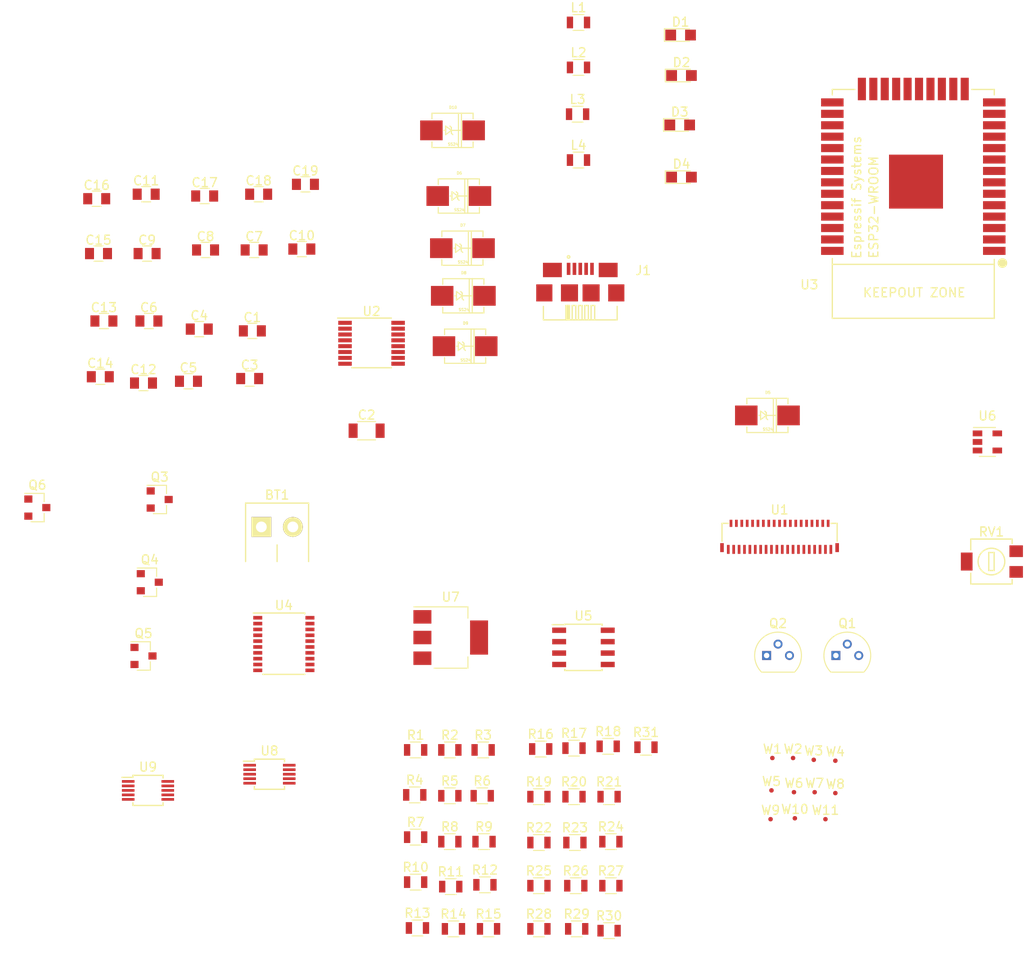
<source format=kicad_pcb>
(kicad_pcb (version 4) (host pcbnew 4.0.6)

  (general
    (links 212)
    (no_connects 144)
    (area 0 0 0 0)
    (thickness 1.6)
    (drawings 0)
    (tracks 0)
    (zones 0)
    (modules 93)
    (nets 99)
  )

  (page A4)
  (layers
    (0 F.Cu signal)
    (31 B.Cu signal)
    (32 B.Adhes user)
    (33 F.Adhes user)
    (34 B.Paste user)
    (35 F.Paste user)
    (36 B.SilkS user)
    (37 F.SilkS user)
    (38 B.Mask user)
    (39 F.Mask user)
    (40 Dwgs.User user)
    (41 Cmts.User user)
    (42 Eco1.User user)
    (43 Eco2.User user)
    (44 Edge.Cuts user)
    (45 Margin user)
    (46 B.CrtYd user)
    (47 F.CrtYd user)
    (48 B.Fab user)
    (49 F.Fab user)
  )

  (setup
    (last_trace_width 0.25)
    (trace_clearance 0.2)
    (zone_clearance 0.508)
    (zone_45_only no)
    (trace_min 0.2)
    (segment_width 0.2)
    (edge_width 0.15)
    (via_size 0.6)
    (via_drill 0.4)
    (via_min_size 0.4)
    (via_min_drill 0.3)
    (uvia_size 0.3)
    (uvia_drill 0.1)
    (uvias_allowed no)
    (uvia_min_size 0.2)
    (uvia_min_drill 0.1)
    (pcb_text_width 0.3)
    (pcb_text_size 1.5 1.5)
    (mod_edge_width 0.15)
    (mod_text_size 1 1)
    (mod_text_width 0.15)
    (pad_size 1.524 1.524)
    (pad_drill 0.762)
    (pad_to_mask_clearance 0.2)
    (aux_axis_origin 0 0)
    (visible_elements FFFFFF7F)
    (pcbplotparams
      (layerselection 0x00030_80000001)
      (usegerberextensions false)
      (excludeedgelayer true)
      (linewidth 0.100000)
      (plotframeref false)
      (viasonmask false)
      (mode 1)
      (useauxorigin false)
      (hpglpennumber 1)
      (hpglpenspeed 20)
      (hpglpendiameter 15)
      (hpglpenoverlay 2)
      (psnegative false)
      (psa4output false)
      (plotreference true)
      (plotvalue true)
      (plotinvisibletext false)
      (padsonsilk false)
      (subtractmaskfromsilk false)
      (outputformat 1)
      (mirror false)
      (drillshape 1)
      (scaleselection 1)
      (outputdirectory ""))
  )

  (net 0 "")
  (net 1 +BATT)
  (net 2 GND)
  (net 3 /ESP_EN)
  (net 4 +3.0V)
  (net 5 VDD)
  (net 6 "Net-(C5-Pad1)")
  (net 7 +VBUS)
  (net 8 VCOM)
  (net 9 "Net-(C12-Pad2)")
  (net 10 "Net-(C13-Pad2)")
  (net 11 "Net-(C14-Pad1)")
  (net 12 "Net-(C14-Pad2)")
  (net 13 "Net-(C15-Pad1)")
  (net 14 "Net-(C15-Pad2)")
  (net 15 +15V)
  (net 16 "Net-(C16-Pad2)")
  (net 17 +22V)
  (net 18 "Net-(C17-Pad2)")
  (net 19 -15V)
  (net 20 "Net-(C18-Pad2)")
  (net 21 -20V)
  (net 22 "Net-(C19-Pad2)")
  (net 23 "Net-(D1-Pad1)")
  (net 24 "Net-(D2-Pad2)")
  (net 25 "Net-(D2-Pad1)")
  (net 26 "Net-(D3-Pad2)")
  (net 27 "Net-(D3-Pad1)")
  (net 28 "Net-(D4-Pad2)")
  (net 29 "Net-(D4-Pad1)")
  (net 30 "Net-(D5-Pad2)")
  (net 31 "Net-(D6-Pad2)")
  (net 32 "Net-(J1-Pad2)")
  (net 33 "Net-(J1-Pad3)")
  (net 34 "Net-(Q1-Pad2)")
  (net 35 /FTDI_RTS)
  (net 36 "Net-(Q2-Pad2)")
  (net 37 /ESP_IO0)
  (net 38 /FTDI_DTR)
  (net 39 "Net-(Q3-Pad1)")
  (net 40 "Net-(Q3-Pad3)")
  (net 41 REG_EN)
  (net 42 "Net-(Q5-Pad1)")
  (net 43 "Net-(Q6-Pad1)")
  (net 44 /ESP_IO2)
  (net 45 REG_20M_EN)
  (net 46 REG_15M_EN)
  (net 47 REG_22P_EN)
  (net 48 REG_15P_EN)
  (net 49 /ESP_RX)
  (net 50 /FTDI_TX)
  (net 51 /ESP_TX)
  (net 52 /FTDI_RX)
  (net 53 /ESP_IO13)
  (net 54 /ESP_IO15)
  (net 55 /FTDI_CTS)
  (net 56 "Net-(R15-Pad1)")
  (net 57 FTDI_DM)
  (net 58 FTDI_DP)
  (net 59 "Net-(R19-Pad1)")
  (net 60 "Net-(RV1-Pad2)")
  (net 61 /DISP_CL)
  (net 62 /DISP_OE)
  (net 63 /DISP_SPH)
  (net 64 "Net-(U1-Pad13)")
  (net 65 "Net-(U1-Pad15)")
  (net 66 "Net-(U1-Pad17)")
  (net 67 "Net-(U1-Pad19)")
  (net 68 /DISP_GMODE)
  (net 69 /DISP_UCKV)
  (net 70 /DISP_USPV)
  (net 71 /DISP_LE)
  (net 72 "Net-(U1-Pad12)")
  (net 73 "Net-(U1-Pad14)")
  (net 74 "Net-(U1-Pad16)")
  (net 75 "Net-(U1-Pad18)")
  (net 76 /DISP_STR)
  (net 77 /DISP_D)
  (net 78 /DISP_CP)
  (net 79 "Net-(U2-Pad9)")
  (net 80 "Net-(U2-Pad10)")
  (net 81 "Net-(U3-Pad32)")
  (net 82 "Net-(U3-Pad22)")
  (net 83 "Net-(U3-Pad21)")
  (net 84 "Net-(U3-Pad20)")
  (net 85 "Net-(U3-Pad19)")
  (net 86 "Net-(U3-Pad18)")
  (net 87 "Net-(U3-Pad17)")
  (net 88 "Net-(U3-Pad9)")
  (net 89 "Net-(U3-Pad8)")
  (net 90 "Net-(U3-Pad7)")
  (net 91 "Net-(U3-Pad6)")
  (net 92 "Net-(U3-Pad5)")
  (net 93 "Net-(U3-Pad4)")
  (net 94 "Net-(U4-Pad5)")
  (net 95 "Net-(U4-Pad7)")
  (net 96 "Net-(U4-Pad8)")
  (net 97 "Net-(U4-Pad18)")
  (net 98 "Net-(U4-Pad19)")

  (net_class Default "This is the default net class."
    (clearance 0.2)
    (trace_width 0.25)
    (via_dia 0.6)
    (via_drill 0.4)
    (uvia_dia 0.3)
    (uvia_drill 0.1)
    (add_net +15V)
    (add_net +22V)
    (add_net +3.0V)
    (add_net +BATT)
    (add_net +VBUS)
    (add_net -15V)
    (add_net -20V)
    (add_net /DISP_CL)
    (add_net /DISP_CP)
    (add_net /DISP_D)
    (add_net /DISP_GMODE)
    (add_net /DISP_LE)
    (add_net /DISP_OE)
    (add_net /DISP_SPH)
    (add_net /DISP_STR)
    (add_net /DISP_UCKV)
    (add_net /DISP_USPV)
    (add_net /ESP_EN)
    (add_net /ESP_IO0)
    (add_net /ESP_IO13)
    (add_net /ESP_IO15)
    (add_net /ESP_IO2)
    (add_net /ESP_RX)
    (add_net /ESP_TX)
    (add_net /FTDI_CTS)
    (add_net /FTDI_DTR)
    (add_net /FTDI_RTS)
    (add_net /FTDI_RX)
    (add_net /FTDI_TX)
    (add_net FTDI_DM)
    (add_net FTDI_DP)
    (add_net GND)
    (add_net "Net-(C12-Pad2)")
    (add_net "Net-(C13-Pad2)")
    (add_net "Net-(C14-Pad1)")
    (add_net "Net-(C14-Pad2)")
    (add_net "Net-(C15-Pad1)")
    (add_net "Net-(C15-Pad2)")
    (add_net "Net-(C16-Pad2)")
    (add_net "Net-(C17-Pad2)")
    (add_net "Net-(C18-Pad2)")
    (add_net "Net-(C19-Pad2)")
    (add_net "Net-(C5-Pad1)")
    (add_net "Net-(D1-Pad1)")
    (add_net "Net-(D2-Pad1)")
    (add_net "Net-(D2-Pad2)")
    (add_net "Net-(D3-Pad1)")
    (add_net "Net-(D3-Pad2)")
    (add_net "Net-(D4-Pad1)")
    (add_net "Net-(D4-Pad2)")
    (add_net "Net-(D5-Pad2)")
    (add_net "Net-(D6-Pad2)")
    (add_net "Net-(J1-Pad2)")
    (add_net "Net-(J1-Pad3)")
    (add_net "Net-(Q1-Pad2)")
    (add_net "Net-(Q2-Pad2)")
    (add_net "Net-(Q3-Pad1)")
    (add_net "Net-(Q3-Pad3)")
    (add_net "Net-(Q5-Pad1)")
    (add_net "Net-(Q6-Pad1)")
    (add_net "Net-(R15-Pad1)")
    (add_net "Net-(R19-Pad1)")
    (add_net "Net-(RV1-Pad2)")
    (add_net "Net-(U1-Pad12)")
    (add_net "Net-(U1-Pad13)")
    (add_net "Net-(U1-Pad14)")
    (add_net "Net-(U1-Pad15)")
    (add_net "Net-(U1-Pad16)")
    (add_net "Net-(U1-Pad17)")
    (add_net "Net-(U1-Pad18)")
    (add_net "Net-(U1-Pad19)")
    (add_net "Net-(U2-Pad10)")
    (add_net "Net-(U2-Pad9)")
    (add_net "Net-(U3-Pad17)")
    (add_net "Net-(U3-Pad18)")
    (add_net "Net-(U3-Pad19)")
    (add_net "Net-(U3-Pad20)")
    (add_net "Net-(U3-Pad21)")
    (add_net "Net-(U3-Pad22)")
    (add_net "Net-(U3-Pad32)")
    (add_net "Net-(U3-Pad4)")
    (add_net "Net-(U3-Pad5)")
    (add_net "Net-(U3-Pad6)")
    (add_net "Net-(U3-Pad7)")
    (add_net "Net-(U3-Pad8)")
    (add_net "Net-(U3-Pad9)")
    (add_net "Net-(U4-Pad18)")
    (add_net "Net-(U4-Pad19)")
    (add_net "Net-(U4-Pad5)")
    (add_net "Net-(U4-Pad7)")
    (add_net "Net-(U4-Pad8)")
    (add_net REG_15M_EN)
    (add_net REG_15P_EN)
    (add_net REG_20M_EN)
    (add_net REG_22P_EN)
    (add_net REG_EN)
    (add_net VCOM)
    (add_net VDD)
  )

  (module Connectors-Custom:TERMINAL-BLOCK-3.5MM-2POS (layer F.Cu) (tedit 56E58DD8) (tstamp 58ED8F3B)
    (at 121.15 109.2)
    (path /58F25065/58F380A9)
    (fp_text reference BT1 (at 0 -3.55) (layer F.SilkS)
      (effects (font (size 1 1) (thickness 0.15)))
    )
    (fp_text value "3.7V Li-Ion" (at 0.7 -5.1) (layer F.Fab)
      (effects (font (size 1 1) (thickness 0.15)))
    )
    (fp_line (start 3.5 -2.65) (end -3.5 -2.65) (layer F.SilkS) (width 0.15))
    (fp_line (start 3.5 -2.65) (end 3.5 3.85) (layer F.SilkS) (width 0.15))
    (fp_line (start 0 3.85) (end 0 2) (layer F.SilkS) (width 0.15))
    (fp_line (start -3.5 -2.65) (end -3.5 3.85) (layer F.SilkS) (width 0.15))
    (pad 1 thru_hole rect (at -1.75 0) (size 2.2 2.2) (drill 1.2) (layers *.Cu *.Mask F.SilkS)
      (net 1 +BATT))
    (pad 2 thru_hole circle (at 1.75 0) (size 2.2 2.2) (drill 1.2) (layers *.Cu *.Mask F.SilkS)
      (net 2 GND))
  )

  (module Capacitors_SMD:C_0805 (layer F.Cu) (tedit 58AA8463) (tstamp 58ED8F41)
    (at 118.4 87.4)
    (descr "Capacitor SMD 0805, reflow soldering, AVX (see smccp.pdf)")
    (tags "capacitor 0805")
    (path /58E22FC2)
    (attr smd)
    (fp_text reference C1 (at 0 -1.5) (layer F.SilkS)
      (effects (font (size 1 1) (thickness 0.15)))
    )
    (fp_text value 1nF (at 0 1.75) (layer F.Fab)
      (effects (font (size 1 1) (thickness 0.15)))
    )
    (fp_text user %R (at 0 -1.5) (layer F.Fab)
      (effects (font (size 1 1) (thickness 0.15)))
    )
    (fp_line (start -1 0.62) (end -1 -0.62) (layer F.Fab) (width 0.1))
    (fp_line (start 1 0.62) (end -1 0.62) (layer F.Fab) (width 0.1))
    (fp_line (start 1 -0.62) (end 1 0.62) (layer F.Fab) (width 0.1))
    (fp_line (start -1 -0.62) (end 1 -0.62) (layer F.Fab) (width 0.1))
    (fp_line (start 0.5 -0.85) (end -0.5 -0.85) (layer F.SilkS) (width 0.12))
    (fp_line (start -0.5 0.85) (end 0.5 0.85) (layer F.SilkS) (width 0.12))
    (fp_line (start -1.75 -0.88) (end 1.75 -0.88) (layer F.CrtYd) (width 0.05))
    (fp_line (start -1.75 -0.88) (end -1.75 0.87) (layer F.CrtYd) (width 0.05))
    (fp_line (start 1.75 0.87) (end 1.75 -0.88) (layer F.CrtYd) (width 0.05))
    (fp_line (start 1.75 0.87) (end -1.75 0.87) (layer F.CrtYd) (width 0.05))
    (pad 1 smd rect (at -1 0) (size 1 1.25) (layers F.Cu F.Paste F.Mask)
      (net 3 /ESP_EN))
    (pad 2 smd rect (at 1 0) (size 1 1.25) (layers F.Cu F.Paste F.Mask)
      (net 2 GND))
    (model Capacitors_SMD.3dshapes/C_0805.wrl
      (at (xyz 0 0 0))
      (scale (xyz 1 1 1))
      (rotate (xyz 0 0 0))
    )
  )

  (module Capacitors_SMD:C_1206 (layer F.Cu) (tedit 58AA84B8) (tstamp 58ED8F47)
    (at 131.1 98.5)
    (descr "Capacitor SMD 1206, reflow soldering, AVX (see smccp.pdf)")
    (tags "capacitor 1206")
    (path /58E1EFA8)
    (attr smd)
    (fp_text reference C2 (at 0 -1.75) (layer F.SilkS)
      (effects (font (size 1 1) (thickness 0.15)))
    )
    (fp_text value 100uF (at 0 2) (layer F.Fab)
      (effects (font (size 1 1) (thickness 0.15)))
    )
    (fp_text user %R (at 0 -1.75) (layer F.Fab)
      (effects (font (size 1 1) (thickness 0.15)))
    )
    (fp_line (start -1.6 0.8) (end -1.6 -0.8) (layer F.Fab) (width 0.1))
    (fp_line (start 1.6 0.8) (end -1.6 0.8) (layer F.Fab) (width 0.1))
    (fp_line (start 1.6 -0.8) (end 1.6 0.8) (layer F.Fab) (width 0.1))
    (fp_line (start -1.6 -0.8) (end 1.6 -0.8) (layer F.Fab) (width 0.1))
    (fp_line (start 1 -1.02) (end -1 -1.02) (layer F.SilkS) (width 0.12))
    (fp_line (start -1 1.02) (end 1 1.02) (layer F.SilkS) (width 0.12))
    (fp_line (start -2.25 -1.05) (end 2.25 -1.05) (layer F.CrtYd) (width 0.05))
    (fp_line (start -2.25 -1.05) (end -2.25 1.05) (layer F.CrtYd) (width 0.05))
    (fp_line (start 2.25 1.05) (end 2.25 -1.05) (layer F.CrtYd) (width 0.05))
    (fp_line (start 2.25 1.05) (end -2.25 1.05) (layer F.CrtYd) (width 0.05))
    (pad 1 smd rect (at -1.5 0) (size 1 1.6) (layers F.Cu F.Paste F.Mask)
      (net 4 +3.0V))
    (pad 2 smd rect (at 1.5 0) (size 1 1.6) (layers F.Cu F.Paste F.Mask)
      (net 2 GND))
    (model Capacitors_SMD.3dshapes/C_1206.wrl
      (at (xyz 0 0 0))
      (scale (xyz 1 1 1))
      (rotate (xyz 0 0 0))
    )
  )

  (module Capacitors_SMD:C_0805 (layer F.Cu) (tedit 58AA8463) (tstamp 58ED8F4D)
    (at 118.1 92.7)
    (descr "Capacitor SMD 0805, reflow soldering, AVX (see smccp.pdf)")
    (tags "capacitor 0805")
    (path /58E471D5)
    (attr smd)
    (fp_text reference C3 (at 0 -1.5) (layer F.SilkS)
      (effects (font (size 1 1) (thickness 0.15)))
    )
    (fp_text value 100nF (at 0 1.75) (layer F.Fab)
      (effects (font (size 1 1) (thickness 0.15)))
    )
    (fp_text user %R (at 0 -1.5) (layer F.Fab)
      (effects (font (size 1 1) (thickness 0.15)))
    )
    (fp_line (start -1 0.62) (end -1 -0.62) (layer F.Fab) (width 0.1))
    (fp_line (start 1 0.62) (end -1 0.62) (layer F.Fab) (width 0.1))
    (fp_line (start 1 -0.62) (end 1 0.62) (layer F.Fab) (width 0.1))
    (fp_line (start -1 -0.62) (end 1 -0.62) (layer F.Fab) (width 0.1))
    (fp_line (start 0.5 -0.85) (end -0.5 -0.85) (layer F.SilkS) (width 0.12))
    (fp_line (start -0.5 0.85) (end 0.5 0.85) (layer F.SilkS) (width 0.12))
    (fp_line (start -1.75 -0.88) (end 1.75 -0.88) (layer F.CrtYd) (width 0.05))
    (fp_line (start -1.75 -0.88) (end -1.75 0.87) (layer F.CrtYd) (width 0.05))
    (fp_line (start 1.75 0.87) (end 1.75 -0.88) (layer F.CrtYd) (width 0.05))
    (fp_line (start 1.75 0.87) (end -1.75 0.87) (layer F.CrtYd) (width 0.05))
    (pad 1 smd rect (at -1 0) (size 1 1.25) (layers F.Cu F.Paste F.Mask)
      (net 5 VDD))
    (pad 2 smd rect (at 1 0) (size 1 1.25) (layers F.Cu F.Paste F.Mask)
      (net 2 GND))
    (model Capacitors_SMD.3dshapes/C_0805.wrl
      (at (xyz 0 0 0))
      (scale (xyz 1 1 1))
      (rotate (xyz 0 0 0))
    )
  )

  (module Capacitors_SMD:C_0805 (layer F.Cu) (tedit 58AA8463) (tstamp 58ED8F53)
    (at 112.5 87.2)
    (descr "Capacitor SMD 0805, reflow soldering, AVX (see smccp.pdf)")
    (tags "capacitor 0805")
    (path /58E1F1A3)
    (attr smd)
    (fp_text reference C4 (at 0 -1.5) (layer F.SilkS)
      (effects (font (size 1 1) (thickness 0.15)))
    )
    (fp_text value 1uF (at 0 1.75) (layer F.Fab)
      (effects (font (size 1 1) (thickness 0.15)))
    )
    (fp_text user %R (at 0 -1.5) (layer F.Fab)
      (effects (font (size 1 1) (thickness 0.15)))
    )
    (fp_line (start -1 0.62) (end -1 -0.62) (layer F.Fab) (width 0.1))
    (fp_line (start 1 0.62) (end -1 0.62) (layer F.Fab) (width 0.1))
    (fp_line (start 1 -0.62) (end 1 0.62) (layer F.Fab) (width 0.1))
    (fp_line (start -1 -0.62) (end 1 -0.62) (layer F.Fab) (width 0.1))
    (fp_line (start 0.5 -0.85) (end -0.5 -0.85) (layer F.SilkS) (width 0.12))
    (fp_line (start -0.5 0.85) (end 0.5 0.85) (layer F.SilkS) (width 0.12))
    (fp_line (start -1.75 -0.88) (end 1.75 -0.88) (layer F.CrtYd) (width 0.05))
    (fp_line (start -1.75 -0.88) (end -1.75 0.87) (layer F.CrtYd) (width 0.05))
    (fp_line (start 1.75 0.87) (end 1.75 -0.88) (layer F.CrtYd) (width 0.05))
    (fp_line (start 1.75 0.87) (end -1.75 0.87) (layer F.CrtYd) (width 0.05))
    (pad 1 smd rect (at -1 0) (size 1 1.25) (layers F.Cu F.Paste F.Mask)
      (net 4 +3.0V))
    (pad 2 smd rect (at 1 0) (size 1 1.25) (layers F.Cu F.Paste F.Mask)
      (net 2 GND))
    (model Capacitors_SMD.3dshapes/C_0805.wrl
      (at (xyz 0 0 0))
      (scale (xyz 1 1 1))
      (rotate (xyz 0 0 0))
    )
  )

  (module Capacitors_SMD:C_0805 (layer F.Cu) (tedit 58AA8463) (tstamp 58ED8F59)
    (at 111.3 93)
    (descr "Capacitor SMD 0805, reflow soldering, AVX (see smccp.pdf)")
    (tags "capacitor 0805")
    (path /58DF5094)
    (attr smd)
    (fp_text reference C5 (at 0 -1.5) (layer F.SilkS)
      (effects (font (size 1 1) (thickness 0.15)))
    )
    (fp_text value 100nF (at 0 1.75) (layer F.Fab)
      (effects (font (size 1 1) (thickness 0.15)))
    )
    (fp_text user %R (at 0 -1.5) (layer F.Fab)
      (effects (font (size 1 1) (thickness 0.15)))
    )
    (fp_line (start -1 0.62) (end -1 -0.62) (layer F.Fab) (width 0.1))
    (fp_line (start 1 0.62) (end -1 0.62) (layer F.Fab) (width 0.1))
    (fp_line (start 1 -0.62) (end 1 0.62) (layer F.Fab) (width 0.1))
    (fp_line (start -1 -0.62) (end 1 -0.62) (layer F.Fab) (width 0.1))
    (fp_line (start 0.5 -0.85) (end -0.5 -0.85) (layer F.SilkS) (width 0.12))
    (fp_line (start -0.5 0.85) (end 0.5 0.85) (layer F.SilkS) (width 0.12))
    (fp_line (start -1.75 -0.88) (end 1.75 -0.88) (layer F.CrtYd) (width 0.05))
    (fp_line (start -1.75 -0.88) (end -1.75 0.87) (layer F.CrtYd) (width 0.05))
    (fp_line (start 1.75 0.87) (end 1.75 -0.88) (layer F.CrtYd) (width 0.05))
    (fp_line (start 1.75 0.87) (end -1.75 0.87) (layer F.CrtYd) (width 0.05))
    (pad 1 smd rect (at -1 0) (size 1 1.25) (layers F.Cu F.Paste F.Mask)
      (net 6 "Net-(C5-Pad1)"))
    (pad 2 smd rect (at 1 0) (size 1 1.25) (layers F.Cu F.Paste F.Mask)
      (net 2 GND))
    (model Capacitors_SMD.3dshapes/C_0805.wrl
      (at (xyz 0 0 0))
      (scale (xyz 1 1 1))
      (rotate (xyz 0 0 0))
    )
  )

  (module Capacitors_SMD:C_0805 (layer F.Cu) (tedit 58AA8463) (tstamp 58ED8F5F)
    (at 106.9 86.3)
    (descr "Capacitor SMD 0805, reflow soldering, AVX (see smccp.pdf)")
    (tags "capacitor 0805")
    (path /58F25065/58F380FF)
    (attr smd)
    (fp_text reference C6 (at 0 -1.5) (layer F.SilkS)
      (effects (font (size 1 1) (thickness 0.15)))
    )
    (fp_text value 100nF (at 0 1.75) (layer F.Fab)
      (effects (font (size 1 1) (thickness 0.15)))
    )
    (fp_text user %R (at 0 -1.5) (layer F.Fab)
      (effects (font (size 1 1) (thickness 0.15)))
    )
    (fp_line (start -1 0.62) (end -1 -0.62) (layer F.Fab) (width 0.1))
    (fp_line (start 1 0.62) (end -1 0.62) (layer F.Fab) (width 0.1))
    (fp_line (start 1 -0.62) (end 1 0.62) (layer F.Fab) (width 0.1))
    (fp_line (start -1 -0.62) (end 1 -0.62) (layer F.Fab) (width 0.1))
    (fp_line (start 0.5 -0.85) (end -0.5 -0.85) (layer F.SilkS) (width 0.12))
    (fp_line (start -0.5 0.85) (end 0.5 0.85) (layer F.SilkS) (width 0.12))
    (fp_line (start -1.75 -0.88) (end 1.75 -0.88) (layer F.CrtYd) (width 0.05))
    (fp_line (start -1.75 -0.88) (end -1.75 0.87) (layer F.CrtYd) (width 0.05))
    (fp_line (start 1.75 0.87) (end 1.75 -0.88) (layer F.CrtYd) (width 0.05))
    (fp_line (start 1.75 0.87) (end -1.75 0.87) (layer F.CrtYd) (width 0.05))
    (pad 1 smd rect (at -1 0) (size 1 1.25) (layers F.Cu F.Paste F.Mask)
      (net 2 GND))
    (pad 2 smd rect (at 1 0) (size 1 1.25) (layers F.Cu F.Paste F.Mask)
      (net 7 +VBUS))
    (model Capacitors_SMD.3dshapes/C_0805.wrl
      (at (xyz 0 0 0))
      (scale (xyz 1 1 1))
      (rotate (xyz 0 0 0))
    )
  )

  (module Capacitors_SMD:C_0805 (layer F.Cu) (tedit 58AA8463) (tstamp 58ED8F65)
    (at 118.6 78.4)
    (descr "Capacitor SMD 0805, reflow soldering, AVX (see smccp.pdf)")
    (tags "capacitor 0805")
    (path /58F25065/58F3810C)
    (attr smd)
    (fp_text reference C7 (at 0 -1.5) (layer F.SilkS)
      (effects (font (size 1 1) (thickness 0.15)))
    )
    (fp_text value 4u7 (at 0 1.75) (layer F.Fab)
      (effects (font (size 1 1) (thickness 0.15)))
    )
    (fp_text user %R (at 0 -1.5) (layer F.Fab)
      (effects (font (size 1 1) (thickness 0.15)))
    )
    (fp_line (start -1 0.62) (end -1 -0.62) (layer F.Fab) (width 0.1))
    (fp_line (start 1 0.62) (end -1 0.62) (layer F.Fab) (width 0.1))
    (fp_line (start 1 -0.62) (end 1 0.62) (layer F.Fab) (width 0.1))
    (fp_line (start -1 -0.62) (end 1 -0.62) (layer F.Fab) (width 0.1))
    (fp_line (start 0.5 -0.85) (end -0.5 -0.85) (layer F.SilkS) (width 0.12))
    (fp_line (start -0.5 0.85) (end 0.5 0.85) (layer F.SilkS) (width 0.12))
    (fp_line (start -1.75 -0.88) (end 1.75 -0.88) (layer F.CrtYd) (width 0.05))
    (fp_line (start -1.75 -0.88) (end -1.75 0.87) (layer F.CrtYd) (width 0.05))
    (fp_line (start 1.75 0.87) (end 1.75 -0.88) (layer F.CrtYd) (width 0.05))
    (fp_line (start 1.75 0.87) (end -1.75 0.87) (layer F.CrtYd) (width 0.05))
    (pad 1 smd rect (at -1 0) (size 1 1.25) (layers F.Cu F.Paste F.Mask)
      (net 2 GND))
    (pad 2 smd rect (at 1 0) (size 1 1.25) (layers F.Cu F.Paste F.Mask)
      (net 7 +VBUS))
    (model Capacitors_SMD.3dshapes/C_0805.wrl
      (at (xyz 0 0 0))
      (scale (xyz 1 1 1))
      (rotate (xyz 0 0 0))
    )
  )

  (module Capacitors_SMD:C_0805 (layer F.Cu) (tedit 58AA8463) (tstamp 58ED8F6B)
    (at 113.2 78.4)
    (descr "Capacitor SMD 0805, reflow soldering, AVX (see smccp.pdf)")
    (tags "capacitor 0805")
    (path /58F25065/58F2EA69)
    (attr smd)
    (fp_text reference C8 (at 0 -1.5) (layer F.SilkS)
      (effects (font (size 1 1) (thickness 0.15)))
    )
    (fp_text value 100nF (at 0 1.75) (layer F.Fab)
      (effects (font (size 1 1) (thickness 0.15)))
    )
    (fp_text user %R (at 0 -1.5) (layer F.Fab)
      (effects (font (size 1 1) (thickness 0.15)))
    )
    (fp_line (start -1 0.62) (end -1 -0.62) (layer F.Fab) (width 0.1))
    (fp_line (start 1 0.62) (end -1 0.62) (layer F.Fab) (width 0.1))
    (fp_line (start 1 -0.62) (end 1 0.62) (layer F.Fab) (width 0.1))
    (fp_line (start -1 -0.62) (end 1 -0.62) (layer F.Fab) (width 0.1))
    (fp_line (start 0.5 -0.85) (end -0.5 -0.85) (layer F.SilkS) (width 0.12))
    (fp_line (start -0.5 0.85) (end 0.5 0.85) (layer F.SilkS) (width 0.12))
    (fp_line (start -1.75 -0.88) (end 1.75 -0.88) (layer F.CrtYd) (width 0.05))
    (fp_line (start -1.75 -0.88) (end -1.75 0.87) (layer F.CrtYd) (width 0.05))
    (fp_line (start 1.75 0.87) (end 1.75 -0.88) (layer F.CrtYd) (width 0.05))
    (fp_line (start 1.75 0.87) (end -1.75 0.87) (layer F.CrtYd) (width 0.05))
    (pad 1 smd rect (at -1 0) (size 1 1.25) (layers F.Cu F.Paste F.Mask)
      (net 8 VCOM))
    (pad 2 smd rect (at 1 0) (size 1 1.25) (layers F.Cu F.Paste F.Mask)
      (net 2 GND))
    (model Capacitors_SMD.3dshapes/C_0805.wrl
      (at (xyz 0 0 0))
      (scale (xyz 1 1 1))
      (rotate (xyz 0 0 0))
    )
  )

  (module Capacitors_SMD:C_0805 (layer F.Cu) (tedit 58AA8463) (tstamp 58ED8F71)
    (at 106.7 78.8)
    (descr "Capacitor SMD 0805, reflow soldering, AVX (see smccp.pdf)")
    (tags "capacitor 0805")
    (path /58F25065/58F2D157)
    (attr smd)
    (fp_text reference C9 (at 0 -1.5) (layer F.SilkS)
      (effects (font (size 1 1) (thickness 0.15)))
    )
    (fp_text value 4u7 (at 0 1.75) (layer F.Fab)
      (effects (font (size 1 1) (thickness 0.15)))
    )
    (fp_text user %R (at 0 -1.5) (layer F.Fab)
      (effects (font (size 1 1) (thickness 0.15)))
    )
    (fp_line (start -1 0.62) (end -1 -0.62) (layer F.Fab) (width 0.1))
    (fp_line (start 1 0.62) (end -1 0.62) (layer F.Fab) (width 0.1))
    (fp_line (start 1 -0.62) (end 1 0.62) (layer F.Fab) (width 0.1))
    (fp_line (start -1 -0.62) (end 1 -0.62) (layer F.Fab) (width 0.1))
    (fp_line (start 0.5 -0.85) (end -0.5 -0.85) (layer F.SilkS) (width 0.12))
    (fp_line (start -0.5 0.85) (end 0.5 0.85) (layer F.SilkS) (width 0.12))
    (fp_line (start -1.75 -0.88) (end 1.75 -0.88) (layer F.CrtYd) (width 0.05))
    (fp_line (start -1.75 -0.88) (end -1.75 0.87) (layer F.CrtYd) (width 0.05))
    (fp_line (start 1.75 0.87) (end 1.75 -0.88) (layer F.CrtYd) (width 0.05))
    (fp_line (start 1.75 0.87) (end -1.75 0.87) (layer F.CrtYd) (width 0.05))
    (pad 1 smd rect (at -1 0) (size 1 1.25) (layers F.Cu F.Paste F.Mask)
      (net 1 +BATT))
    (pad 2 smd rect (at 1 0) (size 1 1.25) (layers F.Cu F.Paste F.Mask)
      (net 2 GND))
    (model Capacitors_SMD.3dshapes/C_0805.wrl
      (at (xyz 0 0 0))
      (scale (xyz 1 1 1))
      (rotate (xyz 0 0 0))
    )
  )

  (module Capacitors_SMD:C_0805 (layer F.Cu) (tedit 58AA8463) (tstamp 58ED8F77)
    (at 123.9 78.3)
    (descr "Capacitor SMD 0805, reflow soldering, AVX (see smccp.pdf)")
    (tags "capacitor 0805")
    (path /58F25065/58F380B0)
    (attr smd)
    (fp_text reference C10 (at 0 -1.5) (layer F.SilkS)
      (effects (font (size 1 1) (thickness 0.15)))
    )
    (fp_text value 4u7 (at 0 1.75) (layer F.Fab)
      (effects (font (size 1 1) (thickness 0.15)))
    )
    (fp_text user %R (at 0 -1.5) (layer F.Fab)
      (effects (font (size 1 1) (thickness 0.15)))
    )
    (fp_line (start -1 0.62) (end -1 -0.62) (layer F.Fab) (width 0.1))
    (fp_line (start 1 0.62) (end -1 0.62) (layer F.Fab) (width 0.1))
    (fp_line (start 1 -0.62) (end 1 0.62) (layer F.Fab) (width 0.1))
    (fp_line (start -1 -0.62) (end 1 -0.62) (layer F.Fab) (width 0.1))
    (fp_line (start 0.5 -0.85) (end -0.5 -0.85) (layer F.SilkS) (width 0.12))
    (fp_line (start -0.5 0.85) (end 0.5 0.85) (layer F.SilkS) (width 0.12))
    (fp_line (start -1.75 -0.88) (end 1.75 -0.88) (layer F.CrtYd) (width 0.05))
    (fp_line (start -1.75 -0.88) (end -1.75 0.87) (layer F.CrtYd) (width 0.05))
    (fp_line (start 1.75 0.87) (end 1.75 -0.88) (layer F.CrtYd) (width 0.05))
    (fp_line (start 1.75 0.87) (end -1.75 0.87) (layer F.CrtYd) (width 0.05))
    (pad 1 smd rect (at -1 0) (size 1 1.25) (layers F.Cu F.Paste F.Mask)
      (net 1 +BATT))
    (pad 2 smd rect (at 1 0) (size 1 1.25) (layers F.Cu F.Paste F.Mask)
      (net 2 GND))
    (model Capacitors_SMD.3dshapes/C_0805.wrl
      (at (xyz 0 0 0))
      (scale (xyz 1 1 1))
      (rotate (xyz 0 0 0))
    )
  )

  (module Capacitors_SMD:C_0805 (layer F.Cu) (tedit 58AA8463) (tstamp 58ED8F7D)
    (at 106.6 72.2)
    (descr "Capacitor SMD 0805, reflow soldering, AVX (see smccp.pdf)")
    (tags "capacitor 0805")
    (path /58F25065/58F2D175)
    (attr smd)
    (fp_text reference C11 (at 0 -1.5) (layer F.SilkS)
      (effects (font (size 1 1) (thickness 0.15)))
    )
    (fp_text value 1uF (at 0 1.75) (layer F.Fab)
      (effects (font (size 1 1) (thickness 0.15)))
    )
    (fp_text user %R (at 0 -1.5) (layer F.Fab)
      (effects (font (size 1 1) (thickness 0.15)))
    )
    (fp_line (start -1 0.62) (end -1 -0.62) (layer F.Fab) (width 0.1))
    (fp_line (start 1 0.62) (end -1 0.62) (layer F.Fab) (width 0.1))
    (fp_line (start 1 -0.62) (end 1 0.62) (layer F.Fab) (width 0.1))
    (fp_line (start -1 -0.62) (end 1 -0.62) (layer F.Fab) (width 0.1))
    (fp_line (start 0.5 -0.85) (end -0.5 -0.85) (layer F.SilkS) (width 0.12))
    (fp_line (start -0.5 0.85) (end 0.5 0.85) (layer F.SilkS) (width 0.12))
    (fp_line (start -1.75 -0.88) (end 1.75 -0.88) (layer F.CrtYd) (width 0.05))
    (fp_line (start -1.75 -0.88) (end -1.75 0.87) (layer F.CrtYd) (width 0.05))
    (fp_line (start 1.75 0.87) (end 1.75 -0.88) (layer F.CrtYd) (width 0.05))
    (fp_line (start 1.75 0.87) (end -1.75 0.87) (layer F.CrtYd) (width 0.05))
    (pad 1 smd rect (at -1 0) (size 1 1.25) (layers F.Cu F.Paste F.Mask)
      (net 4 +3.0V))
    (pad 2 smd rect (at 1 0) (size 1 1.25) (layers F.Cu F.Paste F.Mask)
      (net 2 GND))
    (model Capacitors_SMD.3dshapes/C_0805.wrl
      (at (xyz 0 0 0))
      (scale (xyz 1 1 1))
      (rotate (xyz 0 0 0))
    )
  )

  (module Capacitors_SMD:C_0805 (layer F.Cu) (tedit 58AA8463) (tstamp 58ED8F83)
    (at 106.3 93.2)
    (descr "Capacitor SMD 0805, reflow soldering, AVX (see smccp.pdf)")
    (tags "capacitor 0805")
    (path /58F25065/58F29CA6)
    (attr smd)
    (fp_text reference C12 (at 0 -1.5) (layer F.SilkS)
      (effects (font (size 1 1) (thickness 0.15)))
    )
    (fp_text value 4u7 (at 0 1.75) (layer F.Fab)
      (effects (font (size 1 1) (thickness 0.15)))
    )
    (fp_text user %R (at 0 -1.5) (layer F.Fab)
      (effects (font (size 1 1) (thickness 0.15)))
    )
    (fp_line (start -1 0.62) (end -1 -0.62) (layer F.Fab) (width 0.1))
    (fp_line (start 1 0.62) (end -1 0.62) (layer F.Fab) (width 0.1))
    (fp_line (start 1 -0.62) (end 1 0.62) (layer F.Fab) (width 0.1))
    (fp_line (start -1 -0.62) (end 1 -0.62) (layer F.Fab) (width 0.1))
    (fp_line (start 0.5 -0.85) (end -0.5 -0.85) (layer F.SilkS) (width 0.12))
    (fp_line (start -0.5 0.85) (end 0.5 0.85) (layer F.SilkS) (width 0.12))
    (fp_line (start -1.75 -0.88) (end 1.75 -0.88) (layer F.CrtYd) (width 0.05))
    (fp_line (start -1.75 -0.88) (end -1.75 0.87) (layer F.CrtYd) (width 0.05))
    (fp_line (start 1.75 0.87) (end 1.75 -0.88) (layer F.CrtYd) (width 0.05))
    (fp_line (start 1.75 0.87) (end -1.75 0.87) (layer F.CrtYd) (width 0.05))
    (pad 1 smd rect (at -1 0) (size 1 1.25) (layers F.Cu F.Paste F.Mask)
      (net 2 GND))
    (pad 2 smd rect (at 1 0) (size 1 1.25) (layers F.Cu F.Paste F.Mask)
      (net 9 "Net-(C12-Pad2)"))
    (model Capacitors_SMD.3dshapes/C_0805.wrl
      (at (xyz 0 0 0))
      (scale (xyz 1 1 1))
      (rotate (xyz 0 0 0))
    )
  )

  (module Capacitors_SMD:C_0805 (layer F.Cu) (tedit 58AA8463) (tstamp 58ED8F89)
    (at 101.9 86.3)
    (descr "Capacitor SMD 0805, reflow soldering, AVX (see smccp.pdf)")
    (tags "capacitor 0805")
    (path /58F25065/58F29D82)
    (attr smd)
    (fp_text reference C13 (at 0 -1.5) (layer F.SilkS)
      (effects (font (size 1 1) (thickness 0.15)))
    )
    (fp_text value 4u7 (at 0 1.75) (layer F.Fab)
      (effects (font (size 1 1) (thickness 0.15)))
    )
    (fp_text user %R (at 0 -1.5) (layer F.Fab)
      (effects (font (size 1 1) (thickness 0.15)))
    )
    (fp_line (start -1 0.62) (end -1 -0.62) (layer F.Fab) (width 0.1))
    (fp_line (start 1 0.62) (end -1 0.62) (layer F.Fab) (width 0.1))
    (fp_line (start 1 -0.62) (end 1 0.62) (layer F.Fab) (width 0.1))
    (fp_line (start -1 -0.62) (end 1 -0.62) (layer F.Fab) (width 0.1))
    (fp_line (start 0.5 -0.85) (end -0.5 -0.85) (layer F.SilkS) (width 0.12))
    (fp_line (start -0.5 0.85) (end 0.5 0.85) (layer F.SilkS) (width 0.12))
    (fp_line (start -1.75 -0.88) (end 1.75 -0.88) (layer F.CrtYd) (width 0.05))
    (fp_line (start -1.75 -0.88) (end -1.75 0.87) (layer F.CrtYd) (width 0.05))
    (fp_line (start 1.75 0.87) (end 1.75 -0.88) (layer F.CrtYd) (width 0.05))
    (fp_line (start 1.75 0.87) (end -1.75 0.87) (layer F.CrtYd) (width 0.05))
    (pad 1 smd rect (at -1 0) (size 1 1.25) (layers F.Cu F.Paste F.Mask)
      (net 2 GND))
    (pad 2 smd rect (at 1 0) (size 1 1.25) (layers F.Cu F.Paste F.Mask)
      (net 10 "Net-(C13-Pad2)"))
    (model Capacitors_SMD.3dshapes/C_0805.wrl
      (at (xyz 0 0 0))
      (scale (xyz 1 1 1))
      (rotate (xyz 0 0 0))
    )
  )

  (module Capacitors_SMD:C_0805 (layer F.Cu) (tedit 58AA8463) (tstamp 58ED8F8F)
    (at 101.5 92.5)
    (descr "Capacitor SMD 0805, reflow soldering, AVX (see smccp.pdf)")
    (tags "capacitor 0805")
    (path /58F25065/58F29CEA)
    (attr smd)
    (fp_text reference C14 (at 0 -1.5) (layer F.SilkS)
      (effects (font (size 1 1) (thickness 0.15)))
    )
    (fp_text value 100nF (at 0 1.75) (layer F.Fab)
      (effects (font (size 1 1) (thickness 0.15)))
    )
    (fp_text user %R (at 0 -1.5) (layer F.Fab)
      (effects (font (size 1 1) (thickness 0.15)))
    )
    (fp_line (start -1 0.62) (end -1 -0.62) (layer F.Fab) (width 0.1))
    (fp_line (start 1 0.62) (end -1 0.62) (layer F.Fab) (width 0.1))
    (fp_line (start 1 -0.62) (end 1 0.62) (layer F.Fab) (width 0.1))
    (fp_line (start -1 -0.62) (end 1 -0.62) (layer F.Fab) (width 0.1))
    (fp_line (start 0.5 -0.85) (end -0.5 -0.85) (layer F.SilkS) (width 0.12))
    (fp_line (start -0.5 0.85) (end 0.5 0.85) (layer F.SilkS) (width 0.12))
    (fp_line (start -1.75 -0.88) (end 1.75 -0.88) (layer F.CrtYd) (width 0.05))
    (fp_line (start -1.75 -0.88) (end -1.75 0.87) (layer F.CrtYd) (width 0.05))
    (fp_line (start 1.75 0.87) (end 1.75 -0.88) (layer F.CrtYd) (width 0.05))
    (fp_line (start 1.75 0.87) (end -1.75 0.87) (layer F.CrtYd) (width 0.05))
    (pad 1 smd rect (at -1 0) (size 1 1.25) (layers F.Cu F.Paste F.Mask)
      (net 11 "Net-(C14-Pad1)"))
    (pad 2 smd rect (at 1 0) (size 1 1.25) (layers F.Cu F.Paste F.Mask)
      (net 12 "Net-(C14-Pad2)"))
    (model Capacitors_SMD.3dshapes/C_0805.wrl
      (at (xyz 0 0 0))
      (scale (xyz 1 1 1))
      (rotate (xyz 0 0 0))
    )
  )

  (module Capacitors_SMD:C_0805 (layer F.Cu) (tedit 58AA8463) (tstamp 58ED8F95)
    (at 101.3 78.8)
    (descr "Capacitor SMD 0805, reflow soldering, AVX (see smccp.pdf)")
    (tags "capacitor 0805")
    (path /58F25065/58F29DC6)
    (attr smd)
    (fp_text reference C15 (at 0 -1.5) (layer F.SilkS)
      (effects (font (size 1 1) (thickness 0.15)))
    )
    (fp_text value 100nF (at 0 1.75) (layer F.Fab)
      (effects (font (size 1 1) (thickness 0.15)))
    )
    (fp_text user %R (at 0 -1.5) (layer F.Fab)
      (effects (font (size 1 1) (thickness 0.15)))
    )
    (fp_line (start -1 0.62) (end -1 -0.62) (layer F.Fab) (width 0.1))
    (fp_line (start 1 0.62) (end -1 0.62) (layer F.Fab) (width 0.1))
    (fp_line (start 1 -0.62) (end 1 0.62) (layer F.Fab) (width 0.1))
    (fp_line (start -1 -0.62) (end 1 -0.62) (layer F.Fab) (width 0.1))
    (fp_line (start 0.5 -0.85) (end -0.5 -0.85) (layer F.SilkS) (width 0.12))
    (fp_line (start -0.5 0.85) (end 0.5 0.85) (layer F.SilkS) (width 0.12))
    (fp_line (start -1.75 -0.88) (end 1.75 -0.88) (layer F.CrtYd) (width 0.05))
    (fp_line (start -1.75 -0.88) (end -1.75 0.87) (layer F.CrtYd) (width 0.05))
    (fp_line (start 1.75 0.87) (end 1.75 -0.88) (layer F.CrtYd) (width 0.05))
    (fp_line (start 1.75 0.87) (end -1.75 0.87) (layer F.CrtYd) (width 0.05))
    (pad 1 smd rect (at -1 0) (size 1 1.25) (layers F.Cu F.Paste F.Mask)
      (net 13 "Net-(C15-Pad1)"))
    (pad 2 smd rect (at 1 0) (size 1 1.25) (layers F.Cu F.Paste F.Mask)
      (net 14 "Net-(C15-Pad2)"))
    (model Capacitors_SMD.3dshapes/C_0805.wrl
      (at (xyz 0 0 0))
      (scale (xyz 1 1 1))
      (rotate (xyz 0 0 0))
    )
  )

  (module Capacitors_SMD:C_0805 (layer F.Cu) (tedit 58AA8463) (tstamp 58ED8F9B)
    (at 101.1 72.7)
    (descr "Capacitor SMD 0805, reflow soldering, AVX (see smccp.pdf)")
    (tags "capacitor 0805")
    (path /58F25065/58F29D29)
    (attr smd)
    (fp_text reference C16 (at 0 -1.5) (layer F.SilkS)
      (effects (font (size 1 1) (thickness 0.15)))
    )
    (fp_text value 4p7 (at 0 1.75) (layer F.Fab)
      (effects (font (size 1 1) (thickness 0.15)))
    )
    (fp_text user %R (at 0 -1.5) (layer F.Fab)
      (effects (font (size 1 1) (thickness 0.15)))
    )
    (fp_line (start -1 0.62) (end -1 -0.62) (layer F.Fab) (width 0.1))
    (fp_line (start 1 0.62) (end -1 0.62) (layer F.Fab) (width 0.1))
    (fp_line (start 1 -0.62) (end 1 0.62) (layer F.Fab) (width 0.1))
    (fp_line (start -1 -0.62) (end 1 -0.62) (layer F.Fab) (width 0.1))
    (fp_line (start 0.5 -0.85) (end -0.5 -0.85) (layer F.SilkS) (width 0.12))
    (fp_line (start -0.5 0.85) (end 0.5 0.85) (layer F.SilkS) (width 0.12))
    (fp_line (start -1.75 -0.88) (end 1.75 -0.88) (layer F.CrtYd) (width 0.05))
    (fp_line (start -1.75 -0.88) (end -1.75 0.87) (layer F.CrtYd) (width 0.05))
    (fp_line (start 1.75 0.87) (end 1.75 -0.88) (layer F.CrtYd) (width 0.05))
    (fp_line (start 1.75 0.87) (end -1.75 0.87) (layer F.CrtYd) (width 0.05))
    (pad 1 smd rect (at -1 0) (size 1 1.25) (layers F.Cu F.Paste F.Mask)
      (net 15 +15V))
    (pad 2 smd rect (at 1 0) (size 1 1.25) (layers F.Cu F.Paste F.Mask)
      (net 16 "Net-(C16-Pad2)"))
    (model Capacitors_SMD.3dshapes/C_0805.wrl
      (at (xyz 0 0 0))
      (scale (xyz 1 1 1))
      (rotate (xyz 0 0 0))
    )
  )

  (module Capacitors_SMD:C_0805 (layer F.Cu) (tedit 58AA8463) (tstamp 58ED8FA1)
    (at 113.1 72.4)
    (descr "Capacitor SMD 0805, reflow soldering, AVX (see smccp.pdf)")
    (tags "capacitor 0805")
    (path /58F25065/58F29E0B)
    (attr smd)
    (fp_text reference C17 (at 0 -1.5) (layer F.SilkS)
      (effects (font (size 1 1) (thickness 0.15)))
    )
    (fp_text value 4p7 (at 0 1.75) (layer F.Fab)
      (effects (font (size 1 1) (thickness 0.15)))
    )
    (fp_text user %R (at 0 -1.5) (layer F.Fab)
      (effects (font (size 1 1) (thickness 0.15)))
    )
    (fp_line (start -1 0.62) (end -1 -0.62) (layer F.Fab) (width 0.1))
    (fp_line (start 1 0.62) (end -1 0.62) (layer F.Fab) (width 0.1))
    (fp_line (start 1 -0.62) (end 1 0.62) (layer F.Fab) (width 0.1))
    (fp_line (start -1 -0.62) (end 1 -0.62) (layer F.Fab) (width 0.1))
    (fp_line (start 0.5 -0.85) (end -0.5 -0.85) (layer F.SilkS) (width 0.12))
    (fp_line (start -0.5 0.85) (end 0.5 0.85) (layer F.SilkS) (width 0.12))
    (fp_line (start -1.75 -0.88) (end 1.75 -0.88) (layer F.CrtYd) (width 0.05))
    (fp_line (start -1.75 -0.88) (end -1.75 0.87) (layer F.CrtYd) (width 0.05))
    (fp_line (start 1.75 0.87) (end 1.75 -0.88) (layer F.CrtYd) (width 0.05))
    (fp_line (start 1.75 0.87) (end -1.75 0.87) (layer F.CrtYd) (width 0.05))
    (pad 1 smd rect (at -1 0) (size 1 1.25) (layers F.Cu F.Paste F.Mask)
      (net 17 +22V))
    (pad 2 smd rect (at 1 0) (size 1 1.25) (layers F.Cu F.Paste F.Mask)
      (net 18 "Net-(C17-Pad2)"))
    (model Capacitors_SMD.3dshapes/C_0805.wrl
      (at (xyz 0 0 0))
      (scale (xyz 1 1 1))
      (rotate (xyz 0 0 0))
    )
  )

  (module Capacitors_SMD:C_0805 (layer F.Cu) (tedit 58AA8463) (tstamp 58ED8FA7)
    (at 119.1 72.2)
    (descr "Capacitor SMD 0805, reflow soldering, AVX (see smccp.pdf)")
    (tags "capacitor 0805")
    (path /58F25065/58F29D0A)
    (attr smd)
    (fp_text reference C18 (at 0 -1.5) (layer F.SilkS)
      (effects (font (size 1 1) (thickness 0.15)))
    )
    (fp_text value 100pF (at 0 1.75) (layer F.Fab)
      (effects (font (size 1 1) (thickness 0.15)))
    )
    (fp_text user %R (at 0 -1.5) (layer F.Fab)
      (effects (font (size 1 1) (thickness 0.15)))
    )
    (fp_line (start -1 0.62) (end -1 -0.62) (layer F.Fab) (width 0.1))
    (fp_line (start 1 0.62) (end -1 0.62) (layer F.Fab) (width 0.1))
    (fp_line (start 1 -0.62) (end 1 0.62) (layer F.Fab) (width 0.1))
    (fp_line (start -1 -0.62) (end 1 -0.62) (layer F.Fab) (width 0.1))
    (fp_line (start 0.5 -0.85) (end -0.5 -0.85) (layer F.SilkS) (width 0.12))
    (fp_line (start -0.5 0.85) (end 0.5 0.85) (layer F.SilkS) (width 0.12))
    (fp_line (start -1.75 -0.88) (end 1.75 -0.88) (layer F.CrtYd) (width 0.05))
    (fp_line (start -1.75 -0.88) (end -1.75 0.87) (layer F.CrtYd) (width 0.05))
    (fp_line (start 1.75 0.87) (end 1.75 -0.88) (layer F.CrtYd) (width 0.05))
    (fp_line (start 1.75 0.87) (end -1.75 0.87) (layer F.CrtYd) (width 0.05))
    (pad 1 smd rect (at -1 0) (size 1 1.25) (layers F.Cu F.Paste F.Mask)
      (net 19 -15V))
    (pad 2 smd rect (at 1 0) (size 1 1.25) (layers F.Cu F.Paste F.Mask)
      (net 20 "Net-(C18-Pad2)"))
    (model Capacitors_SMD.3dshapes/C_0805.wrl
      (at (xyz 0 0 0))
      (scale (xyz 1 1 1))
      (rotate (xyz 0 0 0))
    )
  )

  (module Capacitors_SMD:C_0805 (layer F.Cu) (tedit 58AA8463) (tstamp 58ED8FAD)
    (at 124.3 71.1)
    (descr "Capacitor SMD 0805, reflow soldering, AVX (see smccp.pdf)")
    (tags "capacitor 0805")
    (path /58F25065/58F29DE6)
    (attr smd)
    (fp_text reference C19 (at 0 -1.5) (layer F.SilkS)
      (effects (font (size 1 1) (thickness 0.15)))
    )
    (fp_text value 100pF (at 0 1.75) (layer F.Fab)
      (effects (font (size 1 1) (thickness 0.15)))
    )
    (fp_text user %R (at 0 -1.5) (layer F.Fab)
      (effects (font (size 1 1) (thickness 0.15)))
    )
    (fp_line (start -1 0.62) (end -1 -0.62) (layer F.Fab) (width 0.1))
    (fp_line (start 1 0.62) (end -1 0.62) (layer F.Fab) (width 0.1))
    (fp_line (start 1 -0.62) (end 1 0.62) (layer F.Fab) (width 0.1))
    (fp_line (start -1 -0.62) (end 1 -0.62) (layer F.Fab) (width 0.1))
    (fp_line (start 0.5 -0.85) (end -0.5 -0.85) (layer F.SilkS) (width 0.12))
    (fp_line (start -0.5 0.85) (end 0.5 0.85) (layer F.SilkS) (width 0.12))
    (fp_line (start -1.75 -0.88) (end 1.75 -0.88) (layer F.CrtYd) (width 0.05))
    (fp_line (start -1.75 -0.88) (end -1.75 0.87) (layer F.CrtYd) (width 0.05))
    (fp_line (start 1.75 0.87) (end 1.75 -0.88) (layer F.CrtYd) (width 0.05))
    (fp_line (start 1.75 0.87) (end -1.75 0.87) (layer F.CrtYd) (width 0.05))
    (pad 1 smd rect (at -1 0) (size 1 1.25) (layers F.Cu F.Paste F.Mask)
      (net 21 -20V))
    (pad 2 smd rect (at 1 0) (size 1 1.25) (layers F.Cu F.Paste F.Mask)
      (net 22 "Net-(C19-Pad2)"))
    (model Capacitors_SMD.3dshapes/C_0805.wrl
      (at (xyz 0 0 0))
      (scale (xyz 1 1 1))
      (rotate (xyz 0 0 0))
    )
  )

  (module LEDs:LED_0805 (layer F.Cu) (tedit 57FE93EC) (tstamp 58ED8FB3)
    (at 166 54.5)
    (descr "LED 0805 smd package")
    (tags "LED led 0805 SMD smd SMT smt smdled SMDLED smtled SMTLED")
    (path /58E50A54)
    (attr smd)
    (fp_text reference D1 (at 0 -1.45) (layer F.SilkS)
      (effects (font (size 1 1) (thickness 0.15)))
    )
    (fp_text value LED_Small (at 0 1.55) (layer F.Fab)
      (effects (font (size 1 1) (thickness 0.15)))
    )
    (fp_line (start -1.8 -0.7) (end -1.8 0.7) (layer F.SilkS) (width 0.12))
    (fp_line (start -0.4 -0.4) (end -0.4 0.4) (layer F.Fab) (width 0.1))
    (fp_line (start -0.4 0) (end 0.2 -0.4) (layer F.Fab) (width 0.1))
    (fp_line (start 0.2 0.4) (end -0.4 0) (layer F.Fab) (width 0.1))
    (fp_line (start 0.2 -0.4) (end 0.2 0.4) (layer F.Fab) (width 0.1))
    (fp_line (start 1 0.6) (end -1 0.6) (layer F.Fab) (width 0.1))
    (fp_line (start 1 -0.6) (end 1 0.6) (layer F.Fab) (width 0.1))
    (fp_line (start -1 -0.6) (end 1 -0.6) (layer F.Fab) (width 0.1))
    (fp_line (start -1 0.6) (end -1 -0.6) (layer F.Fab) (width 0.1))
    (fp_line (start -1.8 0.7) (end 1 0.7) (layer F.SilkS) (width 0.12))
    (fp_line (start -1.8 -0.7) (end 1 -0.7) (layer F.SilkS) (width 0.12))
    (fp_line (start 1.95 -0.85) (end 1.95 0.85) (layer F.CrtYd) (width 0.05))
    (fp_line (start 1.95 0.85) (end -1.95 0.85) (layer F.CrtYd) (width 0.05))
    (fp_line (start -1.95 0.85) (end -1.95 -0.85) (layer F.CrtYd) (width 0.05))
    (fp_line (start -1.95 -0.85) (end 1.95 -0.85) (layer F.CrtYd) (width 0.05))
    (pad 2 smd rect (at 1.1 0 180) (size 1.2 1.2) (layers F.Cu F.Paste F.Mask)
      (net 4 +3.0V))
    (pad 1 smd rect (at -1.1 0 180) (size 1.2 1.2) (layers F.Cu F.Paste F.Mask)
      (net 23 "Net-(D1-Pad1)"))
    (model LEDs.3dshapes/LED_0805.wrl
      (at (xyz 0 0 0))
      (scale (xyz 1 1 1))
      (rotate (xyz 0 0 180))
    )
  )

  (module LEDs:LED_0805 (layer F.Cu) (tedit 57FE93EC) (tstamp 58ED8FB9)
    (at 166.1 59)
    (descr "LED 0805 smd package")
    (tags "LED led 0805 SMD smd SMT smt smdled SMDLED smtled SMTLED")
    (path /58DF5069)
    (attr smd)
    (fp_text reference D2 (at 0 -1.45) (layer F.SilkS)
      (effects (font (size 1 1) (thickness 0.15)))
    )
    (fp_text value LED_Small (at 0 1.55) (layer F.Fab)
      (effects (font (size 1 1) (thickness 0.15)))
    )
    (fp_line (start -1.8 -0.7) (end -1.8 0.7) (layer F.SilkS) (width 0.12))
    (fp_line (start -0.4 -0.4) (end -0.4 0.4) (layer F.Fab) (width 0.1))
    (fp_line (start -0.4 0) (end 0.2 -0.4) (layer F.Fab) (width 0.1))
    (fp_line (start 0.2 0.4) (end -0.4 0) (layer F.Fab) (width 0.1))
    (fp_line (start 0.2 -0.4) (end 0.2 0.4) (layer F.Fab) (width 0.1))
    (fp_line (start 1 0.6) (end -1 0.6) (layer F.Fab) (width 0.1))
    (fp_line (start 1 -0.6) (end 1 0.6) (layer F.Fab) (width 0.1))
    (fp_line (start -1 -0.6) (end 1 -0.6) (layer F.Fab) (width 0.1))
    (fp_line (start -1 0.6) (end -1 -0.6) (layer F.Fab) (width 0.1))
    (fp_line (start -1.8 0.7) (end 1 0.7) (layer F.SilkS) (width 0.12))
    (fp_line (start -1.8 -0.7) (end 1 -0.7) (layer F.SilkS) (width 0.12))
    (fp_line (start 1.95 -0.85) (end 1.95 0.85) (layer F.CrtYd) (width 0.05))
    (fp_line (start 1.95 0.85) (end -1.95 0.85) (layer F.CrtYd) (width 0.05))
    (fp_line (start -1.95 0.85) (end -1.95 -0.85) (layer F.CrtYd) (width 0.05))
    (fp_line (start -1.95 -0.85) (end 1.95 -0.85) (layer F.CrtYd) (width 0.05))
    (pad 2 smd rect (at 1.1 0 180) (size 1.2 1.2) (layers F.Cu F.Paste F.Mask)
      (net 24 "Net-(D2-Pad2)"))
    (pad 1 smd rect (at -1.1 0 180) (size 1.2 1.2) (layers F.Cu F.Paste F.Mask)
      (net 25 "Net-(D2-Pad1)"))
    (model LEDs.3dshapes/LED_0805.wrl
      (at (xyz 0 0 0))
      (scale (xyz 1 1 1))
      (rotate (xyz 0 0 180))
    )
  )

  (module LEDs:LED_0805 (layer F.Cu) (tedit 57FE93EC) (tstamp 58ED8FBF)
    (at 165.9 64.5)
    (descr "LED 0805 smd package")
    (tags "LED led 0805 SMD smd SMT smt smdled SMDLED smtled SMTLED")
    (path /58DF5070)
    (attr smd)
    (fp_text reference D3 (at 0 -1.45) (layer F.SilkS)
      (effects (font (size 1 1) (thickness 0.15)))
    )
    (fp_text value LED_Small (at 0 1.55) (layer F.Fab)
      (effects (font (size 1 1) (thickness 0.15)))
    )
    (fp_line (start -1.8 -0.7) (end -1.8 0.7) (layer F.SilkS) (width 0.12))
    (fp_line (start -0.4 -0.4) (end -0.4 0.4) (layer F.Fab) (width 0.1))
    (fp_line (start -0.4 0) (end 0.2 -0.4) (layer F.Fab) (width 0.1))
    (fp_line (start 0.2 0.4) (end -0.4 0) (layer F.Fab) (width 0.1))
    (fp_line (start 0.2 -0.4) (end 0.2 0.4) (layer F.Fab) (width 0.1))
    (fp_line (start 1 0.6) (end -1 0.6) (layer F.Fab) (width 0.1))
    (fp_line (start 1 -0.6) (end 1 0.6) (layer F.Fab) (width 0.1))
    (fp_line (start -1 -0.6) (end 1 -0.6) (layer F.Fab) (width 0.1))
    (fp_line (start -1 0.6) (end -1 -0.6) (layer F.Fab) (width 0.1))
    (fp_line (start -1.8 0.7) (end 1 0.7) (layer F.SilkS) (width 0.12))
    (fp_line (start -1.8 -0.7) (end 1 -0.7) (layer F.SilkS) (width 0.12))
    (fp_line (start 1.95 -0.85) (end 1.95 0.85) (layer F.CrtYd) (width 0.05))
    (fp_line (start 1.95 0.85) (end -1.95 0.85) (layer F.CrtYd) (width 0.05))
    (fp_line (start -1.95 0.85) (end -1.95 -0.85) (layer F.CrtYd) (width 0.05))
    (fp_line (start -1.95 -0.85) (end 1.95 -0.85) (layer F.CrtYd) (width 0.05))
    (pad 2 smd rect (at 1.1 0 180) (size 1.2 1.2) (layers F.Cu F.Paste F.Mask)
      (net 26 "Net-(D3-Pad2)"))
    (pad 1 smd rect (at -1.1 0 180) (size 1.2 1.2) (layers F.Cu F.Paste F.Mask)
      (net 27 "Net-(D3-Pad1)"))
    (model LEDs.3dshapes/LED_0805.wrl
      (at (xyz 0 0 0))
      (scale (xyz 1 1 1))
      (rotate (xyz 0 0 180))
    )
  )

  (module LEDs:LED_0805 (layer F.Cu) (tedit 57FE93EC) (tstamp 58ED8FC5)
    (at 166.1 70.3)
    (descr "LED 0805 smd package")
    (tags "LED led 0805 SMD smd SMT smt smdled SMDLED smtled SMTLED")
    (path /58F25065/58F3808F)
    (attr smd)
    (fp_text reference D4 (at 0 -1.45) (layer F.SilkS)
      (effects (font (size 1 1) (thickness 0.15)))
    )
    (fp_text value LED_Small (at 0 1.55) (layer F.Fab)
      (effects (font (size 1 1) (thickness 0.15)))
    )
    (fp_line (start -1.8 -0.7) (end -1.8 0.7) (layer F.SilkS) (width 0.12))
    (fp_line (start -0.4 -0.4) (end -0.4 0.4) (layer F.Fab) (width 0.1))
    (fp_line (start -0.4 0) (end 0.2 -0.4) (layer F.Fab) (width 0.1))
    (fp_line (start 0.2 0.4) (end -0.4 0) (layer F.Fab) (width 0.1))
    (fp_line (start 0.2 -0.4) (end 0.2 0.4) (layer F.Fab) (width 0.1))
    (fp_line (start 1 0.6) (end -1 0.6) (layer F.Fab) (width 0.1))
    (fp_line (start 1 -0.6) (end 1 0.6) (layer F.Fab) (width 0.1))
    (fp_line (start -1 -0.6) (end 1 -0.6) (layer F.Fab) (width 0.1))
    (fp_line (start -1 0.6) (end -1 -0.6) (layer F.Fab) (width 0.1))
    (fp_line (start -1.8 0.7) (end 1 0.7) (layer F.SilkS) (width 0.12))
    (fp_line (start -1.8 -0.7) (end 1 -0.7) (layer F.SilkS) (width 0.12))
    (fp_line (start 1.95 -0.85) (end 1.95 0.85) (layer F.CrtYd) (width 0.05))
    (fp_line (start 1.95 0.85) (end -1.95 0.85) (layer F.CrtYd) (width 0.05))
    (fp_line (start -1.95 0.85) (end -1.95 -0.85) (layer F.CrtYd) (width 0.05))
    (fp_line (start -1.95 -0.85) (end 1.95 -0.85) (layer F.CrtYd) (width 0.05))
    (pad 2 smd rect (at 1.1 0 180) (size 1.2 1.2) (layers F.Cu F.Paste F.Mask)
      (net 28 "Net-(D4-Pad2)"))
    (pad 1 smd rect (at -1.1 0 180) (size 1.2 1.2) (layers F.Cu F.Paste F.Mask)
      (net 29 "Net-(D4-Pad1)"))
    (model LEDs.3dshapes/LED_0805.wrl
      (at (xyz 0 0 0))
      (scale (xyz 1 1 1))
      (rotate (xyz 0 0 180))
    )
  )

  (module SMD_Packages-Custom:DO-214AA (layer F.Cu) (tedit 58EA8771) (tstamp 58ED8FCB)
    (at 175.65 96.8)
    (descr "DO214AC PACKAGE. MONODIRECTIONAL.")
    (tags "DO214AC PACKAGE. MONODIRECTIONAL.")
    (path /58F25065/58F29D43)
    (attr smd)
    (fp_text reference D5 (at 0.0508 -2.55016) (layer F.SilkS)
      (effects (font (size 0.29972 0.29972) (thickness 0.0762)))
    )
    (fp_text value SS24 (at 0.0508 1.5494) (layer F.SilkS)
      (effects (font (size 0.29972 0.29972) (thickness 0.0762)))
    )
    (fp_line (start -0.762 0) (end -0.9652 0) (layer F.SilkS) (width 0.127))
    (fp_line (start -2.286 -1.905) (end 2.286 -1.905) (layer F.SilkS) (width 0.127))
    (fp_line (start 2.286 -1.905) (end 2.286 -1.27) (layer F.SilkS) (width 0.127))
    (fp_line (start 0.6604 1.905) (end 0.6604 -1.905) (layer F.SilkS) (width 0.127))
    (fp_line (start 0.9906 1.905) (end 0.9906 -1.905) (layer F.SilkS) (width 0.127))
    (fp_line (start -2.286 1.27) (end -2.286 1.905) (layer F.SilkS) (width 0.127))
    (fp_line (start -2.286 1.905) (end 2.286 1.905) (layer F.SilkS) (width 0.127))
    (fp_line (start 2.286 1.905) (end 2.286 1.27) (layer F.SilkS) (width 0.127))
    (fp_line (start -2.286 -1.27) (end -2.286 -1.905) (layer F.SilkS) (width 0.127))
    (fp_line (start -0.127 0) (end -0.762 -0.47498) (layer F.SilkS) (width 0.127))
    (fp_line (start -0.762 -0.47498) (end -0.762 0) (layer F.SilkS) (width 0.127))
    (fp_line (start -0.762 0) (end -0.762 0.47498) (layer F.SilkS) (width 0.127))
    (fp_line (start -0.762 0.47498) (end -0.127 0) (layer F.SilkS) (width 0.127))
    (fp_line (start -0.127 0) (end -0.127 -0.3175) (layer F.SilkS) (width 0.127))
    (fp_line (start -0.127 -0.3175) (end -0.28448 -0.47498) (layer F.SilkS) (width 0.127))
    (fp_line (start -0.127 0) (end -0.127 0.3175) (layer F.SilkS) (width 0.127))
    (fp_line (start -0.127 0.3175) (end 0.03048 0.47498) (layer F.SilkS) (width 0.127))
    (fp_line (start -0.127 0) (end 0.98298 0) (layer F.SilkS) (width 0.127))
    (pad 1 smd rect (at -2.35 0) (size 2.5 2.2) (layers F.Cu F.Paste F.Mask)
      (net 15 +15V))
    (pad 2 smd rect (at 2.35 0) (size 2.5 2.2) (layers F.Cu F.Paste F.Mask)
      (net 30 "Net-(D5-Pad2)"))
    (model smd/do214.wrl
      (at (xyz 0 0 0))
      (scale (xyz 1 1 1))
      (rotate (xyz 0 0 0))
    )
  )

  (module SMD_Packages-Custom:DO-214AA (layer F.Cu) (tedit 58EA8771) (tstamp 58ED8FD1)
    (at 141.35 72.4)
    (descr "DO214AC PACKAGE. MONODIRECTIONAL.")
    (tags "DO214AC PACKAGE. MONODIRECTIONAL.")
    (path /58F25065/58F29E2B)
    (attr smd)
    (fp_text reference D6 (at 0.0508 -2.55016) (layer F.SilkS)
      (effects (font (size 0.29972 0.29972) (thickness 0.0762)))
    )
    (fp_text value SS24 (at 0.0508 1.5494) (layer F.SilkS)
      (effects (font (size 0.29972 0.29972) (thickness 0.0762)))
    )
    (fp_line (start -0.762 0) (end -0.9652 0) (layer F.SilkS) (width 0.127))
    (fp_line (start -2.286 -1.905) (end 2.286 -1.905) (layer F.SilkS) (width 0.127))
    (fp_line (start 2.286 -1.905) (end 2.286 -1.27) (layer F.SilkS) (width 0.127))
    (fp_line (start 0.6604 1.905) (end 0.6604 -1.905) (layer F.SilkS) (width 0.127))
    (fp_line (start 0.9906 1.905) (end 0.9906 -1.905) (layer F.SilkS) (width 0.127))
    (fp_line (start -2.286 1.27) (end -2.286 1.905) (layer F.SilkS) (width 0.127))
    (fp_line (start -2.286 1.905) (end 2.286 1.905) (layer F.SilkS) (width 0.127))
    (fp_line (start 2.286 1.905) (end 2.286 1.27) (layer F.SilkS) (width 0.127))
    (fp_line (start -2.286 -1.27) (end -2.286 -1.905) (layer F.SilkS) (width 0.127))
    (fp_line (start -0.127 0) (end -0.762 -0.47498) (layer F.SilkS) (width 0.127))
    (fp_line (start -0.762 -0.47498) (end -0.762 0) (layer F.SilkS) (width 0.127))
    (fp_line (start -0.762 0) (end -0.762 0.47498) (layer F.SilkS) (width 0.127))
    (fp_line (start -0.762 0.47498) (end -0.127 0) (layer F.SilkS) (width 0.127))
    (fp_line (start -0.127 0) (end -0.127 -0.3175) (layer F.SilkS) (width 0.127))
    (fp_line (start -0.127 -0.3175) (end -0.28448 -0.47498) (layer F.SilkS) (width 0.127))
    (fp_line (start -0.127 0) (end -0.127 0.3175) (layer F.SilkS) (width 0.127))
    (fp_line (start -0.127 0.3175) (end 0.03048 0.47498) (layer F.SilkS) (width 0.127))
    (fp_line (start -0.127 0) (end 0.98298 0) (layer F.SilkS) (width 0.127))
    (pad 1 smd rect (at -2.35 0) (size 2.5 2.2) (layers F.Cu F.Paste F.Mask)
      (net 17 +22V))
    (pad 2 smd rect (at 2.35 0) (size 2.5 2.2) (layers F.Cu F.Paste F.Mask)
      (net 31 "Net-(D6-Pad2)"))
    (model smd/do214.wrl
      (at (xyz 0 0 0))
      (scale (xyz 1 1 1))
      (rotate (xyz 0 0 0))
    )
  )

  (module SMD_Packages-Custom:DO-214AA (layer F.Cu) (tedit 58EA8771) (tstamp 58ED8FD7)
    (at 141.75 78.2)
    (descr "DO214AC PACKAGE. MONODIRECTIONAL.")
    (tags "DO214AC PACKAGE. MONODIRECTIONAL.")
    (path /58F25065/58F29C9F)
    (attr smd)
    (fp_text reference D7 (at 0.0508 -2.55016) (layer F.SilkS)
      (effects (font (size 0.29972 0.29972) (thickness 0.0762)))
    )
    (fp_text value SS24 (at 0.0508 1.5494) (layer F.SilkS)
      (effects (font (size 0.29972 0.29972) (thickness 0.0762)))
    )
    (fp_line (start -0.762 0) (end -0.9652 0) (layer F.SilkS) (width 0.127))
    (fp_line (start -2.286 -1.905) (end 2.286 -1.905) (layer F.SilkS) (width 0.127))
    (fp_line (start 2.286 -1.905) (end 2.286 -1.27) (layer F.SilkS) (width 0.127))
    (fp_line (start 0.6604 1.905) (end 0.6604 -1.905) (layer F.SilkS) (width 0.127))
    (fp_line (start 0.9906 1.905) (end 0.9906 -1.905) (layer F.SilkS) (width 0.127))
    (fp_line (start -2.286 1.27) (end -2.286 1.905) (layer F.SilkS) (width 0.127))
    (fp_line (start -2.286 1.905) (end 2.286 1.905) (layer F.SilkS) (width 0.127))
    (fp_line (start 2.286 1.905) (end 2.286 1.27) (layer F.SilkS) (width 0.127))
    (fp_line (start -2.286 -1.27) (end -2.286 -1.905) (layer F.SilkS) (width 0.127))
    (fp_line (start -0.127 0) (end -0.762 -0.47498) (layer F.SilkS) (width 0.127))
    (fp_line (start -0.762 -0.47498) (end -0.762 0) (layer F.SilkS) (width 0.127))
    (fp_line (start -0.762 0) (end -0.762 0.47498) (layer F.SilkS) (width 0.127))
    (fp_line (start -0.762 0.47498) (end -0.127 0) (layer F.SilkS) (width 0.127))
    (fp_line (start -0.127 0) (end -0.127 -0.3175) (layer F.SilkS) (width 0.127))
    (fp_line (start -0.127 -0.3175) (end -0.28448 -0.47498) (layer F.SilkS) (width 0.127))
    (fp_line (start -0.127 0) (end -0.127 0.3175) (layer F.SilkS) (width 0.127))
    (fp_line (start -0.127 0.3175) (end 0.03048 0.47498) (layer F.SilkS) (width 0.127))
    (fp_line (start -0.127 0) (end 0.98298 0) (layer F.SilkS) (width 0.127))
    (pad 1 smd rect (at -2.35 0) (size 2.5 2.2) (layers F.Cu F.Paste F.Mask)
      (net 2 GND))
    (pad 2 smd rect (at 2.35 0) (size 2.5 2.2) (layers F.Cu F.Paste F.Mask)
      (net 12 "Net-(C14-Pad2)"))
    (model smd/do214.wrl
      (at (xyz 0 0 0))
      (scale (xyz 1 1 1))
      (rotate (xyz 0 0 0))
    )
  )

  (module SMD_Packages-Custom:DO-214AA (layer F.Cu) (tedit 58EA8771) (tstamp 58ED8FDD)
    (at 141.85 83.5)
    (descr "DO214AC PACKAGE. MONODIRECTIONAL.")
    (tags "DO214AC PACKAGE. MONODIRECTIONAL.")
    (path /58F25065/58F29D7B)
    (attr smd)
    (fp_text reference D8 (at 0.0508 -2.55016) (layer F.SilkS)
      (effects (font (size 0.29972 0.29972) (thickness 0.0762)))
    )
    (fp_text value SS24 (at 0.0508 1.5494) (layer F.SilkS)
      (effects (font (size 0.29972 0.29972) (thickness 0.0762)))
    )
    (fp_line (start -0.762 0) (end -0.9652 0) (layer F.SilkS) (width 0.127))
    (fp_line (start -2.286 -1.905) (end 2.286 -1.905) (layer F.SilkS) (width 0.127))
    (fp_line (start 2.286 -1.905) (end 2.286 -1.27) (layer F.SilkS) (width 0.127))
    (fp_line (start 0.6604 1.905) (end 0.6604 -1.905) (layer F.SilkS) (width 0.127))
    (fp_line (start 0.9906 1.905) (end 0.9906 -1.905) (layer F.SilkS) (width 0.127))
    (fp_line (start -2.286 1.27) (end -2.286 1.905) (layer F.SilkS) (width 0.127))
    (fp_line (start -2.286 1.905) (end 2.286 1.905) (layer F.SilkS) (width 0.127))
    (fp_line (start 2.286 1.905) (end 2.286 1.27) (layer F.SilkS) (width 0.127))
    (fp_line (start -2.286 -1.27) (end -2.286 -1.905) (layer F.SilkS) (width 0.127))
    (fp_line (start -0.127 0) (end -0.762 -0.47498) (layer F.SilkS) (width 0.127))
    (fp_line (start -0.762 -0.47498) (end -0.762 0) (layer F.SilkS) (width 0.127))
    (fp_line (start -0.762 0) (end -0.762 0.47498) (layer F.SilkS) (width 0.127))
    (fp_line (start -0.762 0.47498) (end -0.127 0) (layer F.SilkS) (width 0.127))
    (fp_line (start -0.127 0) (end -0.127 -0.3175) (layer F.SilkS) (width 0.127))
    (fp_line (start -0.127 -0.3175) (end -0.28448 -0.47498) (layer F.SilkS) (width 0.127))
    (fp_line (start -0.127 0) (end -0.127 0.3175) (layer F.SilkS) (width 0.127))
    (fp_line (start -0.127 0.3175) (end 0.03048 0.47498) (layer F.SilkS) (width 0.127))
    (fp_line (start -0.127 0) (end 0.98298 0) (layer F.SilkS) (width 0.127))
    (pad 1 smd rect (at -2.35 0) (size 2.5 2.2) (layers F.Cu F.Paste F.Mask)
      (net 2 GND))
    (pad 2 smd rect (at 2.35 0) (size 2.5 2.2) (layers F.Cu F.Paste F.Mask)
      (net 14 "Net-(C15-Pad2)"))
    (model smd/do214.wrl
      (at (xyz 0 0 0))
      (scale (xyz 1 1 1))
      (rotate (xyz 0 0 0))
    )
  )

  (module SMD_Packages-Custom:DO-214AA (layer F.Cu) (tedit 58EA8771) (tstamp 58ED8FE3)
    (at 142.05 89.1)
    (descr "DO214AC PACKAGE. MONODIRECTIONAL.")
    (tags "DO214AC PACKAGE. MONODIRECTIONAL.")
    (path /58F25065/58F29CF4)
    (attr smd)
    (fp_text reference D9 (at 0.0508 -2.55016) (layer F.SilkS)
      (effects (font (size 0.29972 0.29972) (thickness 0.0762)))
    )
    (fp_text value SS24 (at 0.0508 1.5494) (layer F.SilkS)
      (effects (font (size 0.29972 0.29972) (thickness 0.0762)))
    )
    (fp_line (start -0.762 0) (end -0.9652 0) (layer F.SilkS) (width 0.127))
    (fp_line (start -2.286 -1.905) (end 2.286 -1.905) (layer F.SilkS) (width 0.127))
    (fp_line (start 2.286 -1.905) (end 2.286 -1.27) (layer F.SilkS) (width 0.127))
    (fp_line (start 0.6604 1.905) (end 0.6604 -1.905) (layer F.SilkS) (width 0.127))
    (fp_line (start 0.9906 1.905) (end 0.9906 -1.905) (layer F.SilkS) (width 0.127))
    (fp_line (start -2.286 1.27) (end -2.286 1.905) (layer F.SilkS) (width 0.127))
    (fp_line (start -2.286 1.905) (end 2.286 1.905) (layer F.SilkS) (width 0.127))
    (fp_line (start 2.286 1.905) (end 2.286 1.27) (layer F.SilkS) (width 0.127))
    (fp_line (start -2.286 -1.27) (end -2.286 -1.905) (layer F.SilkS) (width 0.127))
    (fp_line (start -0.127 0) (end -0.762 -0.47498) (layer F.SilkS) (width 0.127))
    (fp_line (start -0.762 -0.47498) (end -0.762 0) (layer F.SilkS) (width 0.127))
    (fp_line (start -0.762 0) (end -0.762 0.47498) (layer F.SilkS) (width 0.127))
    (fp_line (start -0.762 0.47498) (end -0.127 0) (layer F.SilkS) (width 0.127))
    (fp_line (start -0.127 0) (end -0.127 -0.3175) (layer F.SilkS) (width 0.127))
    (fp_line (start -0.127 -0.3175) (end -0.28448 -0.47498) (layer F.SilkS) (width 0.127))
    (fp_line (start -0.127 0) (end -0.127 0.3175) (layer F.SilkS) (width 0.127))
    (fp_line (start -0.127 0.3175) (end 0.03048 0.47498) (layer F.SilkS) (width 0.127))
    (fp_line (start -0.127 0) (end 0.98298 0) (layer F.SilkS) (width 0.127))
    (pad 1 smd rect (at -2.35 0) (size 2.5 2.2) (layers F.Cu F.Paste F.Mask)
      (net 12 "Net-(C14-Pad2)"))
    (pad 2 smd rect (at 2.35 0) (size 2.5 2.2) (layers F.Cu F.Paste F.Mask)
      (net 19 -15V))
    (model smd/do214.wrl
      (at (xyz 0 0 0))
      (scale (xyz 1 1 1))
      (rotate (xyz 0 0 0))
    )
  )

  (module SMD_Packages-Custom:DO-214AA (layer F.Cu) (tedit 58EA8771) (tstamp 58ED8FE9)
    (at 140.65 65.1)
    (descr "DO214AC PACKAGE. MONODIRECTIONAL.")
    (tags "DO214AC PACKAGE. MONODIRECTIONAL.")
    (path /58F25065/58F29DD0)
    (attr smd)
    (fp_text reference D10 (at 0.0508 -2.55016) (layer F.SilkS)
      (effects (font (size 0.29972 0.29972) (thickness 0.0762)))
    )
    (fp_text value SS24 (at 0.0508 1.5494) (layer F.SilkS)
      (effects (font (size 0.29972 0.29972) (thickness 0.0762)))
    )
    (fp_line (start -0.762 0) (end -0.9652 0) (layer F.SilkS) (width 0.127))
    (fp_line (start -2.286 -1.905) (end 2.286 -1.905) (layer F.SilkS) (width 0.127))
    (fp_line (start 2.286 -1.905) (end 2.286 -1.27) (layer F.SilkS) (width 0.127))
    (fp_line (start 0.6604 1.905) (end 0.6604 -1.905) (layer F.SilkS) (width 0.127))
    (fp_line (start 0.9906 1.905) (end 0.9906 -1.905) (layer F.SilkS) (width 0.127))
    (fp_line (start -2.286 1.27) (end -2.286 1.905) (layer F.SilkS) (width 0.127))
    (fp_line (start -2.286 1.905) (end 2.286 1.905) (layer F.SilkS) (width 0.127))
    (fp_line (start 2.286 1.905) (end 2.286 1.27) (layer F.SilkS) (width 0.127))
    (fp_line (start -2.286 -1.27) (end -2.286 -1.905) (layer F.SilkS) (width 0.127))
    (fp_line (start -0.127 0) (end -0.762 -0.47498) (layer F.SilkS) (width 0.127))
    (fp_line (start -0.762 -0.47498) (end -0.762 0) (layer F.SilkS) (width 0.127))
    (fp_line (start -0.762 0) (end -0.762 0.47498) (layer F.SilkS) (width 0.127))
    (fp_line (start -0.762 0.47498) (end -0.127 0) (layer F.SilkS) (width 0.127))
    (fp_line (start -0.127 0) (end -0.127 -0.3175) (layer F.SilkS) (width 0.127))
    (fp_line (start -0.127 -0.3175) (end -0.28448 -0.47498) (layer F.SilkS) (width 0.127))
    (fp_line (start -0.127 0) (end -0.127 0.3175) (layer F.SilkS) (width 0.127))
    (fp_line (start -0.127 0.3175) (end 0.03048 0.47498) (layer F.SilkS) (width 0.127))
    (fp_line (start -0.127 0) (end 0.98298 0) (layer F.SilkS) (width 0.127))
    (pad 1 smd rect (at -2.35 0) (size 2.5 2.2) (layers F.Cu F.Paste F.Mask)
      (net 14 "Net-(C15-Pad2)"))
    (pad 2 smd rect (at 2.35 0) (size 2.5 2.2) (layers F.Cu F.Paste F.Mask)
      (net 21 -20V))
    (model smd/do214.wrl
      (at (xyz 0 0 0))
      (scale (xyz 1 1 1))
      (rotate (xyz 0 0 0))
    )
  )

  (module Connectors-Custom3:SMT-Micro-USB-AB (layer F.Cu) (tedit 56C06C87) (tstamp 58ED8FF8)
    (at 154.85 83.175)
    (path /58F25065/58F3807A)
    (fp_text reference J1 (at 7 -2.5) (layer F.SilkS)
      (effects (font (size 1 1) (thickness 0.15)))
    )
    (fp_text value USB_A (at 0.5 4.2) (layer F.Fab)
      (effects (font (size 1 1) (thickness 0.15)))
    )
    (fp_circle (center -1.3 -4) (end -1.4 -4.1) (layer F.SilkS) (width 0.15))
    (fp_line (start -1.6 1.4) (end -1.6 3) (layer F.SilkS) (width 0.15))
    (fp_line (start 1.6 1.4) (end 1.6 2.9) (layer F.SilkS) (width 0.15))
    (fp_line (start 1.2 1.4) (end 1.6 1.4) (layer F.SilkS) (width 0.15))
    (fp_line (start 1.2 2.9) (end 1.2 1.4) (layer F.SilkS) (width 0.15))
    (fp_line (start 0.5 2.9) (end 0.5 1.4) (layer F.SilkS) (width 0.15))
    (fp_line (start 0.5 1.4) (end 0.9 1.4) (layer F.SilkS) (width 0.15))
    (fp_line (start 0.9 1.4) (end 0.9 2.9) (layer F.SilkS) (width 0.15))
    (fp_line (start 0.2 1.4) (end 0.2 2.9) (layer F.SilkS) (width 0.15))
    (fp_line (start -0.2 1.4) (end 0.2 1.4) (layer F.SilkS) (width 0.15))
    (fp_line (start -0.2 2.9) (end -0.2 1.4) (layer F.SilkS) (width 0.15))
    (fp_line (start -0.9 2.9) (end -0.9 1.4) (layer F.SilkS) (width 0.15))
    (fp_line (start -0.9 1.4) (end -0.5 1.4) (layer F.SilkS) (width 0.15))
    (fp_line (start -0.5 1.4) (end -0.5 2.9) (layer F.SilkS) (width 0.15))
    (fp_line (start -1.5 1.4) (end -1.5 2.8) (layer F.SilkS) (width 0.15))
    (fp_line (start -1.5 2.8) (end -1.3 2.8) (layer F.SilkS) (width 0.15))
    (fp_line (start -1.3 2.8) (end -1.3 1.4) (layer F.SilkS) (width 0.15))
    (fp_line (start -1.3 1.4) (end -1.4 1.4) (layer F.SilkS) (width 0.15))
    (fp_line (start -1.4 1.4) (end -1.4 2.7) (layer F.SilkS) (width 0.15))
    (fp_line (start -1.5 3) (end -1.5 1.4) (layer F.SilkS) (width 0.15))
    (fp_line (start -1.6 1.4) (end -1.2 1.4) (layer F.SilkS) (width 0.15))
    (fp_line (start -1.2 1.4) (end -1.2 2.9) (layer F.SilkS) (width 0.15))
    (fp_line (start -1.2 2.9) (end -1.5 2.9) (layer F.SilkS) (width 0.15))
    (fp_line (start 0.025 3) (end 4.075 3) (layer F.SilkS) (width 0.15))
    (fp_line (start 4.1 3) (end 4.1 1.5) (layer F.SilkS) (width 0.15))
    (fp_line (start -4.1 3) (end -4.1 1.5) (layer F.SilkS) (width 0.15))
    (fp_line (start -0.025 3) (end -4.075 3) (layer F.SilkS) (width 0.15))
    (pad 1 smd rect (at -1.3 -2.675) (size 0.4 1.35) (layers F.Cu F.Paste F.Mask)
      (net 7 +VBUS))
    (pad 2 smd rect (at -0.65 -2.675) (size 0.4 1.35) (layers F.Cu F.Paste F.Mask)
      (net 32 "Net-(J1-Pad2)"))
    (pad 3 smd rect (at 0 -2.675) (size 0.4 1.35) (layers F.Cu F.Paste F.Mask)
      (net 33 "Net-(J1-Pad3)"))
    (pad 4 smd rect (at 0.65 -2.675) (size 0.4 1.35) (layers F.Cu F.Paste F.Mask)
      (net 2 GND))
    (pad 5 smd rect (at 1.3 -2.675) (size 0.4 1.35) (layers F.Cu F.Paste F.Mask)
      (net 2 GND))
    (pad "" smd rect (at -3.1 -2.55) (size 2.1 1.6) (layers F.Cu F.Paste F.Mask))
    (pad "" smd rect (at 3.1 -2.55) (size 2.1 1.6) (layers F.Cu F.Paste F.Mask))
    (pad "" smd rect (at -1.2 0) (size 1.9 1.9) (layers F.Cu F.Paste F.Mask))
    (pad "" smd rect (at 1.2 0) (size 1.9 1.9) (layers F.Cu F.Paste F.Mask))
    (pad "" smd rect (at 4 0) (size 1.8 1.9) (layers F.Cu F.Paste F.Mask))
    (pad "" smd rect (at -4 0) (size 1.8 1.9) (layers F.Cu F.Paste F.Mask))
    (model C:/Users/mrrat/Documents/KiCad/ReFloMatic/usb.3dshapes/ZX62-AB-5PA.wrl
      (at (xyz 0.135 0.11 0.01))
      (scale (xyz 0.393701 0.393701 0.393701))
      (rotate (xyz -90 0 90))
    )
  )

  (module Resistors_SMD:R_0805 (layer F.Cu) (tedit 58E0A804) (tstamp 58ED8FFE)
    (at 154.65 53.1)
    (descr "Resistor SMD 0805, reflow soldering, Vishay (see dcrcw.pdf)")
    (tags "resistor 0805")
    (path /58F25065/58F29CC2)
    (attr smd)
    (fp_text reference L1 (at 0 -1.65) (layer F.SilkS)
      (effects (font (size 1 1) (thickness 0.15)))
    )
    (fp_text value 22uH (at 0 1.75) (layer F.Fab)
      (effects (font (size 1 1) (thickness 0.15)))
    )
    (fp_text user %R (at 0 0) (layer F.Fab)
      (effects (font (size 0.5 0.5) (thickness 0.075)))
    )
    (fp_line (start -1 0.62) (end -1 -0.62) (layer F.Fab) (width 0.1))
    (fp_line (start 1 0.62) (end -1 0.62) (layer F.Fab) (width 0.1))
    (fp_line (start 1 -0.62) (end 1 0.62) (layer F.Fab) (width 0.1))
    (fp_line (start -1 -0.62) (end 1 -0.62) (layer F.Fab) (width 0.1))
    (fp_line (start 0.6 0.88) (end -0.6 0.88) (layer F.SilkS) (width 0.12))
    (fp_line (start -0.6 -0.88) (end 0.6 -0.88) (layer F.SilkS) (width 0.12))
    (fp_line (start -1.55 -0.9) (end 1.55 -0.9) (layer F.CrtYd) (width 0.05))
    (fp_line (start -1.55 -0.9) (end -1.55 0.9) (layer F.CrtYd) (width 0.05))
    (fp_line (start 1.55 0.9) (end 1.55 -0.9) (layer F.CrtYd) (width 0.05))
    (fp_line (start 1.55 0.9) (end -1.55 0.9) (layer F.CrtYd) (width 0.05))
    (pad 1 smd rect (at -0.95 0) (size 0.7 1.3) (layers F.Cu F.Paste F.Mask)
      (net 30 "Net-(D5-Pad2)"))
    (pad 2 smd rect (at 0.95 0) (size 0.7 1.3) (layers F.Cu F.Paste F.Mask)
      (net 9 "Net-(C12-Pad2)"))
    (model ${KISYS3DMOD}/Resistors_SMD.3dshapes/R_0805.wrl
      (at (xyz 0 0 0))
      (scale (xyz 1 1 1))
      (rotate (xyz 0 0 0))
    )
  )

  (module Resistors_SMD:R_0805 (layer F.Cu) (tedit 58E0A804) (tstamp 58ED9004)
    (at 154.65 58.1)
    (descr "Resistor SMD 0805, reflow soldering, Vishay (see dcrcw.pdf)")
    (tags "resistor 0805")
    (path /58F25065/58F29D9E)
    (attr smd)
    (fp_text reference L2 (at 0 -1.65) (layer F.SilkS)
      (effects (font (size 1 1) (thickness 0.15)))
    )
    (fp_text value 22uH (at 0 1.75) (layer F.Fab)
      (effects (font (size 1 1) (thickness 0.15)))
    )
    (fp_text user %R (at 0 0) (layer F.Fab)
      (effects (font (size 0.5 0.5) (thickness 0.075)))
    )
    (fp_line (start -1 0.62) (end -1 -0.62) (layer F.Fab) (width 0.1))
    (fp_line (start 1 0.62) (end -1 0.62) (layer F.Fab) (width 0.1))
    (fp_line (start 1 -0.62) (end 1 0.62) (layer F.Fab) (width 0.1))
    (fp_line (start -1 -0.62) (end 1 -0.62) (layer F.Fab) (width 0.1))
    (fp_line (start 0.6 0.88) (end -0.6 0.88) (layer F.SilkS) (width 0.12))
    (fp_line (start -0.6 -0.88) (end 0.6 -0.88) (layer F.SilkS) (width 0.12))
    (fp_line (start -1.55 -0.9) (end 1.55 -0.9) (layer F.CrtYd) (width 0.05))
    (fp_line (start -1.55 -0.9) (end -1.55 0.9) (layer F.CrtYd) (width 0.05))
    (fp_line (start 1.55 0.9) (end 1.55 -0.9) (layer F.CrtYd) (width 0.05))
    (fp_line (start 1.55 0.9) (end -1.55 0.9) (layer F.CrtYd) (width 0.05))
    (pad 1 smd rect (at -0.95 0) (size 0.7 1.3) (layers F.Cu F.Paste F.Mask)
      (net 31 "Net-(D6-Pad2)"))
    (pad 2 smd rect (at 0.95 0) (size 0.7 1.3) (layers F.Cu F.Paste F.Mask)
      (net 10 "Net-(C13-Pad2)"))
    (model ${KISYS3DMOD}/Resistors_SMD.3dshapes/R_0805.wrl
      (at (xyz 0 0 0))
      (scale (xyz 1 1 1))
      (rotate (xyz 0 0 0))
    )
  )

  (module Resistors_SMD:R_0805 (layer F.Cu) (tedit 58E0A804) (tstamp 58ED900A)
    (at 154.55 63.3)
    (descr "Resistor SMD 0805, reflow soldering, Vishay (see dcrcw.pdf)")
    (tags "resistor 0805")
    (path /58F25065/58F29C88)
    (attr smd)
    (fp_text reference L3 (at 0 -1.65) (layer F.SilkS)
      (effects (font (size 1 1) (thickness 0.15)))
    )
    (fp_text value 22uH (at 0 1.75) (layer F.Fab)
      (effects (font (size 1 1) (thickness 0.15)))
    )
    (fp_text user %R (at 0 0) (layer F.Fab)
      (effects (font (size 0.5 0.5) (thickness 0.075)))
    )
    (fp_line (start -1 0.62) (end -1 -0.62) (layer F.Fab) (width 0.1))
    (fp_line (start 1 0.62) (end -1 0.62) (layer F.Fab) (width 0.1))
    (fp_line (start 1 -0.62) (end 1 0.62) (layer F.Fab) (width 0.1))
    (fp_line (start -1 -0.62) (end 1 -0.62) (layer F.Fab) (width 0.1))
    (fp_line (start 0.6 0.88) (end -0.6 0.88) (layer F.SilkS) (width 0.12))
    (fp_line (start -0.6 -0.88) (end 0.6 -0.88) (layer F.SilkS) (width 0.12))
    (fp_line (start -1.55 -0.9) (end 1.55 -0.9) (layer F.CrtYd) (width 0.05))
    (fp_line (start -1.55 -0.9) (end -1.55 0.9) (layer F.CrtYd) (width 0.05))
    (fp_line (start 1.55 0.9) (end 1.55 -0.9) (layer F.CrtYd) (width 0.05))
    (fp_line (start 1.55 0.9) (end -1.55 0.9) (layer F.CrtYd) (width 0.05))
    (pad 1 smd rect (at -0.95 0) (size 0.7 1.3) (layers F.Cu F.Paste F.Mask)
      (net 11 "Net-(C14-Pad1)"))
    (pad 2 smd rect (at 0.95 0) (size 0.7 1.3) (layers F.Cu F.Paste F.Mask)
      (net 9 "Net-(C12-Pad2)"))
    (model ${KISYS3DMOD}/Resistors_SMD.3dshapes/R_0805.wrl
      (at (xyz 0 0 0))
      (scale (xyz 1 1 1))
      (rotate (xyz 0 0 0))
    )
  )

  (module Resistors_SMD:R_0805 (layer F.Cu) (tedit 58E0A804) (tstamp 58ED9010)
    (at 154.65 68.4)
    (descr "Resistor SMD 0805, reflow soldering, Vishay (see dcrcw.pdf)")
    (tags "resistor 0805")
    (path /58F25065/58F29D64)
    (attr smd)
    (fp_text reference L4 (at 0 -1.65) (layer F.SilkS)
      (effects (font (size 1 1) (thickness 0.15)))
    )
    (fp_text value 22uH (at 0 1.75) (layer F.Fab)
      (effects (font (size 1 1) (thickness 0.15)))
    )
    (fp_text user %R (at 0 0) (layer F.Fab)
      (effects (font (size 0.5 0.5) (thickness 0.075)))
    )
    (fp_line (start -1 0.62) (end -1 -0.62) (layer F.Fab) (width 0.1))
    (fp_line (start 1 0.62) (end -1 0.62) (layer F.Fab) (width 0.1))
    (fp_line (start 1 -0.62) (end 1 0.62) (layer F.Fab) (width 0.1))
    (fp_line (start -1 -0.62) (end 1 -0.62) (layer F.Fab) (width 0.1))
    (fp_line (start 0.6 0.88) (end -0.6 0.88) (layer F.SilkS) (width 0.12))
    (fp_line (start -0.6 -0.88) (end 0.6 -0.88) (layer F.SilkS) (width 0.12))
    (fp_line (start -1.55 -0.9) (end 1.55 -0.9) (layer F.CrtYd) (width 0.05))
    (fp_line (start -1.55 -0.9) (end -1.55 0.9) (layer F.CrtYd) (width 0.05))
    (fp_line (start 1.55 0.9) (end 1.55 -0.9) (layer F.CrtYd) (width 0.05))
    (fp_line (start 1.55 0.9) (end -1.55 0.9) (layer F.CrtYd) (width 0.05))
    (pad 1 smd rect (at -0.95 0) (size 0.7 1.3) (layers F.Cu F.Paste F.Mask)
      (net 13 "Net-(C15-Pad1)"))
    (pad 2 smd rect (at 0.95 0) (size 0.7 1.3) (layers F.Cu F.Paste F.Mask)
      (net 10 "Net-(C13-Pad2)"))
    (model ${KISYS3DMOD}/Resistors_SMD.3dshapes/R_0805.wrl
      (at (xyz 0 0 0))
      (scale (xyz 1 1 1))
      (rotate (xyz 0 0 0))
    )
  )

  (module TO_SOT_Packages_THT:TO-92_Molded_Narrow (layer F.Cu) (tedit 58CE52AF) (tstamp 58ED9017)
    (at 183.26 123.5)
    (descr "TO-92 leads molded, narrow, drill 0.6mm (see NXP sot054_po.pdf)")
    (tags "to-92 sc-43 sc-43a sot54 PA33 transistor")
    (path /58E19542)
    (fp_text reference Q1 (at 1.27 -3.56) (layer F.SilkS)
      (effects (font (size 1 1) (thickness 0.15)))
    )
    (fp_text value S8050 (at 1.27 2.79) (layer F.Fab)
      (effects (font (size 1 1) (thickness 0.15)))
    )
    (fp_text user %R (at 1.27 -3.56) (layer F.Fab)
      (effects (font (size 1 1) (thickness 0.15)))
    )
    (fp_line (start -0.53 1.85) (end 3.07 1.85) (layer F.SilkS) (width 0.12))
    (fp_line (start -0.5 1.75) (end 3 1.75) (layer F.Fab) (width 0.1))
    (fp_line (start -1.46 -2.73) (end 4 -2.73) (layer F.CrtYd) (width 0.05))
    (fp_line (start -1.46 -2.73) (end -1.46 2.01) (layer F.CrtYd) (width 0.05))
    (fp_line (start 4 2.01) (end 4 -2.73) (layer F.CrtYd) (width 0.05))
    (fp_line (start 4 2.01) (end -1.46 2.01) (layer F.CrtYd) (width 0.05))
    (fp_arc (start 1.27 0) (end 1.27 -2.48) (angle 135) (layer F.Fab) (width 0.1))
    (fp_arc (start 1.27 0) (end 1.27 -2.6) (angle -135) (layer F.SilkS) (width 0.12))
    (fp_arc (start 1.27 0) (end 1.27 -2.48) (angle -135) (layer F.Fab) (width 0.1))
    (fp_arc (start 1.27 0) (end 1.27 -2.6) (angle 135) (layer F.SilkS) (width 0.12))
    (pad 2 thru_hole circle (at 1.27 -1.27 90) (size 1 1) (drill 0.6) (layers *.Cu *.Mask)
      (net 34 "Net-(Q1-Pad2)"))
    (pad 3 thru_hole circle (at 2.54 0 90) (size 1 1) (drill 0.6) (layers *.Cu *.Mask)
      (net 3 /ESP_EN))
    (pad 1 thru_hole rect (at 0 0 90) (size 1 1) (drill 0.6) (layers *.Cu *.Mask)
      (net 35 /FTDI_RTS))
    (model ${KISYS3DMOD}/TO_SOT_Packages_THT.3dshapes/TO-92_Molded_Narrow.wrl
      (at (xyz 0.05 0 0))
      (scale (xyz 1 1 1))
      (rotate (xyz 0 0 -90))
    )
  )

  (module TO_SOT_Packages_THT:TO-92_Molded_Narrow (layer F.Cu) (tedit 58CE52AF) (tstamp 58ED901E)
    (at 175.56 123.5)
    (descr "TO-92 leads molded, narrow, drill 0.6mm (see NXP sot054_po.pdf)")
    (tags "to-92 sc-43 sc-43a sot54 PA33 transistor")
    (path /58E195F9)
    (fp_text reference Q2 (at 1.27 -3.56) (layer F.SilkS)
      (effects (font (size 1 1) (thickness 0.15)))
    )
    (fp_text value S8050 (at 1.27 2.79) (layer F.Fab)
      (effects (font (size 1 1) (thickness 0.15)))
    )
    (fp_text user %R (at 1.27 -3.56) (layer F.Fab)
      (effects (font (size 1 1) (thickness 0.15)))
    )
    (fp_line (start -0.53 1.85) (end 3.07 1.85) (layer F.SilkS) (width 0.12))
    (fp_line (start -0.5 1.75) (end 3 1.75) (layer F.Fab) (width 0.1))
    (fp_line (start -1.46 -2.73) (end 4 -2.73) (layer F.CrtYd) (width 0.05))
    (fp_line (start -1.46 -2.73) (end -1.46 2.01) (layer F.CrtYd) (width 0.05))
    (fp_line (start 4 2.01) (end 4 -2.73) (layer F.CrtYd) (width 0.05))
    (fp_line (start 4 2.01) (end -1.46 2.01) (layer F.CrtYd) (width 0.05))
    (fp_arc (start 1.27 0) (end 1.27 -2.48) (angle 135) (layer F.Fab) (width 0.1))
    (fp_arc (start 1.27 0) (end 1.27 -2.6) (angle -135) (layer F.SilkS) (width 0.12))
    (fp_arc (start 1.27 0) (end 1.27 -2.48) (angle -135) (layer F.Fab) (width 0.1))
    (fp_arc (start 1.27 0) (end 1.27 -2.6) (angle 135) (layer F.SilkS) (width 0.12))
    (pad 2 thru_hole circle (at 1.27 -1.27 90) (size 1 1) (drill 0.6) (layers *.Cu *.Mask)
      (net 36 "Net-(Q2-Pad2)"))
    (pad 3 thru_hole circle (at 2.54 0 90) (size 1 1) (drill 0.6) (layers *.Cu *.Mask)
      (net 37 /ESP_IO0))
    (pad 1 thru_hole rect (at 0 0 90) (size 1 1) (drill 0.6) (layers *.Cu *.Mask)
      (net 38 /FTDI_DTR))
    (model ${KISYS3DMOD}/TO_SOT_Packages_THT.3dshapes/TO-92_Molded_Narrow.wrl
      (at (xyz 0.05 0 0))
      (scale (xyz 1 1 1))
      (rotate (xyz 0 0 -90))
    )
  )

  (module TO_SOT_Packages_SMD:SOT-23 (layer F.Cu) (tedit 58CE4E7E) (tstamp 58ED9025)
    (at 108.1 106.15)
    (descr "SOT-23, Standard")
    (tags SOT-23)
    (path /58E4DFD0)
    (attr smd)
    (fp_text reference Q3 (at 0 -2.5) (layer F.SilkS)
      (effects (font (size 1 1) (thickness 0.15)))
    )
    (fp_text value MMUN2211 (at 0 2.5) (layer F.Fab)
      (effects (font (size 1 1) (thickness 0.15)))
    )
    (fp_text user %R (at 0 0) (layer F.Fab)
      (effects (font (size 0.5 0.5) (thickness 0.075)))
    )
    (fp_line (start -0.7 -0.95) (end -0.7 1.5) (layer F.Fab) (width 0.1))
    (fp_line (start -0.15 -1.52) (end 0.7 -1.52) (layer F.Fab) (width 0.1))
    (fp_line (start -0.7 -0.95) (end -0.15 -1.52) (layer F.Fab) (width 0.1))
    (fp_line (start 0.7 -1.52) (end 0.7 1.52) (layer F.Fab) (width 0.1))
    (fp_line (start -0.7 1.52) (end 0.7 1.52) (layer F.Fab) (width 0.1))
    (fp_line (start 0.76 1.58) (end 0.76 0.65) (layer F.SilkS) (width 0.12))
    (fp_line (start 0.76 -1.58) (end 0.76 -0.65) (layer F.SilkS) (width 0.12))
    (fp_line (start -1.7 -1.75) (end 1.7 -1.75) (layer F.CrtYd) (width 0.05))
    (fp_line (start 1.7 -1.75) (end 1.7 1.75) (layer F.CrtYd) (width 0.05))
    (fp_line (start 1.7 1.75) (end -1.7 1.75) (layer F.CrtYd) (width 0.05))
    (fp_line (start -1.7 1.75) (end -1.7 -1.75) (layer F.CrtYd) (width 0.05))
    (fp_line (start 0.76 -1.58) (end -1.4 -1.58) (layer F.SilkS) (width 0.12))
    (fp_line (start 0.76 1.58) (end -0.7 1.58) (layer F.SilkS) (width 0.12))
    (pad 1 smd rect (at -1 -0.95) (size 0.9 0.8) (layers F.Cu F.Paste F.Mask)
      (net 39 "Net-(Q3-Pad1)"))
    (pad 2 smd rect (at -1 0.95) (size 0.9 0.8) (layers F.Cu F.Paste F.Mask)
      (net 2 GND))
    (pad 3 smd rect (at 1 0) (size 0.9 0.8) (layers F.Cu F.Paste F.Mask)
      (net 40 "Net-(Q3-Pad3)"))
    (model ${KISYS3DMOD}/TO_SOT_Packages_SMD.3dshapes/SOT-23.wrl
      (at (xyz 0 0 0))
      (scale (xyz 1 1 1))
      (rotate (xyz 0 0 0))
    )
  )

  (module TO_SOT_Packages_SMD:SOT-23 (layer F.Cu) (tedit 58CE4E7E) (tstamp 58ED902C)
    (at 107 115.35)
    (descr "SOT-23, Standard")
    (tags SOT-23)
    (path /58F25065/58F2D149)
    (attr smd)
    (fp_text reference Q4 (at 0 -2.5) (layer F.SilkS)
      (effects (font (size 1 1) (thickness 0.15)))
    )
    (fp_text value IRLML6402 (at 0 2.5) (layer F.Fab)
      (effects (font (size 1 1) (thickness 0.15)))
    )
    (fp_text user %R (at 0 0) (layer F.Fab)
      (effects (font (size 0.5 0.5) (thickness 0.075)))
    )
    (fp_line (start -0.7 -0.95) (end -0.7 1.5) (layer F.Fab) (width 0.1))
    (fp_line (start -0.15 -1.52) (end 0.7 -1.52) (layer F.Fab) (width 0.1))
    (fp_line (start -0.7 -0.95) (end -0.15 -1.52) (layer F.Fab) (width 0.1))
    (fp_line (start 0.7 -1.52) (end 0.7 1.52) (layer F.Fab) (width 0.1))
    (fp_line (start -0.7 1.52) (end 0.7 1.52) (layer F.Fab) (width 0.1))
    (fp_line (start 0.76 1.58) (end 0.76 0.65) (layer F.SilkS) (width 0.12))
    (fp_line (start 0.76 -1.58) (end 0.76 -0.65) (layer F.SilkS) (width 0.12))
    (fp_line (start -1.7 -1.75) (end 1.7 -1.75) (layer F.CrtYd) (width 0.05))
    (fp_line (start 1.7 -1.75) (end 1.7 1.75) (layer F.CrtYd) (width 0.05))
    (fp_line (start 1.7 1.75) (end -1.7 1.75) (layer F.CrtYd) (width 0.05))
    (fp_line (start -1.7 1.75) (end -1.7 -1.75) (layer F.CrtYd) (width 0.05))
    (fp_line (start 0.76 -1.58) (end -1.4 -1.58) (layer F.SilkS) (width 0.12))
    (fp_line (start 0.76 1.58) (end -0.7 1.58) (layer F.SilkS) (width 0.12))
    (pad 1 smd rect (at -1 -0.95) (size 0.9 0.8) (layers F.Cu F.Paste F.Mask)
      (net 41 REG_EN))
    (pad 2 smd rect (at -1 0.95) (size 0.9 0.8) (layers F.Cu F.Paste F.Mask)
      (net 4 +3.0V))
    (pad 3 smd rect (at 1 0) (size 0.9 0.8) (layers F.Cu F.Paste F.Mask)
      (net 5 VDD))
    (model ${KISYS3DMOD}/TO_SOT_Packages_SMD.3dshapes/SOT-23.wrl
      (at (xyz 0 0 0))
      (scale (xyz 1 1 1))
      (rotate (xyz 0 0 0))
    )
  )

  (module TO_SOT_Packages_SMD:SOT-23 (layer F.Cu) (tedit 58CE4E7E) (tstamp 58ED9033)
    (at 106.3 123.55)
    (descr "SOT-23, Standard")
    (tags SOT-23)
    (path /58F25065/58F29C92)
    (attr smd)
    (fp_text reference Q5 (at 0 -2.5) (layer F.SilkS)
      (effects (font (size 1 1) (thickness 0.15)))
    )
    (fp_text value IRLML6402 (at 0 2.5) (layer F.Fab)
      (effects (font (size 1 1) (thickness 0.15)))
    )
    (fp_text user %R (at 0 0) (layer F.Fab)
      (effects (font (size 0.5 0.5) (thickness 0.075)))
    )
    (fp_line (start -0.7 -0.95) (end -0.7 1.5) (layer F.Fab) (width 0.1))
    (fp_line (start -0.15 -1.52) (end 0.7 -1.52) (layer F.Fab) (width 0.1))
    (fp_line (start -0.7 -0.95) (end -0.15 -1.52) (layer F.Fab) (width 0.1))
    (fp_line (start 0.7 -1.52) (end 0.7 1.52) (layer F.Fab) (width 0.1))
    (fp_line (start -0.7 1.52) (end 0.7 1.52) (layer F.Fab) (width 0.1))
    (fp_line (start 0.76 1.58) (end 0.76 0.65) (layer F.SilkS) (width 0.12))
    (fp_line (start 0.76 -1.58) (end 0.76 -0.65) (layer F.SilkS) (width 0.12))
    (fp_line (start -1.7 -1.75) (end 1.7 -1.75) (layer F.CrtYd) (width 0.05))
    (fp_line (start 1.7 -1.75) (end 1.7 1.75) (layer F.CrtYd) (width 0.05))
    (fp_line (start 1.7 1.75) (end -1.7 1.75) (layer F.CrtYd) (width 0.05))
    (fp_line (start -1.7 1.75) (end -1.7 -1.75) (layer F.CrtYd) (width 0.05))
    (fp_line (start 0.76 -1.58) (end -1.4 -1.58) (layer F.SilkS) (width 0.12))
    (fp_line (start 0.76 1.58) (end -0.7 1.58) (layer F.SilkS) (width 0.12))
    (pad 1 smd rect (at -1 -0.95) (size 0.9 0.8) (layers F.Cu F.Paste F.Mask)
      (net 42 "Net-(Q5-Pad1)"))
    (pad 2 smd rect (at -1 0.95) (size 0.9 0.8) (layers F.Cu F.Paste F.Mask)
      (net 1 +BATT))
    (pad 3 smd rect (at 1 0) (size 0.9 0.8) (layers F.Cu F.Paste F.Mask)
      (net 9 "Net-(C12-Pad2)"))
    (model ${KISYS3DMOD}/TO_SOT_Packages_SMD.3dshapes/SOT-23.wrl
      (at (xyz 0 0 0))
      (scale (xyz 1 1 1))
      (rotate (xyz 0 0 0))
    )
  )

  (module TO_SOT_Packages_SMD:SOT-23 (layer F.Cu) (tedit 58CE4E7E) (tstamp 58ED903A)
    (at 94.5 107.05)
    (descr "SOT-23, Standard")
    (tags SOT-23)
    (path /58F25065/58F29D6E)
    (attr smd)
    (fp_text reference Q6 (at 0 -2.5) (layer F.SilkS)
      (effects (font (size 1 1) (thickness 0.15)))
    )
    (fp_text value IRLML6402 (at 0 2.5) (layer F.Fab)
      (effects (font (size 1 1) (thickness 0.15)))
    )
    (fp_text user %R (at 0 0) (layer F.Fab)
      (effects (font (size 0.5 0.5) (thickness 0.075)))
    )
    (fp_line (start -0.7 -0.95) (end -0.7 1.5) (layer F.Fab) (width 0.1))
    (fp_line (start -0.15 -1.52) (end 0.7 -1.52) (layer F.Fab) (width 0.1))
    (fp_line (start -0.7 -0.95) (end -0.15 -1.52) (layer F.Fab) (width 0.1))
    (fp_line (start 0.7 -1.52) (end 0.7 1.52) (layer F.Fab) (width 0.1))
    (fp_line (start -0.7 1.52) (end 0.7 1.52) (layer F.Fab) (width 0.1))
    (fp_line (start 0.76 1.58) (end 0.76 0.65) (layer F.SilkS) (width 0.12))
    (fp_line (start 0.76 -1.58) (end 0.76 -0.65) (layer F.SilkS) (width 0.12))
    (fp_line (start -1.7 -1.75) (end 1.7 -1.75) (layer F.CrtYd) (width 0.05))
    (fp_line (start 1.7 -1.75) (end 1.7 1.75) (layer F.CrtYd) (width 0.05))
    (fp_line (start 1.7 1.75) (end -1.7 1.75) (layer F.CrtYd) (width 0.05))
    (fp_line (start -1.7 1.75) (end -1.7 -1.75) (layer F.CrtYd) (width 0.05))
    (fp_line (start 0.76 -1.58) (end -1.4 -1.58) (layer F.SilkS) (width 0.12))
    (fp_line (start 0.76 1.58) (end -0.7 1.58) (layer F.SilkS) (width 0.12))
    (pad 1 smd rect (at -1 -0.95) (size 0.9 0.8) (layers F.Cu F.Paste F.Mask)
      (net 43 "Net-(Q6-Pad1)"))
    (pad 2 smd rect (at -1 0.95) (size 0.9 0.8) (layers F.Cu F.Paste F.Mask)
      (net 1 +BATT))
    (pad 3 smd rect (at 1 0) (size 0.9 0.8) (layers F.Cu F.Paste F.Mask)
      (net 10 "Net-(C13-Pad2)"))
    (model ${KISYS3DMOD}/TO_SOT_Packages_SMD.3dshapes/SOT-23.wrl
      (at (xyz 0 0 0))
      (scale (xyz 1 1 1))
      (rotate (xyz 0 0 0))
    )
  )

  (module Resistors_SMD:R_0805 (layer F.Cu) (tedit 58E0A804) (tstamp 58ED9040)
    (at 136.55 134)
    (descr "Resistor SMD 0805, reflow soldering, Vishay (see dcrcw.pdf)")
    (tags "resistor 0805")
    (path /58E19CDA)
    (attr smd)
    (fp_text reference R1 (at 0 -1.65) (layer F.SilkS)
      (effects (font (size 1 1) (thickness 0.15)))
    )
    (fp_text value 12k (at 0 1.75) (layer F.Fab)
      (effects (font (size 1 1) (thickness 0.15)))
    )
    (fp_text user %R (at 0 0) (layer F.Fab)
      (effects (font (size 0.5 0.5) (thickness 0.075)))
    )
    (fp_line (start -1 0.62) (end -1 -0.62) (layer F.Fab) (width 0.1))
    (fp_line (start 1 0.62) (end -1 0.62) (layer F.Fab) (width 0.1))
    (fp_line (start 1 -0.62) (end 1 0.62) (layer F.Fab) (width 0.1))
    (fp_line (start -1 -0.62) (end 1 -0.62) (layer F.Fab) (width 0.1))
    (fp_line (start 0.6 0.88) (end -0.6 0.88) (layer F.SilkS) (width 0.12))
    (fp_line (start -0.6 -0.88) (end 0.6 -0.88) (layer F.SilkS) (width 0.12))
    (fp_line (start -1.55 -0.9) (end 1.55 -0.9) (layer F.CrtYd) (width 0.05))
    (fp_line (start -1.55 -0.9) (end -1.55 0.9) (layer F.CrtYd) (width 0.05))
    (fp_line (start 1.55 0.9) (end 1.55 -0.9) (layer F.CrtYd) (width 0.05))
    (fp_line (start 1.55 0.9) (end -1.55 0.9) (layer F.CrtYd) (width 0.05))
    (pad 1 smd rect (at -0.95 0) (size 0.7 1.3) (layers F.Cu F.Paste F.Mask)
      (net 38 /FTDI_DTR))
    (pad 2 smd rect (at 0.95 0) (size 0.7 1.3) (layers F.Cu F.Paste F.Mask)
      (net 34 "Net-(Q1-Pad2)"))
    (model ${KISYS3DMOD}/Resistors_SMD.3dshapes/R_0805.wrl
      (at (xyz 0 0 0))
      (scale (xyz 1 1 1))
      (rotate (xyz 0 0 0))
    )
  )

  (module Resistors_SMD:R_0805 (layer F.Cu) (tedit 58E0A804) (tstamp 58ED9046)
    (at 140.35 134)
    (descr "Resistor SMD 0805, reflow soldering, Vishay (see dcrcw.pdf)")
    (tags "resistor 0805")
    (path /58E1A1D7)
    (attr smd)
    (fp_text reference R2 (at 0 -1.65) (layer F.SilkS)
      (effects (font (size 1 1) (thickness 0.15)))
    )
    (fp_text value 12k (at 0 1.75) (layer F.Fab)
      (effects (font (size 1 1) (thickness 0.15)))
    )
    (fp_text user %R (at 0 0) (layer F.Fab)
      (effects (font (size 0.5 0.5) (thickness 0.075)))
    )
    (fp_line (start -1 0.62) (end -1 -0.62) (layer F.Fab) (width 0.1))
    (fp_line (start 1 0.62) (end -1 0.62) (layer F.Fab) (width 0.1))
    (fp_line (start 1 -0.62) (end 1 0.62) (layer F.Fab) (width 0.1))
    (fp_line (start -1 -0.62) (end 1 -0.62) (layer F.Fab) (width 0.1))
    (fp_line (start 0.6 0.88) (end -0.6 0.88) (layer F.SilkS) (width 0.12))
    (fp_line (start -0.6 -0.88) (end 0.6 -0.88) (layer F.SilkS) (width 0.12))
    (fp_line (start -1.55 -0.9) (end 1.55 -0.9) (layer F.CrtYd) (width 0.05))
    (fp_line (start -1.55 -0.9) (end -1.55 0.9) (layer F.CrtYd) (width 0.05))
    (fp_line (start 1.55 0.9) (end 1.55 -0.9) (layer F.CrtYd) (width 0.05))
    (fp_line (start 1.55 0.9) (end -1.55 0.9) (layer F.CrtYd) (width 0.05))
    (pad 1 smd rect (at -0.95 0) (size 0.7 1.3) (layers F.Cu F.Paste F.Mask)
      (net 35 /FTDI_RTS))
    (pad 2 smd rect (at 0.95 0) (size 0.7 1.3) (layers F.Cu F.Paste F.Mask)
      (net 36 "Net-(Q2-Pad2)"))
    (model ${KISYS3DMOD}/Resistors_SMD.3dshapes/R_0805.wrl
      (at (xyz 0 0 0))
      (scale (xyz 1 1 1))
      (rotate (xyz 0 0 0))
    )
  )

  (module Resistors_SMD:R_0805 (layer F.Cu) (tedit 58E0A804) (tstamp 58ED904C)
    (at 144.05 134)
    (descr "Resistor SMD 0805, reflow soldering, Vishay (see dcrcw.pdf)")
    (tags "resistor 0805")
    (path /58E22CAC)
    (attr smd)
    (fp_text reference R3 (at 0 -1.65) (layer F.SilkS)
      (effects (font (size 1 1) (thickness 0.15)))
    )
    (fp_text value 12k (at 0 1.75) (layer F.Fab)
      (effects (font (size 1 1) (thickness 0.15)))
    )
    (fp_text user %R (at 0 0) (layer F.Fab)
      (effects (font (size 0.5 0.5) (thickness 0.075)))
    )
    (fp_line (start -1 0.62) (end -1 -0.62) (layer F.Fab) (width 0.1))
    (fp_line (start 1 0.62) (end -1 0.62) (layer F.Fab) (width 0.1))
    (fp_line (start 1 -0.62) (end 1 0.62) (layer F.Fab) (width 0.1))
    (fp_line (start -1 -0.62) (end 1 -0.62) (layer F.Fab) (width 0.1))
    (fp_line (start 0.6 0.88) (end -0.6 0.88) (layer F.SilkS) (width 0.12))
    (fp_line (start -0.6 -0.88) (end 0.6 -0.88) (layer F.SilkS) (width 0.12))
    (fp_line (start -1.55 -0.9) (end 1.55 -0.9) (layer F.CrtYd) (width 0.05))
    (fp_line (start -1.55 -0.9) (end -1.55 0.9) (layer F.CrtYd) (width 0.05))
    (fp_line (start 1.55 0.9) (end 1.55 -0.9) (layer F.CrtYd) (width 0.05))
    (fp_line (start 1.55 0.9) (end -1.55 0.9) (layer F.CrtYd) (width 0.05))
    (pad 1 smd rect (at -0.95 0) (size 0.7 1.3) (layers F.Cu F.Paste F.Mask)
      (net 4 +3.0V))
    (pad 2 smd rect (at 0.95 0) (size 0.7 1.3) (layers F.Cu F.Paste F.Mask)
      (net 3 /ESP_EN))
    (model ${KISYS3DMOD}/Resistors_SMD.3dshapes/R_0805.wrl
      (at (xyz 0 0 0))
      (scale (xyz 1 1 1))
      (rotate (xyz 0 0 0))
    )
  )

  (module Resistors_SMD:R_0805 (layer F.Cu) (tedit 58E0A804) (tstamp 58ED9052)
    (at 136.45 139)
    (descr "Resistor SMD 0805, reflow soldering, Vishay (see dcrcw.pdf)")
    (tags "resistor 0805")
    (path /58E27988)
    (attr smd)
    (fp_text reference R4 (at 0 -1.65) (layer F.SilkS)
      (effects (font (size 1 1) (thickness 0.15)))
    )
    (fp_text value 5k (at 0 1.75) (layer F.Fab)
      (effects (font (size 1 1) (thickness 0.15)))
    )
    (fp_text user %R (at 0 0) (layer F.Fab)
      (effects (font (size 0.5 0.5) (thickness 0.075)))
    )
    (fp_line (start -1 0.62) (end -1 -0.62) (layer F.Fab) (width 0.1))
    (fp_line (start 1 0.62) (end -1 0.62) (layer F.Fab) (width 0.1))
    (fp_line (start 1 -0.62) (end 1 0.62) (layer F.Fab) (width 0.1))
    (fp_line (start -1 -0.62) (end 1 -0.62) (layer F.Fab) (width 0.1))
    (fp_line (start 0.6 0.88) (end -0.6 0.88) (layer F.SilkS) (width 0.12))
    (fp_line (start -0.6 -0.88) (end 0.6 -0.88) (layer F.SilkS) (width 0.12))
    (fp_line (start -1.55 -0.9) (end 1.55 -0.9) (layer F.CrtYd) (width 0.05))
    (fp_line (start -1.55 -0.9) (end -1.55 0.9) (layer F.CrtYd) (width 0.05))
    (fp_line (start 1.55 0.9) (end 1.55 -0.9) (layer F.CrtYd) (width 0.05))
    (fp_line (start 1.55 0.9) (end -1.55 0.9) (layer F.CrtYd) (width 0.05))
    (pad 1 smd rect (at -0.95 0) (size 0.7 1.3) (layers F.Cu F.Paste F.Mask)
      (net 4 +3.0V))
    (pad 2 smd rect (at 0.95 0) (size 0.7 1.3) (layers F.Cu F.Paste F.Mask)
      (net 37 /ESP_IO0))
    (model ${KISYS3DMOD}/Resistors_SMD.3dshapes/R_0805.wrl
      (at (xyz 0 0 0))
      (scale (xyz 1 1 1))
      (rotate (xyz 0 0 0))
    )
  )

  (module Resistors_SMD:R_0805 (layer F.Cu) (tedit 58E0A804) (tstamp 58ED9058)
    (at 140.35 139.1)
    (descr "Resistor SMD 0805, reflow soldering, Vishay (see dcrcw.pdf)")
    (tags "resistor 0805")
    (path /58E5E04A)
    (attr smd)
    (fp_text reference R5 (at 0 -1.65) (layer F.SilkS)
      (effects (font (size 1 1) (thickness 0.15)))
    )
    (fp_text value 5k (at 0 1.75) (layer F.Fab)
      (effects (font (size 1 1) (thickness 0.15)))
    )
    (fp_text user %R (at 0 0) (layer F.Fab)
      (effects (font (size 0.5 0.5) (thickness 0.075)))
    )
    (fp_line (start -1 0.62) (end -1 -0.62) (layer F.Fab) (width 0.1))
    (fp_line (start 1 0.62) (end -1 0.62) (layer F.Fab) (width 0.1))
    (fp_line (start 1 -0.62) (end 1 0.62) (layer F.Fab) (width 0.1))
    (fp_line (start -1 -0.62) (end 1 -0.62) (layer F.Fab) (width 0.1))
    (fp_line (start 0.6 0.88) (end -0.6 0.88) (layer F.SilkS) (width 0.12))
    (fp_line (start -0.6 -0.88) (end 0.6 -0.88) (layer F.SilkS) (width 0.12))
    (fp_line (start -1.55 -0.9) (end 1.55 -0.9) (layer F.CrtYd) (width 0.05))
    (fp_line (start -1.55 -0.9) (end -1.55 0.9) (layer F.CrtYd) (width 0.05))
    (fp_line (start 1.55 0.9) (end 1.55 -0.9) (layer F.CrtYd) (width 0.05))
    (fp_line (start 1.55 0.9) (end -1.55 0.9) (layer F.CrtYd) (width 0.05))
    (pad 1 smd rect (at -0.95 0) (size 0.7 1.3) (layers F.Cu F.Paste F.Mask)
      (net 2 GND))
    (pad 2 smd rect (at 0.95 0) (size 0.7 1.3) (layers F.Cu F.Paste F.Mask)
      (net 44 /ESP_IO2))
    (model ${KISYS3DMOD}/Resistors_SMD.3dshapes/R_0805.wrl
      (at (xyz 0 0 0))
      (scale (xyz 1 1 1))
      (rotate (xyz 0 0 0))
    )
  )

  (module Resistors_SMD:R_0805 (layer F.Cu) (tedit 58E0A804) (tstamp 58ED905E)
    (at 143.95 139.1)
    (descr "Resistor SMD 0805, reflow soldering, Vishay (see dcrcw.pdf)")
    (tags "resistor 0805")
    (path /58E32D81)
    (attr smd)
    (fp_text reference R6 (at 0 -1.65) (layer F.SilkS)
      (effects (font (size 1 1) (thickness 0.15)))
    )
    (fp_text value 0 (at 0 1.75) (layer F.Fab)
      (effects (font (size 1 1) (thickness 0.15)))
    )
    (fp_text user %R (at 0 0) (layer F.Fab)
      (effects (font (size 0.5 0.5) (thickness 0.075)))
    )
    (fp_line (start -1 0.62) (end -1 -0.62) (layer F.Fab) (width 0.1))
    (fp_line (start 1 0.62) (end -1 0.62) (layer F.Fab) (width 0.1))
    (fp_line (start 1 -0.62) (end 1 0.62) (layer F.Fab) (width 0.1))
    (fp_line (start -1 -0.62) (end 1 -0.62) (layer F.Fab) (width 0.1))
    (fp_line (start 0.6 0.88) (end -0.6 0.88) (layer F.SilkS) (width 0.12))
    (fp_line (start -0.6 -0.88) (end 0.6 -0.88) (layer F.SilkS) (width 0.12))
    (fp_line (start -1.55 -0.9) (end 1.55 -0.9) (layer F.CrtYd) (width 0.05))
    (fp_line (start -1.55 -0.9) (end -1.55 0.9) (layer F.CrtYd) (width 0.05))
    (fp_line (start 1.55 0.9) (end 1.55 -0.9) (layer F.CrtYd) (width 0.05))
    (fp_line (start 1.55 0.9) (end -1.55 0.9) (layer F.CrtYd) (width 0.05))
    (pad 1 smd rect (at -0.95 0) (size 0.7 1.3) (layers F.Cu F.Paste F.Mask)
      (net 45 REG_20M_EN))
    (pad 2 smd rect (at 0.95 0) (size 0.7 1.3) (layers F.Cu F.Paste F.Mask)
      (net 46 REG_15M_EN))
    (model ${KISYS3DMOD}/Resistors_SMD.3dshapes/R_0805.wrl
      (at (xyz 0 0 0))
      (scale (xyz 1 1 1))
      (rotate (xyz 0 0 0))
    )
  )

  (module Resistors_SMD:R_0805 (layer F.Cu) (tedit 58E0A804) (tstamp 58ED9064)
    (at 136.55 143.7)
    (descr "Resistor SMD 0805, reflow soldering, Vishay (see dcrcw.pdf)")
    (tags "resistor 0805")
    (path /58E32D87)
    (attr smd)
    (fp_text reference R7 (at 0 -1.65) (layer F.SilkS)
      (effects (font (size 1 1) (thickness 0.15)))
    )
    (fp_text value 0 (at 0 1.75) (layer F.Fab)
      (effects (font (size 1 1) (thickness 0.15)))
    )
    (fp_text user %R (at 0 0) (layer F.Fab)
      (effects (font (size 0.5 0.5) (thickness 0.075)))
    )
    (fp_line (start -1 0.62) (end -1 -0.62) (layer F.Fab) (width 0.1))
    (fp_line (start 1 0.62) (end -1 0.62) (layer F.Fab) (width 0.1))
    (fp_line (start 1 -0.62) (end 1 0.62) (layer F.Fab) (width 0.1))
    (fp_line (start -1 -0.62) (end 1 -0.62) (layer F.Fab) (width 0.1))
    (fp_line (start 0.6 0.88) (end -0.6 0.88) (layer F.SilkS) (width 0.12))
    (fp_line (start -0.6 -0.88) (end 0.6 -0.88) (layer F.SilkS) (width 0.12))
    (fp_line (start -1.55 -0.9) (end 1.55 -0.9) (layer F.CrtYd) (width 0.05))
    (fp_line (start -1.55 -0.9) (end -1.55 0.9) (layer F.CrtYd) (width 0.05))
    (fp_line (start 1.55 0.9) (end 1.55 -0.9) (layer F.CrtYd) (width 0.05))
    (fp_line (start 1.55 0.9) (end -1.55 0.9) (layer F.CrtYd) (width 0.05))
    (pad 1 smd rect (at -0.95 0) (size 0.7 1.3) (layers F.Cu F.Paste F.Mask)
      (net 47 REG_22P_EN))
    (pad 2 smd rect (at 0.95 0) (size 0.7 1.3) (layers F.Cu F.Paste F.Mask)
      (net 48 REG_15P_EN))
    (model ${KISYS3DMOD}/Resistors_SMD.3dshapes/R_0805.wrl
      (at (xyz 0 0 0))
      (scale (xyz 1 1 1))
      (rotate (xyz 0 0 0))
    )
  )

  (module Resistors_SMD:R_0805 (layer F.Cu) (tedit 58E0A804) (tstamp 58ED906A)
    (at 140.35 144.2)
    (descr "Resistor SMD 0805, reflow soldering, Vishay (see dcrcw.pdf)")
    (tags "resistor 0805")
    (path /58E50804)
    (attr smd)
    (fp_text reference R8 (at 0 -1.65) (layer F.SilkS)
      (effects (font (size 1 1) (thickness 0.15)))
    )
    (fp_text value 100 (at 0 1.75) (layer F.Fab)
      (effects (font (size 1 1) (thickness 0.15)))
    )
    (fp_text user %R (at 0 0) (layer F.Fab)
      (effects (font (size 0.5 0.5) (thickness 0.075)))
    )
    (fp_line (start -1 0.62) (end -1 -0.62) (layer F.Fab) (width 0.1))
    (fp_line (start 1 0.62) (end -1 0.62) (layer F.Fab) (width 0.1))
    (fp_line (start 1 -0.62) (end 1 0.62) (layer F.Fab) (width 0.1))
    (fp_line (start -1 -0.62) (end 1 -0.62) (layer F.Fab) (width 0.1))
    (fp_line (start 0.6 0.88) (end -0.6 0.88) (layer F.SilkS) (width 0.12))
    (fp_line (start -0.6 -0.88) (end 0.6 -0.88) (layer F.SilkS) (width 0.12))
    (fp_line (start -1.55 -0.9) (end 1.55 -0.9) (layer F.CrtYd) (width 0.05))
    (fp_line (start -1.55 -0.9) (end -1.55 0.9) (layer F.CrtYd) (width 0.05))
    (fp_line (start 1.55 0.9) (end 1.55 -0.9) (layer F.CrtYd) (width 0.05))
    (fp_line (start 1.55 0.9) (end -1.55 0.9) (layer F.CrtYd) (width 0.05))
    (pad 1 smd rect (at -0.95 0) (size 0.7 1.3) (layers F.Cu F.Paste F.Mask)
      (net 40 "Net-(Q3-Pad3)"))
    (pad 2 smd rect (at 0.95 0) (size 0.7 1.3) (layers F.Cu F.Paste F.Mask)
      (net 23 "Net-(D1-Pad1)"))
    (model ${KISYS3DMOD}/Resistors_SMD.3dshapes/R_0805.wrl
      (at (xyz 0 0 0))
      (scale (xyz 1 1 1))
      (rotate (xyz 0 0 0))
    )
  )

  (module Resistors_SMD:R_0805 (layer F.Cu) (tedit 58E0A804) (tstamp 58ED9070)
    (at 144.15 144.2)
    (descr "Resistor SMD 0805, reflow soldering, Vishay (see dcrcw.pdf)")
    (tags "resistor 0805")
    (path /58E07741)
    (attr smd)
    (fp_text reference R9 (at 0 -1.65) (layer F.SilkS)
      (effects (font (size 1 1) (thickness 0.15)))
    )
    (fp_text value 0 (at 0 1.75) (layer F.Fab)
      (effects (font (size 1 1) (thickness 0.15)))
    )
    (fp_text user %R (at 0 0) (layer F.Fab)
      (effects (font (size 0.5 0.5) (thickness 0.075)))
    )
    (fp_line (start -1 0.62) (end -1 -0.62) (layer F.Fab) (width 0.1))
    (fp_line (start 1 0.62) (end -1 0.62) (layer F.Fab) (width 0.1))
    (fp_line (start 1 -0.62) (end 1 0.62) (layer F.Fab) (width 0.1))
    (fp_line (start -1 -0.62) (end 1 -0.62) (layer F.Fab) (width 0.1))
    (fp_line (start 0.6 0.88) (end -0.6 0.88) (layer F.SilkS) (width 0.12))
    (fp_line (start -0.6 -0.88) (end 0.6 -0.88) (layer F.SilkS) (width 0.12))
    (fp_line (start -1.55 -0.9) (end 1.55 -0.9) (layer F.CrtYd) (width 0.05))
    (fp_line (start -1.55 -0.9) (end -1.55 0.9) (layer F.CrtYd) (width 0.05))
    (fp_line (start 1.55 0.9) (end 1.55 -0.9) (layer F.CrtYd) (width 0.05))
    (fp_line (start 1.55 0.9) (end -1.55 0.9) (layer F.CrtYd) (width 0.05))
    (pad 1 smd rect (at -0.95 0) (size 0.7 1.3) (layers F.Cu F.Paste F.Mask)
      (net 49 /ESP_RX))
    (pad 2 smd rect (at 0.95 0) (size 0.7 1.3) (layers F.Cu F.Paste F.Mask)
      (net 50 /FTDI_TX))
    (model ${KISYS3DMOD}/Resistors_SMD.3dshapes/R_0805.wrl
      (at (xyz 0 0 0))
      (scale (xyz 1 1 1))
      (rotate (xyz 0 0 0))
    )
  )

  (module Resistors_SMD:R_0805 (layer F.Cu) (tedit 58E0A804) (tstamp 58ED9076)
    (at 136.55 148.7)
    (descr "Resistor SMD 0805, reflow soldering, Vishay (see dcrcw.pdf)")
    (tags "resistor 0805")
    (path /58E07958)
    (attr smd)
    (fp_text reference R10 (at 0 -1.65) (layer F.SilkS)
      (effects (font (size 1 1) (thickness 0.15)))
    )
    (fp_text value 0 (at 0 1.75) (layer F.Fab)
      (effects (font (size 1 1) (thickness 0.15)))
    )
    (fp_text user %R (at 0 0) (layer F.Fab)
      (effects (font (size 0.5 0.5) (thickness 0.075)))
    )
    (fp_line (start -1 0.62) (end -1 -0.62) (layer F.Fab) (width 0.1))
    (fp_line (start 1 0.62) (end -1 0.62) (layer F.Fab) (width 0.1))
    (fp_line (start 1 -0.62) (end 1 0.62) (layer F.Fab) (width 0.1))
    (fp_line (start -1 -0.62) (end 1 -0.62) (layer F.Fab) (width 0.1))
    (fp_line (start 0.6 0.88) (end -0.6 0.88) (layer F.SilkS) (width 0.12))
    (fp_line (start -0.6 -0.88) (end 0.6 -0.88) (layer F.SilkS) (width 0.12))
    (fp_line (start -1.55 -0.9) (end 1.55 -0.9) (layer F.CrtYd) (width 0.05))
    (fp_line (start -1.55 -0.9) (end -1.55 0.9) (layer F.CrtYd) (width 0.05))
    (fp_line (start 1.55 0.9) (end 1.55 -0.9) (layer F.CrtYd) (width 0.05))
    (fp_line (start 1.55 0.9) (end -1.55 0.9) (layer F.CrtYd) (width 0.05))
    (pad 1 smd rect (at -0.95 0) (size 0.7 1.3) (layers F.Cu F.Paste F.Mask)
      (net 51 /ESP_TX))
    (pad 2 smd rect (at 0.95 0) (size 0.7 1.3) (layers F.Cu F.Paste F.Mask)
      (net 52 /FTDI_RX))
    (model ${KISYS3DMOD}/Resistors_SMD.3dshapes/R_0805.wrl
      (at (xyz 0 0 0))
      (scale (xyz 1 1 1))
      (rotate (xyz 0 0 0))
    )
  )

  (module Resistors_SMD:R_0805 (layer F.Cu) (tedit 58E0A804) (tstamp 58ED907C)
    (at 140.45 149.2)
    (descr "Resistor SMD 0805, reflow soldering, Vishay (see dcrcw.pdf)")
    (tags "resistor 0805")
    (path /58E07A7F)
    (attr smd)
    (fp_text reference R11 (at 0 -1.65) (layer F.SilkS)
      (effects (font (size 1 1) (thickness 0.15)))
    )
    (fp_text value 0 (at 0 1.75) (layer F.Fab)
      (effects (font (size 1 1) (thickness 0.15)))
    )
    (fp_text user %R (at 0 0) (layer F.Fab)
      (effects (font (size 0.5 0.5) (thickness 0.075)))
    )
    (fp_line (start -1 0.62) (end -1 -0.62) (layer F.Fab) (width 0.1))
    (fp_line (start 1 0.62) (end -1 0.62) (layer F.Fab) (width 0.1))
    (fp_line (start 1 -0.62) (end 1 0.62) (layer F.Fab) (width 0.1))
    (fp_line (start -1 -0.62) (end 1 -0.62) (layer F.Fab) (width 0.1))
    (fp_line (start 0.6 0.88) (end -0.6 0.88) (layer F.SilkS) (width 0.12))
    (fp_line (start -0.6 -0.88) (end 0.6 -0.88) (layer F.SilkS) (width 0.12))
    (fp_line (start -1.55 -0.9) (end 1.55 -0.9) (layer F.CrtYd) (width 0.05))
    (fp_line (start -1.55 -0.9) (end -1.55 0.9) (layer F.CrtYd) (width 0.05))
    (fp_line (start 1.55 0.9) (end 1.55 -0.9) (layer F.CrtYd) (width 0.05))
    (fp_line (start 1.55 0.9) (end -1.55 0.9) (layer F.CrtYd) (width 0.05))
    (pad 1 smd rect (at -0.95 0) (size 0.7 1.3) (layers F.Cu F.Paste F.Mask)
      (net 53 /ESP_IO13))
    (pad 2 smd rect (at 0.95 0) (size 0.7 1.3) (layers F.Cu F.Paste F.Mask)
      (net 35 /FTDI_RTS))
    (model ${KISYS3DMOD}/Resistors_SMD.3dshapes/R_0805.wrl
      (at (xyz 0 0 0))
      (scale (xyz 1 1 1))
      (rotate (xyz 0 0 0))
    )
  )

  (module Resistors_SMD:R_0805 (layer F.Cu) (tedit 58E0A804) (tstamp 58ED9082)
    (at 144.25 149)
    (descr "Resistor SMD 0805, reflow soldering, Vishay (see dcrcw.pdf)")
    (tags "resistor 0805")
    (path /58E07AC1)
    (attr smd)
    (fp_text reference R12 (at 0 -1.65) (layer F.SilkS)
      (effects (font (size 1 1) (thickness 0.15)))
    )
    (fp_text value 0 (at 0 1.75) (layer F.Fab)
      (effects (font (size 1 1) (thickness 0.15)))
    )
    (fp_text user %R (at 0 0) (layer F.Fab)
      (effects (font (size 0.5 0.5) (thickness 0.075)))
    )
    (fp_line (start -1 0.62) (end -1 -0.62) (layer F.Fab) (width 0.1))
    (fp_line (start 1 0.62) (end -1 0.62) (layer F.Fab) (width 0.1))
    (fp_line (start 1 -0.62) (end 1 0.62) (layer F.Fab) (width 0.1))
    (fp_line (start -1 -0.62) (end 1 -0.62) (layer F.Fab) (width 0.1))
    (fp_line (start 0.6 0.88) (end -0.6 0.88) (layer F.SilkS) (width 0.12))
    (fp_line (start -0.6 -0.88) (end 0.6 -0.88) (layer F.SilkS) (width 0.12))
    (fp_line (start -1.55 -0.9) (end 1.55 -0.9) (layer F.CrtYd) (width 0.05))
    (fp_line (start -1.55 -0.9) (end -1.55 0.9) (layer F.CrtYd) (width 0.05))
    (fp_line (start 1.55 0.9) (end 1.55 -0.9) (layer F.CrtYd) (width 0.05))
    (fp_line (start 1.55 0.9) (end -1.55 0.9) (layer F.CrtYd) (width 0.05))
    (pad 1 smd rect (at -0.95 0) (size 0.7 1.3) (layers F.Cu F.Paste F.Mask)
      (net 54 /ESP_IO15))
    (pad 2 smd rect (at 0.95 0) (size 0.7 1.3) (layers F.Cu F.Paste F.Mask)
      (net 55 /FTDI_CTS))
    (model ${KISYS3DMOD}/Resistors_SMD.3dshapes/R_0805.wrl
      (at (xyz 0 0 0))
      (scale (xyz 1 1 1))
      (rotate (xyz 0 0 0))
    )
  )

  (module Resistors_SMD:R_0805 (layer F.Cu) (tedit 58E0A804) (tstamp 58ED9088)
    (at 136.75 153.8)
    (descr "Resistor SMD 0805, reflow soldering, Vishay (see dcrcw.pdf)")
    (tags "resistor 0805")
    (path /58DF5077)
    (attr smd)
    (fp_text reference R13 (at 0 -1.65) (layer F.SilkS)
      (effects (font (size 1 1) (thickness 0.15)))
    )
    (fp_text value 470 (at 0 1.75) (layer F.Fab)
      (effects (font (size 1 1) (thickness 0.15)))
    )
    (fp_text user %R (at 0 0) (layer F.Fab)
      (effects (font (size 0.5 0.5) (thickness 0.075)))
    )
    (fp_line (start -1 0.62) (end -1 -0.62) (layer F.Fab) (width 0.1))
    (fp_line (start 1 0.62) (end -1 0.62) (layer F.Fab) (width 0.1))
    (fp_line (start 1 -0.62) (end 1 0.62) (layer F.Fab) (width 0.1))
    (fp_line (start -1 -0.62) (end 1 -0.62) (layer F.Fab) (width 0.1))
    (fp_line (start 0.6 0.88) (end -0.6 0.88) (layer F.SilkS) (width 0.12))
    (fp_line (start -0.6 -0.88) (end 0.6 -0.88) (layer F.SilkS) (width 0.12))
    (fp_line (start -1.55 -0.9) (end 1.55 -0.9) (layer F.CrtYd) (width 0.05))
    (fp_line (start -1.55 -0.9) (end -1.55 0.9) (layer F.CrtYd) (width 0.05))
    (fp_line (start 1.55 0.9) (end 1.55 -0.9) (layer F.CrtYd) (width 0.05))
    (fp_line (start 1.55 0.9) (end -1.55 0.9) (layer F.CrtYd) (width 0.05))
    (pad 1 smd rect (at -0.95 0) (size 0.7 1.3) (layers F.Cu F.Paste F.Mask)
      (net 24 "Net-(D2-Pad2)"))
    (pad 2 smd rect (at 0.95 0) (size 0.7 1.3) (layers F.Cu F.Paste F.Mask)
      (net 6 "Net-(C5-Pad1)"))
    (model ${KISYS3DMOD}/Resistors_SMD.3dshapes/R_0805.wrl
      (at (xyz 0 0 0))
      (scale (xyz 1 1 1))
      (rotate (xyz 0 0 0))
    )
  )

  (module Resistors_SMD:R_0805 (layer F.Cu) (tedit 58E0A804) (tstamp 58ED908E)
    (at 140.75 153.9)
    (descr "Resistor SMD 0805, reflow soldering, Vishay (see dcrcw.pdf)")
    (tags "resistor 0805")
    (path /58DF507E)
    (attr smd)
    (fp_text reference R14 (at 0 -1.65) (layer F.SilkS)
      (effects (font (size 1 1) (thickness 0.15)))
    )
    (fp_text value 470 (at 0 1.75) (layer F.Fab)
      (effects (font (size 1 1) (thickness 0.15)))
    )
    (fp_text user %R (at 0 0) (layer F.Fab)
      (effects (font (size 0.5 0.5) (thickness 0.075)))
    )
    (fp_line (start -1 0.62) (end -1 -0.62) (layer F.Fab) (width 0.1))
    (fp_line (start 1 0.62) (end -1 0.62) (layer F.Fab) (width 0.1))
    (fp_line (start 1 -0.62) (end 1 0.62) (layer F.Fab) (width 0.1))
    (fp_line (start -1 -0.62) (end 1 -0.62) (layer F.Fab) (width 0.1))
    (fp_line (start 0.6 0.88) (end -0.6 0.88) (layer F.SilkS) (width 0.12))
    (fp_line (start -0.6 -0.88) (end 0.6 -0.88) (layer F.SilkS) (width 0.12))
    (fp_line (start -1.55 -0.9) (end 1.55 -0.9) (layer F.CrtYd) (width 0.05))
    (fp_line (start -1.55 -0.9) (end -1.55 0.9) (layer F.CrtYd) (width 0.05))
    (fp_line (start 1.55 0.9) (end 1.55 -0.9) (layer F.CrtYd) (width 0.05))
    (fp_line (start 1.55 0.9) (end -1.55 0.9) (layer F.CrtYd) (width 0.05))
    (pad 1 smd rect (at -0.95 0) (size 0.7 1.3) (layers F.Cu F.Paste F.Mask)
      (net 26 "Net-(D3-Pad2)"))
    (pad 2 smd rect (at 0.95 0) (size 0.7 1.3) (layers F.Cu F.Paste F.Mask)
      (net 6 "Net-(C5-Pad1)"))
    (model ${KISYS3DMOD}/Resistors_SMD.3dshapes/R_0805.wrl
      (at (xyz 0 0 0))
      (scale (xyz 1 1 1))
      (rotate (xyz 0 0 0))
    )
  )

  (module Resistors_SMD:R_0805 (layer F.Cu) (tedit 58E0A804) (tstamp 58ED9094)
    (at 144.65 153.9)
    (descr "Resistor SMD 0805, reflow soldering, Vishay (see dcrcw.pdf)")
    (tags "resistor 0805")
    (path /58F25065/58F2EA49)
    (attr smd)
    (fp_text reference R15 (at 0 -1.65) (layer F.SilkS)
      (effects (font (size 1 1) (thickness 0.15)))
    )
    (fp_text value 200k (at 0 1.75) (layer F.Fab)
      (effects (font (size 1 1) (thickness 0.15)))
    )
    (fp_text user %R (at 0 0) (layer F.Fab)
      (effects (font (size 0.5 0.5) (thickness 0.075)))
    )
    (fp_line (start -1 0.62) (end -1 -0.62) (layer F.Fab) (width 0.1))
    (fp_line (start 1 0.62) (end -1 0.62) (layer F.Fab) (width 0.1))
    (fp_line (start 1 -0.62) (end 1 0.62) (layer F.Fab) (width 0.1))
    (fp_line (start -1 -0.62) (end 1 -0.62) (layer F.Fab) (width 0.1))
    (fp_line (start 0.6 0.88) (end -0.6 0.88) (layer F.SilkS) (width 0.12))
    (fp_line (start -0.6 -0.88) (end 0.6 -0.88) (layer F.SilkS) (width 0.12))
    (fp_line (start -1.55 -0.9) (end 1.55 -0.9) (layer F.CrtYd) (width 0.05))
    (fp_line (start -1.55 -0.9) (end -1.55 0.9) (layer F.CrtYd) (width 0.05))
    (fp_line (start 1.55 0.9) (end 1.55 -0.9) (layer F.CrtYd) (width 0.05))
    (fp_line (start 1.55 0.9) (end -1.55 0.9) (layer F.CrtYd) (width 0.05))
    (pad 1 smd rect (at -0.95 0) (size 0.7 1.3) (layers F.Cu F.Paste F.Mask)
      (net 56 "Net-(R15-Pad1)"))
    (pad 2 smd rect (at 0.95 0) (size 0.7 1.3) (layers F.Cu F.Paste F.Mask)
      (net 19 -15V))
    (model ${KISYS3DMOD}/Resistors_SMD.3dshapes/R_0805.wrl
      (at (xyz 0 0 0))
      (scale (xyz 1 1 1))
      (rotate (xyz 0 0 0))
    )
  )

  (module Resistors_SMD:R_0805 (layer F.Cu) (tedit 58E0A804) (tstamp 58ED909A)
    (at 150.45 133.9)
    (descr "Resistor SMD 0805, reflow soldering, Vishay (see dcrcw.pdf)")
    (tags "resistor 0805")
    (path /58F25065/58F380F1)
    (attr smd)
    (fp_text reference R16 (at 0 -1.65) (layer F.SilkS)
      (effects (font (size 1 1) (thickness 0.15)))
    )
    (fp_text value 27 (at 0 1.75) (layer F.Fab)
      (effects (font (size 1 1) (thickness 0.15)))
    )
    (fp_text user %R (at 0 0) (layer F.Fab)
      (effects (font (size 0.5 0.5) (thickness 0.075)))
    )
    (fp_line (start -1 0.62) (end -1 -0.62) (layer F.Fab) (width 0.1))
    (fp_line (start 1 0.62) (end -1 0.62) (layer F.Fab) (width 0.1))
    (fp_line (start 1 -0.62) (end 1 0.62) (layer F.Fab) (width 0.1))
    (fp_line (start -1 -0.62) (end 1 -0.62) (layer F.Fab) (width 0.1))
    (fp_line (start 0.6 0.88) (end -0.6 0.88) (layer F.SilkS) (width 0.12))
    (fp_line (start -0.6 -0.88) (end 0.6 -0.88) (layer F.SilkS) (width 0.12))
    (fp_line (start -1.55 -0.9) (end 1.55 -0.9) (layer F.CrtYd) (width 0.05))
    (fp_line (start -1.55 -0.9) (end -1.55 0.9) (layer F.CrtYd) (width 0.05))
    (fp_line (start 1.55 0.9) (end 1.55 -0.9) (layer F.CrtYd) (width 0.05))
    (fp_line (start 1.55 0.9) (end -1.55 0.9) (layer F.CrtYd) (width 0.05))
    (pad 1 smd rect (at -0.95 0) (size 0.7 1.3) (layers F.Cu F.Paste F.Mask)
      (net 57 FTDI_DM))
    (pad 2 smd rect (at 0.95 0) (size 0.7 1.3) (layers F.Cu F.Paste F.Mask)
      (net 32 "Net-(J1-Pad2)"))
    (model ${KISYS3DMOD}/Resistors_SMD.3dshapes/R_0805.wrl
      (at (xyz 0 0 0))
      (scale (xyz 1 1 1))
      (rotate (xyz 0 0 0))
    )
  )

  (module Resistors_SMD:R_0805 (layer F.Cu) (tedit 58E0A804) (tstamp 58ED90A0)
    (at 154.15 133.8)
    (descr "Resistor SMD 0805, reflow soldering, Vishay (see dcrcw.pdf)")
    (tags "resistor 0805")
    (path /58F25065/58F380F8)
    (attr smd)
    (fp_text reference R17 (at 0 -1.65) (layer F.SilkS)
      (effects (font (size 1 1) (thickness 0.15)))
    )
    (fp_text value 27 (at 0 1.75) (layer F.Fab)
      (effects (font (size 1 1) (thickness 0.15)))
    )
    (fp_text user %R (at 0 0) (layer F.Fab)
      (effects (font (size 0.5 0.5) (thickness 0.075)))
    )
    (fp_line (start -1 0.62) (end -1 -0.62) (layer F.Fab) (width 0.1))
    (fp_line (start 1 0.62) (end -1 0.62) (layer F.Fab) (width 0.1))
    (fp_line (start 1 -0.62) (end 1 0.62) (layer F.Fab) (width 0.1))
    (fp_line (start -1 -0.62) (end 1 -0.62) (layer F.Fab) (width 0.1))
    (fp_line (start 0.6 0.88) (end -0.6 0.88) (layer F.SilkS) (width 0.12))
    (fp_line (start -0.6 -0.88) (end 0.6 -0.88) (layer F.SilkS) (width 0.12))
    (fp_line (start -1.55 -0.9) (end 1.55 -0.9) (layer F.CrtYd) (width 0.05))
    (fp_line (start -1.55 -0.9) (end -1.55 0.9) (layer F.CrtYd) (width 0.05))
    (fp_line (start 1.55 0.9) (end 1.55 -0.9) (layer F.CrtYd) (width 0.05))
    (fp_line (start 1.55 0.9) (end -1.55 0.9) (layer F.CrtYd) (width 0.05))
    (pad 1 smd rect (at -0.95 0) (size 0.7 1.3) (layers F.Cu F.Paste F.Mask)
      (net 58 FTDI_DP))
    (pad 2 smd rect (at 0.95 0) (size 0.7 1.3) (layers F.Cu F.Paste F.Mask)
      (net 33 "Net-(J1-Pad3)"))
    (model ${KISYS3DMOD}/Resistors_SMD.3dshapes/R_0805.wrl
      (at (xyz 0 0 0))
      (scale (xyz 1 1 1))
      (rotate (xyz 0 0 0))
    )
  )

  (module Resistors_SMD:R_0805 (layer F.Cu) (tedit 58E0A804) (tstamp 58ED90A6)
    (at 157.95 133.6)
    (descr "Resistor SMD 0805, reflow soldering, Vishay (see dcrcw.pdf)")
    (tags "resistor 0805")
    (path /58F25065/58F38088)
    (attr smd)
    (fp_text reference R18 (at 0 -1.65) (layer F.SilkS)
      (effects (font (size 1 1) (thickness 0.15)))
    )
    (fp_text value 470 (at 0 1.75) (layer F.Fab)
      (effects (font (size 1 1) (thickness 0.15)))
    )
    (fp_text user %R (at 0 0) (layer F.Fab)
      (effects (font (size 0.5 0.5) (thickness 0.075)))
    )
    (fp_line (start -1 0.62) (end -1 -0.62) (layer F.Fab) (width 0.1))
    (fp_line (start 1 0.62) (end -1 0.62) (layer F.Fab) (width 0.1))
    (fp_line (start 1 -0.62) (end 1 0.62) (layer F.Fab) (width 0.1))
    (fp_line (start -1 -0.62) (end 1 -0.62) (layer F.Fab) (width 0.1))
    (fp_line (start 0.6 0.88) (end -0.6 0.88) (layer F.SilkS) (width 0.12))
    (fp_line (start -0.6 -0.88) (end 0.6 -0.88) (layer F.SilkS) (width 0.12))
    (fp_line (start -1.55 -0.9) (end 1.55 -0.9) (layer F.CrtYd) (width 0.05))
    (fp_line (start -1.55 -0.9) (end -1.55 0.9) (layer F.CrtYd) (width 0.05))
    (fp_line (start 1.55 0.9) (end 1.55 -0.9) (layer F.CrtYd) (width 0.05))
    (fp_line (start 1.55 0.9) (end -1.55 0.9) (layer F.CrtYd) (width 0.05))
    (pad 1 smd rect (at -0.95 0) (size 0.7 1.3) (layers F.Cu F.Paste F.Mask)
      (net 28 "Net-(D4-Pad2)"))
    (pad 2 smd rect (at 0.95 0) (size 0.7 1.3) (layers F.Cu F.Paste F.Mask)
      (net 7 +VBUS))
    (model ${KISYS3DMOD}/Resistors_SMD.3dshapes/R_0805.wrl
      (at (xyz 0 0 0))
      (scale (xyz 1 1 1))
      (rotate (xyz 0 0 0))
    )
  )

  (module Resistors_SMD:R_0805 (layer F.Cu) (tedit 58E0A804) (tstamp 58ED90AC)
    (at 150.25 139.2)
    (descr "Resistor SMD 0805, reflow soldering, Vishay (see dcrcw.pdf)")
    (tags "resistor 0805")
    (path /58F25065/58F3809C)
    (attr smd)
    (fp_text reference R19 (at 0 -1.65) (layer F.SilkS)
      (effects (font (size 1 1) (thickness 0.15)))
    )
    (fp_text value 2k (at 0 1.75) (layer F.Fab)
      (effects (font (size 1 1) (thickness 0.15)))
    )
    (fp_text user %R (at 0 0) (layer F.Fab)
      (effects (font (size 0.5 0.5) (thickness 0.075)))
    )
    (fp_line (start -1 0.62) (end -1 -0.62) (layer F.Fab) (width 0.1))
    (fp_line (start 1 0.62) (end -1 0.62) (layer F.Fab) (width 0.1))
    (fp_line (start 1 -0.62) (end 1 0.62) (layer F.Fab) (width 0.1))
    (fp_line (start -1 -0.62) (end 1 -0.62) (layer F.Fab) (width 0.1))
    (fp_line (start 0.6 0.88) (end -0.6 0.88) (layer F.SilkS) (width 0.12))
    (fp_line (start -0.6 -0.88) (end 0.6 -0.88) (layer F.SilkS) (width 0.12))
    (fp_line (start -1.55 -0.9) (end 1.55 -0.9) (layer F.CrtYd) (width 0.05))
    (fp_line (start -1.55 -0.9) (end -1.55 0.9) (layer F.CrtYd) (width 0.05))
    (fp_line (start 1.55 0.9) (end 1.55 -0.9) (layer F.CrtYd) (width 0.05))
    (fp_line (start 1.55 0.9) (end -1.55 0.9) (layer F.CrtYd) (width 0.05))
    (pad 1 smd rect (at -0.95 0) (size 0.7 1.3) (layers F.Cu F.Paste F.Mask)
      (net 59 "Net-(R19-Pad1)"))
    (pad 2 smd rect (at 0.95 0) (size 0.7 1.3) (layers F.Cu F.Paste F.Mask)
      (net 2 GND))
    (model ${KISYS3DMOD}/Resistors_SMD.3dshapes/R_0805.wrl
      (at (xyz 0 0 0))
      (scale (xyz 1 1 1))
      (rotate (xyz 0 0 0))
    )
  )

  (module Resistors_SMD:R_0805 (layer F.Cu) (tedit 58E0A804) (tstamp 58ED90B2)
    (at 154.15 139.2)
    (descr "Resistor SMD 0805, reflow soldering, Vishay (see dcrcw.pdf)")
    (tags "resistor 0805")
    (path /58F25065/58F29CD3)
    (attr smd)
    (fp_text reference R20 (at 0 -1.65) (layer F.SilkS)
      (effects (font (size 1 1) (thickness 0.15)))
    )
    (fp_text value 12k (at 0 1.75) (layer F.Fab)
      (effects (font (size 1 1) (thickness 0.15)))
    )
    (fp_text user %R (at 0 0) (layer F.Fab)
      (effects (font (size 0.5 0.5) (thickness 0.075)))
    )
    (fp_line (start -1 0.62) (end -1 -0.62) (layer F.Fab) (width 0.1))
    (fp_line (start 1 0.62) (end -1 0.62) (layer F.Fab) (width 0.1))
    (fp_line (start 1 -0.62) (end 1 0.62) (layer F.Fab) (width 0.1))
    (fp_line (start -1 -0.62) (end 1 -0.62) (layer F.Fab) (width 0.1))
    (fp_line (start 0.6 0.88) (end -0.6 0.88) (layer F.SilkS) (width 0.12))
    (fp_line (start -0.6 -0.88) (end 0.6 -0.88) (layer F.SilkS) (width 0.12))
    (fp_line (start -1.55 -0.9) (end 1.55 -0.9) (layer F.CrtYd) (width 0.05))
    (fp_line (start -1.55 -0.9) (end -1.55 0.9) (layer F.CrtYd) (width 0.05))
    (fp_line (start 1.55 0.9) (end 1.55 -0.9) (layer F.CrtYd) (width 0.05))
    (fp_line (start 1.55 0.9) (end -1.55 0.9) (layer F.CrtYd) (width 0.05))
    (pad 1 smd rect (at -0.95 0) (size 0.7 1.3) (layers F.Cu F.Paste F.Mask)
      (net 42 "Net-(Q5-Pad1)"))
    (pad 2 smd rect (at 0.95 0) (size 0.7 1.3) (layers F.Cu F.Paste F.Mask)
      (net 1 +BATT))
    (model ${KISYS3DMOD}/Resistors_SMD.3dshapes/R_0805.wrl
      (at (xyz 0 0 0))
      (scale (xyz 1 1 1))
      (rotate (xyz 0 0 0))
    )
  )

  (module Resistors_SMD:R_0805 (layer F.Cu) (tedit 58E0A804) (tstamp 58ED90B8)
    (at 158.05 139.2)
    (descr "Resistor SMD 0805, reflow soldering, Vishay (see dcrcw.pdf)")
    (tags "resistor 0805")
    (path /58F25065/58F29CDF)
    (attr smd)
    (fp_text reference R21 (at 0 -1.65) (layer F.SilkS)
      (effects (font (size 1 1) (thickness 0.15)))
    )
    (fp_text value 47k (at 0 1.75) (layer F.Fab)
      (effects (font (size 1 1) (thickness 0.15)))
    )
    (fp_text user %R (at 0 0) (layer F.Fab)
      (effects (font (size 0.5 0.5) (thickness 0.075)))
    )
    (fp_line (start -1 0.62) (end -1 -0.62) (layer F.Fab) (width 0.1))
    (fp_line (start 1 0.62) (end -1 0.62) (layer F.Fab) (width 0.1))
    (fp_line (start 1 -0.62) (end 1 0.62) (layer F.Fab) (width 0.1))
    (fp_line (start -1 -0.62) (end 1 -0.62) (layer F.Fab) (width 0.1))
    (fp_line (start 0.6 0.88) (end -0.6 0.88) (layer F.SilkS) (width 0.12))
    (fp_line (start -0.6 -0.88) (end 0.6 -0.88) (layer F.SilkS) (width 0.12))
    (fp_line (start -1.55 -0.9) (end 1.55 -0.9) (layer F.CrtYd) (width 0.05))
    (fp_line (start -1.55 -0.9) (end -1.55 0.9) (layer F.CrtYd) (width 0.05))
    (fp_line (start 1.55 0.9) (end 1.55 -0.9) (layer F.CrtYd) (width 0.05))
    (fp_line (start 1.55 0.9) (end -1.55 0.9) (layer F.CrtYd) (width 0.05))
    (pad 1 smd rect (at -0.95 0) (size 0.7 1.3) (layers F.Cu F.Paste F.Mask)
      (net 41 REG_EN))
    (pad 2 smd rect (at 0.95 0) (size 0.7 1.3) (layers F.Cu F.Paste F.Mask)
      (net 42 "Net-(Q5-Pad1)"))
    (model ${KISYS3DMOD}/Resistors_SMD.3dshapes/R_0805.wrl
      (at (xyz 0 0 0))
      (scale (xyz 1 1 1))
      (rotate (xyz 0 0 0))
    )
  )

  (module Resistors_SMD:R_0805 (layer F.Cu) (tedit 58E0A804) (tstamp 58ED90BE)
    (at 150.25 144.3)
    (descr "Resistor SMD 0805, reflow soldering, Vishay (see dcrcw.pdf)")
    (tags "resistor 0805")
    (path /58F25065/58F29DAF)
    (attr smd)
    (fp_text reference R22 (at 0 -1.65) (layer F.SilkS)
      (effects (font (size 1 1) (thickness 0.15)))
    )
    (fp_text value 12k (at 0 1.75) (layer F.Fab)
      (effects (font (size 1 1) (thickness 0.15)))
    )
    (fp_text user %R (at 0 0) (layer F.Fab)
      (effects (font (size 0.5 0.5) (thickness 0.075)))
    )
    (fp_line (start -1 0.62) (end -1 -0.62) (layer F.Fab) (width 0.1))
    (fp_line (start 1 0.62) (end -1 0.62) (layer F.Fab) (width 0.1))
    (fp_line (start 1 -0.62) (end 1 0.62) (layer F.Fab) (width 0.1))
    (fp_line (start -1 -0.62) (end 1 -0.62) (layer F.Fab) (width 0.1))
    (fp_line (start 0.6 0.88) (end -0.6 0.88) (layer F.SilkS) (width 0.12))
    (fp_line (start -0.6 -0.88) (end 0.6 -0.88) (layer F.SilkS) (width 0.12))
    (fp_line (start -1.55 -0.9) (end 1.55 -0.9) (layer F.CrtYd) (width 0.05))
    (fp_line (start -1.55 -0.9) (end -1.55 0.9) (layer F.CrtYd) (width 0.05))
    (fp_line (start 1.55 0.9) (end 1.55 -0.9) (layer F.CrtYd) (width 0.05))
    (fp_line (start 1.55 0.9) (end -1.55 0.9) (layer F.CrtYd) (width 0.05))
    (pad 1 smd rect (at -0.95 0) (size 0.7 1.3) (layers F.Cu F.Paste F.Mask)
      (net 43 "Net-(Q6-Pad1)"))
    (pad 2 smd rect (at 0.95 0) (size 0.7 1.3) (layers F.Cu F.Paste F.Mask)
      (net 1 +BATT))
    (model ${KISYS3DMOD}/Resistors_SMD.3dshapes/R_0805.wrl
      (at (xyz 0 0 0))
      (scale (xyz 1 1 1))
      (rotate (xyz 0 0 0))
    )
  )

  (module Resistors_SMD:R_0805 (layer F.Cu) (tedit 58E0A804) (tstamp 58ED90C4)
    (at 154.25 144.3)
    (descr "Resistor SMD 0805, reflow soldering, Vishay (see dcrcw.pdf)")
    (tags "resistor 0805")
    (path /58F25065/58F29DBB)
    (attr smd)
    (fp_text reference R23 (at 0 -1.65) (layer F.SilkS)
      (effects (font (size 1 1) (thickness 0.15)))
    )
    (fp_text value 47k (at 0 1.75) (layer F.Fab)
      (effects (font (size 1 1) (thickness 0.15)))
    )
    (fp_text user %R (at 0 0) (layer F.Fab)
      (effects (font (size 0.5 0.5) (thickness 0.075)))
    )
    (fp_line (start -1 0.62) (end -1 -0.62) (layer F.Fab) (width 0.1))
    (fp_line (start 1 0.62) (end -1 0.62) (layer F.Fab) (width 0.1))
    (fp_line (start 1 -0.62) (end 1 0.62) (layer F.Fab) (width 0.1))
    (fp_line (start -1 -0.62) (end 1 -0.62) (layer F.Fab) (width 0.1))
    (fp_line (start 0.6 0.88) (end -0.6 0.88) (layer F.SilkS) (width 0.12))
    (fp_line (start -0.6 -0.88) (end 0.6 -0.88) (layer F.SilkS) (width 0.12))
    (fp_line (start -1.55 -0.9) (end 1.55 -0.9) (layer F.CrtYd) (width 0.05))
    (fp_line (start -1.55 -0.9) (end -1.55 0.9) (layer F.CrtYd) (width 0.05))
    (fp_line (start 1.55 0.9) (end 1.55 -0.9) (layer F.CrtYd) (width 0.05))
    (fp_line (start 1.55 0.9) (end -1.55 0.9) (layer F.CrtYd) (width 0.05))
    (pad 1 smd rect (at -0.95 0) (size 0.7 1.3) (layers F.Cu F.Paste F.Mask)
      (net 41 REG_EN))
    (pad 2 smd rect (at 0.95 0) (size 0.7 1.3) (layers F.Cu F.Paste F.Mask)
      (net 43 "Net-(Q6-Pad1)"))
    (model ${KISYS3DMOD}/Resistors_SMD.3dshapes/R_0805.wrl
      (at (xyz 0 0 0))
      (scale (xyz 1 1 1))
      (rotate (xyz 0 0 0))
    )
  )

  (module Resistors_SMD:R_0805 (layer F.Cu) (tedit 58E0A804) (tstamp 58ED90CA)
    (at 158.25 144.2)
    (descr "Resistor SMD 0805, reflow soldering, Vishay (see dcrcw.pdf)")
    (tags "resistor 0805")
    (path /58F25065/58F29D30)
    (attr smd)
    (fp_text reference R24 (at 0 -1.65) (layer F.SilkS)
      (effects (font (size 1 1) (thickness 0.15)))
    )
    (fp_text value 402k (at 0 1.75) (layer F.Fab)
      (effects (font (size 1 1) (thickness 0.15)))
    )
    (fp_text user %R (at 0 0) (layer F.Fab)
      (effects (font (size 0.5 0.5) (thickness 0.075)))
    )
    (fp_line (start -1 0.62) (end -1 -0.62) (layer F.Fab) (width 0.1))
    (fp_line (start 1 0.62) (end -1 0.62) (layer F.Fab) (width 0.1))
    (fp_line (start 1 -0.62) (end 1 0.62) (layer F.Fab) (width 0.1))
    (fp_line (start -1 -0.62) (end 1 -0.62) (layer F.Fab) (width 0.1))
    (fp_line (start 0.6 0.88) (end -0.6 0.88) (layer F.SilkS) (width 0.12))
    (fp_line (start -0.6 -0.88) (end 0.6 -0.88) (layer F.SilkS) (width 0.12))
    (fp_line (start -1.55 -0.9) (end 1.55 -0.9) (layer F.CrtYd) (width 0.05))
    (fp_line (start -1.55 -0.9) (end -1.55 0.9) (layer F.CrtYd) (width 0.05))
    (fp_line (start 1.55 0.9) (end 1.55 -0.9) (layer F.CrtYd) (width 0.05))
    (fp_line (start 1.55 0.9) (end -1.55 0.9) (layer F.CrtYd) (width 0.05))
    (pad 1 smd rect (at -0.95 0) (size 0.7 1.3) (layers F.Cu F.Paste F.Mask)
      (net 16 "Net-(C16-Pad2)"))
    (pad 2 smd rect (at 0.95 0) (size 0.7 1.3) (layers F.Cu F.Paste F.Mask)
      (net 15 +15V))
    (model ${KISYS3DMOD}/Resistors_SMD.3dshapes/R_0805.wrl
      (at (xyz 0 0 0))
      (scale (xyz 1 1 1))
      (rotate (xyz 0 0 0))
    )
  )

  (module Resistors_SMD:R_0805 (layer F.Cu) (tedit 58E0A804) (tstamp 58ED90D0)
    (at 150.25 149.1)
    (descr "Resistor SMD 0805, reflow soldering, Vishay (see dcrcw.pdf)")
    (tags "resistor 0805")
    (path /58F25065/58F29D37)
    (attr smd)
    (fp_text reference R25 (at 0 -1.65) (layer F.SilkS)
      (effects (font (size 1 1) (thickness 0.15)))
    )
    (fp_text value 36k (at 0 1.75) (layer F.Fab)
      (effects (font (size 1 1) (thickness 0.15)))
    )
    (fp_text user %R (at 0 0) (layer F.Fab)
      (effects (font (size 0.5 0.5) (thickness 0.075)))
    )
    (fp_line (start -1 0.62) (end -1 -0.62) (layer F.Fab) (width 0.1))
    (fp_line (start 1 0.62) (end -1 0.62) (layer F.Fab) (width 0.1))
    (fp_line (start 1 -0.62) (end 1 0.62) (layer F.Fab) (width 0.1))
    (fp_line (start -1 -0.62) (end 1 -0.62) (layer F.Fab) (width 0.1))
    (fp_line (start 0.6 0.88) (end -0.6 0.88) (layer F.SilkS) (width 0.12))
    (fp_line (start -0.6 -0.88) (end 0.6 -0.88) (layer F.SilkS) (width 0.12))
    (fp_line (start -1.55 -0.9) (end 1.55 -0.9) (layer F.CrtYd) (width 0.05))
    (fp_line (start -1.55 -0.9) (end -1.55 0.9) (layer F.CrtYd) (width 0.05))
    (fp_line (start 1.55 0.9) (end 1.55 -0.9) (layer F.CrtYd) (width 0.05))
    (fp_line (start 1.55 0.9) (end -1.55 0.9) (layer F.CrtYd) (width 0.05))
    (pad 1 smd rect (at -0.95 0) (size 0.7 1.3) (layers F.Cu F.Paste F.Mask)
      (net 2 GND))
    (pad 2 smd rect (at 0.95 0) (size 0.7 1.3) (layers F.Cu F.Paste F.Mask)
      (net 16 "Net-(C16-Pad2)"))
    (model ${KISYS3DMOD}/Resistors_SMD.3dshapes/R_0805.wrl
      (at (xyz 0 0 0))
      (scale (xyz 1 1 1))
      (rotate (xyz 0 0 0))
    )
  )

  (module Resistors_SMD:R_0805 (layer F.Cu) (tedit 58E0A804) (tstamp 58ED90D6)
    (at 154.35 149.1)
    (descr "Resistor SMD 0805, reflow soldering, Vishay (see dcrcw.pdf)")
    (tags "resistor 0805")
    (path /58F25065/58F29E18)
    (attr smd)
    (fp_text reference R26 (at 0 -1.65) (layer F.SilkS)
      (effects (font (size 1 1) (thickness 0.15)))
    )
    (fp_text value 560k (at 0 1.75) (layer F.Fab)
      (effects (font (size 1 1) (thickness 0.15)))
    )
    (fp_text user %R (at 0 0) (layer F.Fab)
      (effects (font (size 0.5 0.5) (thickness 0.075)))
    )
    (fp_line (start -1 0.62) (end -1 -0.62) (layer F.Fab) (width 0.1))
    (fp_line (start 1 0.62) (end -1 0.62) (layer F.Fab) (width 0.1))
    (fp_line (start 1 -0.62) (end 1 0.62) (layer F.Fab) (width 0.1))
    (fp_line (start -1 -0.62) (end 1 -0.62) (layer F.Fab) (width 0.1))
    (fp_line (start 0.6 0.88) (end -0.6 0.88) (layer F.SilkS) (width 0.12))
    (fp_line (start -0.6 -0.88) (end 0.6 -0.88) (layer F.SilkS) (width 0.12))
    (fp_line (start -1.55 -0.9) (end 1.55 -0.9) (layer F.CrtYd) (width 0.05))
    (fp_line (start -1.55 -0.9) (end -1.55 0.9) (layer F.CrtYd) (width 0.05))
    (fp_line (start 1.55 0.9) (end 1.55 -0.9) (layer F.CrtYd) (width 0.05))
    (fp_line (start 1.55 0.9) (end -1.55 0.9) (layer F.CrtYd) (width 0.05))
    (pad 1 smd rect (at -0.95 0) (size 0.7 1.3) (layers F.Cu F.Paste F.Mask)
      (net 18 "Net-(C17-Pad2)"))
    (pad 2 smd rect (at 0.95 0) (size 0.7 1.3) (layers F.Cu F.Paste F.Mask)
      (net 17 +22V))
    (model ${KISYS3DMOD}/Resistors_SMD.3dshapes/R_0805.wrl
      (at (xyz 0 0 0))
      (scale (xyz 1 1 1))
      (rotate (xyz 0 0 0))
    )
  )

  (module Resistors_SMD:R_0805 (layer F.Cu) (tedit 58E0A804) (tstamp 58ED90DC)
    (at 158.25 149.1)
    (descr "Resistor SMD 0805, reflow soldering, Vishay (see dcrcw.pdf)")
    (tags "resistor 0805")
    (path /58F25065/58F29E1F)
    (attr smd)
    (fp_text reference R27 (at 0 -1.65) (layer F.SilkS)
      (effects (font (size 1 1) (thickness 0.15)))
    )
    (fp_text value 33k (at 0 1.75) (layer F.Fab)
      (effects (font (size 1 1) (thickness 0.15)))
    )
    (fp_text user %R (at 0 0) (layer F.Fab)
      (effects (font (size 0.5 0.5) (thickness 0.075)))
    )
    (fp_line (start -1 0.62) (end -1 -0.62) (layer F.Fab) (width 0.1))
    (fp_line (start 1 0.62) (end -1 0.62) (layer F.Fab) (width 0.1))
    (fp_line (start 1 -0.62) (end 1 0.62) (layer F.Fab) (width 0.1))
    (fp_line (start -1 -0.62) (end 1 -0.62) (layer F.Fab) (width 0.1))
    (fp_line (start 0.6 0.88) (end -0.6 0.88) (layer F.SilkS) (width 0.12))
    (fp_line (start -0.6 -0.88) (end 0.6 -0.88) (layer F.SilkS) (width 0.12))
    (fp_line (start -1.55 -0.9) (end 1.55 -0.9) (layer F.CrtYd) (width 0.05))
    (fp_line (start -1.55 -0.9) (end -1.55 0.9) (layer F.CrtYd) (width 0.05))
    (fp_line (start 1.55 0.9) (end 1.55 -0.9) (layer F.CrtYd) (width 0.05))
    (fp_line (start 1.55 0.9) (end -1.55 0.9) (layer F.CrtYd) (width 0.05))
    (pad 1 smd rect (at -0.95 0) (size 0.7 1.3) (layers F.Cu F.Paste F.Mask)
      (net 2 GND))
    (pad 2 smd rect (at 0.95 0) (size 0.7 1.3) (layers F.Cu F.Paste F.Mask)
      (net 18 "Net-(C17-Pad2)"))
    (model ${KISYS3DMOD}/Resistors_SMD.3dshapes/R_0805.wrl
      (at (xyz 0 0 0))
      (scale (xyz 1 1 1))
      (rotate (xyz 0 0 0))
    )
  )

  (module Resistors_SMD:R_0805 (layer F.Cu) (tedit 58E0A804) (tstamp 58ED90E2)
    (at 150.25 153.9)
    (descr "Resistor SMD 0805, reflow soldering, Vishay (see dcrcw.pdf)")
    (tags "resistor 0805")
    (path /58F25065/58F29D03)
    (attr smd)
    (fp_text reference R28 (at 0 -1.65) (layer F.SilkS)
      (effects (font (size 1 1) (thickness 0.15)))
    )
    (fp_text value 402k (at 0 1.75) (layer F.Fab)
      (effects (font (size 1 1) (thickness 0.15)))
    )
    (fp_text user %R (at 0 0) (layer F.Fab)
      (effects (font (size 0.5 0.5) (thickness 0.075)))
    )
    (fp_line (start -1 0.62) (end -1 -0.62) (layer F.Fab) (width 0.1))
    (fp_line (start 1 0.62) (end -1 0.62) (layer F.Fab) (width 0.1))
    (fp_line (start 1 -0.62) (end 1 0.62) (layer F.Fab) (width 0.1))
    (fp_line (start -1 -0.62) (end 1 -0.62) (layer F.Fab) (width 0.1))
    (fp_line (start 0.6 0.88) (end -0.6 0.88) (layer F.SilkS) (width 0.12))
    (fp_line (start -0.6 -0.88) (end 0.6 -0.88) (layer F.SilkS) (width 0.12))
    (fp_line (start -1.55 -0.9) (end 1.55 -0.9) (layer F.CrtYd) (width 0.05))
    (fp_line (start -1.55 -0.9) (end -1.55 0.9) (layer F.CrtYd) (width 0.05))
    (fp_line (start 1.55 0.9) (end 1.55 -0.9) (layer F.CrtYd) (width 0.05))
    (fp_line (start 1.55 0.9) (end -1.55 0.9) (layer F.CrtYd) (width 0.05))
    (pad 1 smd rect (at -0.95 0) (size 0.7 1.3) (layers F.Cu F.Paste F.Mask)
      (net 20 "Net-(C18-Pad2)"))
    (pad 2 smd rect (at 0.95 0) (size 0.7 1.3) (layers F.Cu F.Paste F.Mask)
      (net 19 -15V))
    (model ${KISYS3DMOD}/Resistors_SMD.3dshapes/R_0805.wrl
      (at (xyz 0 0 0))
      (scale (xyz 1 1 1))
      (rotate (xyz 0 0 0))
    )
  )

  (module Resistors_SMD:R_0805 (layer F.Cu) (tedit 58E0A804) (tstamp 58ED90E8)
    (at 154.45 153.9)
    (descr "Resistor SMD 0805, reflow soldering, Vishay (see dcrcw.pdf)")
    (tags "resistor 0805")
    (path /58F25065/58F29D18)
    (attr smd)
    (fp_text reference R29 (at 0 -1.65) (layer F.SilkS)
      (effects (font (size 1 1) (thickness 0.15)))
    )
    (fp_text value 38k3 (at 0 1.75) (layer F.Fab)
      (effects (font (size 1 1) (thickness 0.15)))
    )
    (fp_text user %R (at 0 0) (layer F.Fab)
      (effects (font (size 0.5 0.5) (thickness 0.075)))
    )
    (fp_line (start -1 0.62) (end -1 -0.62) (layer F.Fab) (width 0.1))
    (fp_line (start 1 0.62) (end -1 0.62) (layer F.Fab) (width 0.1))
    (fp_line (start 1 -0.62) (end 1 0.62) (layer F.Fab) (width 0.1))
    (fp_line (start -1 -0.62) (end 1 -0.62) (layer F.Fab) (width 0.1))
    (fp_line (start 0.6 0.88) (end -0.6 0.88) (layer F.SilkS) (width 0.12))
    (fp_line (start -0.6 -0.88) (end 0.6 -0.88) (layer F.SilkS) (width 0.12))
    (fp_line (start -1.55 -0.9) (end 1.55 -0.9) (layer F.CrtYd) (width 0.05))
    (fp_line (start -1.55 -0.9) (end -1.55 0.9) (layer F.CrtYd) (width 0.05))
    (fp_line (start 1.55 0.9) (end 1.55 -0.9) (layer F.CrtYd) (width 0.05))
    (fp_line (start 1.55 0.9) (end -1.55 0.9) (layer F.CrtYd) (width 0.05))
    (pad 1 smd rect (at -0.95 0) (size 0.7 1.3) (layers F.Cu F.Paste F.Mask)
      (net 2 GND))
    (pad 2 smd rect (at 0.95 0) (size 0.7 1.3) (layers F.Cu F.Paste F.Mask)
      (net 20 "Net-(C18-Pad2)"))
    (model ${KISYS3DMOD}/Resistors_SMD.3dshapes/R_0805.wrl
      (at (xyz 0 0 0))
      (scale (xyz 1 1 1))
      (rotate (xyz 0 0 0))
    )
  )

  (module Resistors_SMD:R_0805 (layer F.Cu) (tedit 58E0A804) (tstamp 58ED90EE)
    (at 158.05 154.1)
    (descr "Resistor SMD 0805, reflow soldering, Vishay (see dcrcw.pdf)")
    (tags "resistor 0805")
    (path /58F25065/58F29DDF)
    (attr smd)
    (fp_text reference R30 (at 0 -1.65) (layer F.SilkS)
      (effects (font (size 1 1) (thickness 0.15)))
    )
    (fp_text value 470k (at 0 1.75) (layer F.Fab)
      (effects (font (size 1 1) (thickness 0.15)))
    )
    (fp_text user %R (at 0 0) (layer F.Fab)
      (effects (font (size 0.5 0.5) (thickness 0.075)))
    )
    (fp_line (start -1 0.62) (end -1 -0.62) (layer F.Fab) (width 0.1))
    (fp_line (start 1 0.62) (end -1 0.62) (layer F.Fab) (width 0.1))
    (fp_line (start 1 -0.62) (end 1 0.62) (layer F.Fab) (width 0.1))
    (fp_line (start -1 -0.62) (end 1 -0.62) (layer F.Fab) (width 0.1))
    (fp_line (start 0.6 0.88) (end -0.6 0.88) (layer F.SilkS) (width 0.12))
    (fp_line (start -0.6 -0.88) (end 0.6 -0.88) (layer F.SilkS) (width 0.12))
    (fp_line (start -1.55 -0.9) (end 1.55 -0.9) (layer F.CrtYd) (width 0.05))
    (fp_line (start -1.55 -0.9) (end -1.55 0.9) (layer F.CrtYd) (width 0.05))
    (fp_line (start 1.55 0.9) (end 1.55 -0.9) (layer F.CrtYd) (width 0.05))
    (fp_line (start 1.55 0.9) (end -1.55 0.9) (layer F.CrtYd) (width 0.05))
    (pad 1 smd rect (at -0.95 0) (size 0.7 1.3) (layers F.Cu F.Paste F.Mask)
      (net 22 "Net-(C19-Pad2)"))
    (pad 2 smd rect (at 0.95 0) (size 0.7 1.3) (layers F.Cu F.Paste F.Mask)
      (net 21 -20V))
    (model ${KISYS3DMOD}/Resistors_SMD.3dshapes/R_0805.wrl
      (at (xyz 0 0 0))
      (scale (xyz 1 1 1))
      (rotate (xyz 0 0 0))
    )
  )

  (module Resistors_SMD:R_0805 (layer F.Cu) (tedit 58E0A804) (tstamp 58ED90F4)
    (at 162.15 133.7)
    (descr "Resistor SMD 0805, reflow soldering, Vishay (see dcrcw.pdf)")
    (tags "resistor 0805")
    (path /58F25065/58F29DF4)
    (attr smd)
    (fp_text reference R31 (at 0 -1.65) (layer F.SilkS)
      (effects (font (size 1 1) (thickness 0.15)))
    )
    (fp_text value 33k (at 0 1.75) (layer F.Fab)
      (effects (font (size 1 1) (thickness 0.15)))
    )
    (fp_text user %R (at 0 0) (layer F.Fab)
      (effects (font (size 0.5 0.5) (thickness 0.075)))
    )
    (fp_line (start -1 0.62) (end -1 -0.62) (layer F.Fab) (width 0.1))
    (fp_line (start 1 0.62) (end -1 0.62) (layer F.Fab) (width 0.1))
    (fp_line (start 1 -0.62) (end 1 0.62) (layer F.Fab) (width 0.1))
    (fp_line (start -1 -0.62) (end 1 -0.62) (layer F.Fab) (width 0.1))
    (fp_line (start 0.6 0.88) (end -0.6 0.88) (layer F.SilkS) (width 0.12))
    (fp_line (start -0.6 -0.88) (end 0.6 -0.88) (layer F.SilkS) (width 0.12))
    (fp_line (start -1.55 -0.9) (end 1.55 -0.9) (layer F.CrtYd) (width 0.05))
    (fp_line (start -1.55 -0.9) (end -1.55 0.9) (layer F.CrtYd) (width 0.05))
    (fp_line (start 1.55 0.9) (end 1.55 -0.9) (layer F.CrtYd) (width 0.05))
    (fp_line (start 1.55 0.9) (end -1.55 0.9) (layer F.CrtYd) (width 0.05))
    (pad 1 smd rect (at -0.95 0) (size 0.7 1.3) (layers F.Cu F.Paste F.Mask)
      (net 2 GND))
    (pad 2 smd rect (at 0.95 0) (size 0.7 1.3) (layers F.Cu F.Paste F.Mask)
      (net 22 "Net-(C19-Pad2)"))
    (model ${KISYS3DMOD}/Resistors_SMD.3dshapes/R_0805.wrl
      (at (xyz 0 0 0))
      (scale (xyz 1 1 1))
      (rotate (xyz 0 0 0))
    )
  )

  (module Potentiometers-Custom:TT-Electronics_Pot_23B (layer F.Cu) (tedit 58EC32E6) (tstamp 58ED90FB)
    (at 200.55 113.05)
    (path /58F25065/58F2EA42)
    (fp_text reference RV1 (at 0 -3.3) (layer F.SilkS)
      (effects (font (size 1 1) (thickness 0.15)))
    )
    (fp_text value 100k (at 0 3.6) (layer F.Fab)
      (effects (font (size 1 1) (thickness 0.15)))
    )
    (fp_line (start 0.3 -1) (end -0.3 -1) (layer F.SilkS) (width 0.15))
    (fp_line (start 0.3 1) (end -0.3 1) (layer F.SilkS) (width 0.15))
    (fp_line (start -0.3 -1) (end -0.3 1) (layer F.SilkS) (width 0.15))
    (fp_circle (center 0 0) (end -1.25 -0.8) (layer F.SilkS) (width 0.15))
    (fp_line (start 2.3 -2.5) (end 2.3 -2) (layer F.SilkS) (width 0.15))
    (fp_line (start -2.3 -2.5) (end -2.3 -1.3) (layer F.SilkS) (width 0.15))
    (fp_line (start -2.3 2.5) (end -2.3 1.3) (layer F.SilkS) (width 0.15))
    (fp_line (start 2.3 2.5) (end 2.3 2) (layer F.SilkS) (width 0.15))
    (fp_line (start -2.25 -2.5) (end 2.25 -2.5) (layer F.SilkS) (width 0.15))
    (fp_line (start -2.25 2.5) (end 2.25 2.5) (layer F.SilkS) (width 0.15))
    (fp_line (start 0.3 -1) (end 0.3 1) (layer F.SilkS) (width 0.15))
    (pad 2 smd rect (at -2.75 0) (size 1.3 2) (layers F.Cu F.Paste F.Mask)
      (net 60 "Net-(RV1-Pad2)"))
    (pad 3 smd rect (at 2.75 1.15) (size 1.5 1.3) (layers F.Cu F.Paste F.Mask)
      (net 56 "Net-(R15-Pad1)"))
    (pad 1 smd rect (at 2.75 -1.15) (size 1.5 1.3) (layers F.Cu F.Paste F.Mask)
      (net 2 GND))
  )

  (module Connectors-Custom4:HIROSE_FH26-39-PIN-0.3mm (layer F.Cu) (tedit 58EC2999) (tstamp 58ED9128)
    (at 177 110.2)
    (path /58D7DC1F)
    (fp_text reference U1 (at 0 -2.9) (layer F.SilkS)
      (effects (font (size 1 1) (thickness 0.15)))
    )
    (fp_text value ED060SC4 (at 0 3) (layer F.Fab)
      (effects (font (size 1 1) (thickness 0.15)))
    )
    (fp_line (start 6.4 -1.4) (end 6.4 0.6) (layer F.SilkS) (width 0.15))
    (fp_line (start 5.7 -1.4) (end 6.4 -1.4) (layer F.SilkS) (width 0.15))
    (fp_line (start -6.4 -1.4) (end -6.4 0.6) (layer F.SilkS) (width 0.15))
    (fp_line (start -5.7 -1.4) (end -6.4 -1.4) (layer F.SilkS) (width 0.15))
    (pad "" smd rect (at -6.4 1.3) (size 0.4 1) (layers F.Cu F.Paste F.Mask))
    (pad 1 smd rect (at -5.7 1.5) (size 0.3 1) (layers F.Cu F.Paste F.Mask)
      (net 19 -15V))
    (pad 3 smd rect (at -5.1 1.5) (size 0.3 1) (layers F.Cu F.Paste F.Mask)
      (net 2 GND))
    (pad 5 smd rect (at -4.5 1.5) (size 0.3 1) (layers F.Cu F.Paste F.Mask)
      (net 61 /DISP_CL))
    (pad 7 smd rect (at -3.9 1.5) (size 0.3 1) (layers F.Cu F.Paste F.Mask)
      (net 62 /DISP_OE))
    (pad 9 smd rect (at -3.3 1.5) (size 0.3 1) (layers F.Cu F.Paste F.Mask)
      (net 2 GND))
    (pad 11 smd rect (at -2.7 1.5) (size 0.3 1) (layers F.Cu F.Paste F.Mask)
      (net 63 /DISP_SPH))
    (pad 13 smd rect (at -2.1 1.5) (size 0.3 1) (layers F.Cu F.Paste F.Mask)
      (net 64 "Net-(U1-Pad13)"))
    (pad 15 smd rect (at -1.5 1.5) (size 0.3 1) (layers F.Cu F.Paste F.Mask)
      (net 65 "Net-(U1-Pad15)"))
    (pad 17 smd rect (at -0.9 1.5) (size 0.3 1) (layers F.Cu F.Paste F.Mask)
      (net 66 "Net-(U1-Pad17)"))
    (pad 19 smd rect (at -0.3 1.5) (size 0.3 1) (layers F.Cu F.Paste F.Mask)
      (net 67 "Net-(U1-Pad19)"))
    (pad 21 smd rect (at 0.3 1.5) (size 0.3 1) (layers F.Cu F.Paste F.Mask))
    (pad 23 smd rect (at 0.9 1.5) (size 0.3 1) (layers F.Cu F.Paste F.Mask)
      (net 17 +22V))
    (pad 25 smd rect (at 1.5 1.5) (size 0.3 1) (layers F.Cu F.Paste F.Mask))
    (pad 27 smd rect (at 2.1 1.5) (size 0.3 1) (layers F.Cu F.Paste F.Mask)
      (net 68 /DISP_GMODE))
    (pad 29 smd rect (at 2.7 1.5) (size 0.3 1) (layers F.Cu F.Paste F.Mask)
      (net 5 VDD))
    (pad 31 smd rect (at 3.3 1.5) (size 0.3 1) (layers F.Cu F.Paste F.Mask)
      (net 2 GND))
    (pad 33 smd rect (at 3.9 1.5) (size 0.3 1) (layers F.Cu F.Paste F.Mask)
      (net 69 /DISP_UCKV))
    (pad 35 smd rect (at 4.5 1.5) (size 0.3 1) (layers F.Cu F.Paste F.Mask)
      (net 5 VDD))
    (pad 37 smd rect (at 5.1 1.5) (size 0.3 1) (layers F.Cu F.Paste F.Mask)
      (net 70 /DISP_USPV))
    (pad 39 smd rect (at 5.7 1.5) (size 0.3 1) (layers F.Cu F.Paste F.Mask))
    (pad 2 smd rect (at -5.4 -1.4) (size 0.3 0.8) (layers F.Cu F.Paste F.Mask)
      (net 15 +15V))
    (pad 4 smd rect (at -4.8 -1.4) (size 0.3 0.8) (layers F.Cu F.Paste F.Mask)
      (net 5 VDD))
    (pad 6 smd rect (at -4.2 -1.4) (size 0.3 0.8) (layers F.Cu F.Paste F.Mask)
      (net 71 /DISP_LE))
    (pad 8 smd rect (at -3.6 -1.4) (size 0.3 0.8) (layers F.Cu F.Paste F.Mask)
      (net 5 VDD))
    (pad 10 smd rect (at -3 -1.4) (size 0.3 0.8) (layers F.Cu F.Paste F.Mask)
      (net 5 VDD))
    (pad 12 smd rect (at -2.4 -1.4) (size 0.3 0.8) (layers F.Cu F.Paste F.Mask)
      (net 72 "Net-(U1-Pad12)"))
    (pad 14 smd rect (at -1.8 -1.4) (size 0.3 0.8) (layers F.Cu F.Paste F.Mask)
      (net 73 "Net-(U1-Pad14)"))
    (pad 16 smd rect (at -1.2 -1.4) (size 0.3 0.8) (layers F.Cu F.Paste F.Mask)
      (net 74 "Net-(U1-Pad16)"))
    (pad 18 smd rect (at -0.6 -1.4) (size 0.3 0.8) (layers F.Cu F.Paste F.Mask)
      (net 75 "Net-(U1-Pad18)"))
    (pad 20 smd rect (at 0 -1.4) (size 0.3 0.8) (layers F.Cu F.Paste F.Mask))
    (pad 22 smd rect (at 0.6 -1.4) (size 0.3 0.8) (layers F.Cu F.Paste F.Mask)
      (net 8 VCOM))
    (pad 24 smd rect (at 1.2 -1.4) (size 0.3 0.8) (layers F.Cu F.Paste F.Mask)
      (net 21 -20V))
    (pad 26 smd rect (at 1.8 -1.4) (size 0.3 0.8) (layers F.Cu F.Paste F.Mask))
    (pad 28 smd rect (at 2.4 -1.4) (size 0.3 0.8) (layers F.Cu F.Paste F.Mask)
      (net 68 /DISP_GMODE))
    (pad 30 smd rect (at 3 -1.4) (size 0.3 0.8) (layers F.Cu F.Paste F.Mask)
      (net 5 VDD))
    (pad 32 smd rect (at 3.6 -1.4) (size 0.3 0.8) (layers F.Cu F.Paste F.Mask)
      (net 70 /DISP_USPV))
    (pad 34 smd rect (at 4.2 -1.4) (size 0.3 0.8) (layers F.Cu F.Paste F.Mask)
      (net 2 GND))
    (pad 36 smd rect (at 4.8 -1.4) (size 0.3 0.8) (layers F.Cu F.Paste F.Mask)
      (net 5 VDD))
    (pad 38 smd rect (at 5.4 -1.4) (size 0.3 0.8) (layers F.Cu F.Paste F.Mask)
      (net 69 /DISP_UCKV))
    (pad "" smd rect (at 6.4 1.3) (size 0.4 1) (layers F.Cu F.Paste F.Mask))
  )

  (module Housings_SSOP:TSSOP-16_4.4x5mm_Pitch0.65mm (layer F.Cu) (tedit 54130A77) (tstamp 58ED913C)
    (at 131.65 88.775)
    (descr "16-Lead Plastic Thin Shrink Small Outline (ST)-4.4 mm Body [TSSOP] (see Microchip Packaging Specification 00000049BS.pdf)")
    (tags "SSOP 0.65")
    (path /58E31DC4)
    (attr smd)
    (fp_text reference U2 (at 0 -3.55) (layer F.SilkS)
      (effects (font (size 1 1) (thickness 0.15)))
    )
    (fp_text value 74LV4094 (at 0 3.55) (layer F.Fab)
      (effects (font (size 1 1) (thickness 0.15)))
    )
    (fp_line (start -1.2 -2.5) (end 2.2 -2.5) (layer F.Fab) (width 0.15))
    (fp_line (start 2.2 -2.5) (end 2.2 2.5) (layer F.Fab) (width 0.15))
    (fp_line (start 2.2 2.5) (end -2.2 2.5) (layer F.Fab) (width 0.15))
    (fp_line (start -2.2 2.5) (end -2.2 -1.5) (layer F.Fab) (width 0.15))
    (fp_line (start -2.2 -1.5) (end -1.2 -2.5) (layer F.Fab) (width 0.15))
    (fp_line (start -3.95 -2.9) (end -3.95 2.8) (layer F.CrtYd) (width 0.05))
    (fp_line (start 3.95 -2.9) (end 3.95 2.8) (layer F.CrtYd) (width 0.05))
    (fp_line (start -3.95 -2.9) (end 3.95 -2.9) (layer F.CrtYd) (width 0.05))
    (fp_line (start -3.95 2.8) (end 3.95 2.8) (layer F.CrtYd) (width 0.05))
    (fp_line (start -2.2 2.725) (end 2.2 2.725) (layer F.SilkS) (width 0.15))
    (fp_line (start -3.775 -2.8) (end 2.2 -2.8) (layer F.SilkS) (width 0.15))
    (fp_text user %R (at 0 0) (layer F.Fab)
      (effects (font (size 0.8 0.8) (thickness 0.15)))
    )
    (pad 1 smd rect (at -2.95 -2.275) (size 1.5 0.45) (layers F.Cu F.Paste F.Mask)
      (net 76 /DISP_STR))
    (pad 2 smd rect (at -2.95 -1.625) (size 1.5 0.45) (layers F.Cu F.Paste F.Mask)
      (net 77 /DISP_D))
    (pad 3 smd rect (at -2.95 -0.975) (size 1.5 0.45) (layers F.Cu F.Paste F.Mask)
      (net 78 /DISP_CP))
    (pad 4 smd rect (at -2.95 -0.325) (size 1.5 0.45) (layers F.Cu F.Paste F.Mask)
      (net 72 "Net-(U1-Pad12)"))
    (pad 5 smd rect (at -2.95 0.325) (size 1.5 0.45) (layers F.Cu F.Paste F.Mask)
      (net 64 "Net-(U1-Pad13)"))
    (pad 6 smd rect (at -2.95 0.975) (size 1.5 0.45) (layers F.Cu F.Paste F.Mask)
      (net 73 "Net-(U1-Pad14)"))
    (pad 7 smd rect (at -2.95 1.625) (size 1.5 0.45) (layers F.Cu F.Paste F.Mask)
      (net 65 "Net-(U1-Pad15)"))
    (pad 8 smd rect (at -2.95 2.275) (size 1.5 0.45) (layers F.Cu F.Paste F.Mask)
      (net 2 GND))
    (pad 9 smd rect (at 2.95 2.275) (size 1.5 0.45) (layers F.Cu F.Paste F.Mask)
      (net 79 "Net-(U2-Pad9)"))
    (pad 10 smd rect (at 2.95 1.625) (size 1.5 0.45) (layers F.Cu F.Paste F.Mask)
      (net 80 "Net-(U2-Pad10)"))
    (pad 11 smd rect (at 2.95 0.975) (size 1.5 0.45) (layers F.Cu F.Paste F.Mask)
      (net 67 "Net-(U1-Pad19)"))
    (pad 12 smd rect (at 2.95 0.325) (size 1.5 0.45) (layers F.Cu F.Paste F.Mask)
      (net 75 "Net-(U1-Pad18)"))
    (pad 13 smd rect (at 2.95 -0.325) (size 1.5 0.45) (layers F.Cu F.Paste F.Mask)
      (net 66 "Net-(U1-Pad17)"))
    (pad 14 smd rect (at 2.95 -0.975) (size 1.5 0.45) (layers F.Cu F.Paste F.Mask)
      (net 74 "Net-(U1-Pad16)"))
    (pad 15 smd rect (at 2.95 -1.625) (size 1.5 0.45) (layers F.Cu F.Paste F.Mask)
      (net 5 VDD))
    (pad 16 smd rect (at 2.95 -2.275) (size 1.5 0.45) (layers F.Cu F.Paste F.Mask)
      (net 5 VDD))
    (model ${KISYS3DMOD}/Housings_SSOP.3dshapes/TSSOP-16_4.4x5mm_Pitch0.65mm.wrl
      (at (xyz 0 0 0))
      (scale (xyz 1 1 1))
      (rotate (xyz 0 0 0))
    )
  )

  (module ESP32-footprints-Lib:ESP32-WROOM (layer F.Cu) (tedit 58ED8484) (tstamp 58ED9167)
    (at 191.865 73.25)
    (path /58DDCADE)
    (fp_text reference U3 (at -11.557 9.017) (layer F.SilkS)
      (effects (font (size 1 1) (thickness 0.15)))
    )
    (fp_text value ESP32-WROOM (at 5.715 14.224) (layer F.Fab)
      (effects (font (size 1 1) (thickness 0.15)))
    )
    (fp_line (start 9 -12.7) (end 6.5 -12.7) (layer F.SilkS) (width 0.15))
    (fp_line (start -9 -12.7) (end -6.5 -12.7) (layer F.SilkS) (width 0.15))
    (fp_line (start 9 -12.7) (end 9 -12.1) (layer F.SilkS) (width 0.15))
    (fp_line (start 9 6.8) (end 9 6.2) (layer F.SilkS) (width 0.15))
    (fp_line (start -9 6.7) (end -9 6.1) (layer F.SilkS) (width 0.15))
    (fp_line (start -9 -12.7) (end -9 -12.1) (layer F.SilkS) (width 0.15))
    (fp_line (start 9.9 6.8) (end 9.9 6.5) (layer F.SilkS) (width 0.15))
    (fp_text user "KEEPOUT ZONE" (at 0.1 9.9) (layer F.SilkS)
      (effects (font (size 1 1) (thickness 0.15)))
    )
    (fp_text user "Espressif Systems" (at -6.3 -0.7 90) (layer F.SilkS)
      (effects (font (size 1 1) (thickness 0.15)))
    )
    (fp_circle (center 9.906 6.604) (end 10.033 6.858) (layer F.SilkS) (width 0.5))
    (fp_text user ESP32-WROOM (at -4.4 0.4 90) (layer F.SilkS)
      (effects (font (size 1 1) (thickness 0.15)))
    )
    (fp_line (start -9 6.75) (end 9 6.75) (layer F.SilkS) (width 0.15))
    (fp_line (start 9 12.75) (end 9 6.8) (layer F.SilkS) (width 0.15))
    (fp_line (start -9 12.75) (end -9 6.8) (layer F.SilkS) (width 0.15))
    (fp_line (start -9 12.75) (end 9 12.75) (layer F.SilkS) (width 0.15))
    (pad 38 smd rect (at -9 5.25) (size 2.5 0.9) (layers F.Cu F.Paste F.Mask)
      (net 2 GND))
    (pad 37 smd rect (at -9 3.98) (size 2.5 0.9) (layers F.Cu F.Paste F.Mask)
      (net 77 /DISP_D))
    (pad 36 smd rect (at -9 2.71) (size 2.5 0.9) (layers F.Cu F.Paste F.Mask)
      (net 69 /DISP_UCKV))
    (pad 35 smd rect (at -9 1.44) (size 2.5 0.9) (layers F.Cu F.Paste F.Mask)
      (net 51 /ESP_TX))
    (pad 34 smd rect (at -9 0.17) (size 2.5 0.9) (layers F.Cu F.Paste F.Mask)
      (net 49 /ESP_RX))
    (pad 33 smd rect (at -9 -1.1) (size 2.5 0.9) (layers F.Cu F.Paste F.Mask)
      (net 70 /DISP_USPV))
    (pad 32 smd rect (at -9 -2.37) (size 2.5 0.9) (layers F.Cu F.Paste F.Mask)
      (net 81 "Net-(U3-Pad32)"))
    (pad 31 smd rect (at -9 -3.64) (size 2.5 0.9) (layers F.Cu F.Paste F.Mask)
      (net 68 /DISP_GMODE))
    (pad 30 smd rect (at -9 -4.91) (size 2.5 0.9) (layers F.Cu F.Paste F.Mask)
      (net 78 /DISP_CP))
    (pad 29 smd rect (at -9 -6.18) (size 2.5 0.9) (layers F.Cu F.Paste F.Mask)
      (net 76 /DISP_STR))
    (pad 28 smd rect (at -9 -7.45) (size 2.5 0.9) (layers F.Cu F.Paste F.Mask)
      (net 63 /DISP_SPH))
    (pad 27 smd rect (at -9 -8.72) (size 2.5 0.9) (layers F.Cu F.Paste F.Mask)
      (net 62 /DISP_OE))
    (pad 26 smd rect (at -9 -9.99) (size 2.5 0.9) (layers F.Cu F.Paste F.Mask)
      (net 39 "Net-(Q3-Pad1)"))
    (pad 25 smd rect (at -9 -11.26) (size 2.5 0.9) (layers F.Cu F.Paste F.Mask)
      (net 37 /ESP_IO0))
    (pad 24 smd rect (at -5.715 -12.75) (size 0.9 2.5) (layers F.Cu F.Paste F.Mask)
      (net 44 /ESP_IO2))
    (pad 23 smd rect (at -4.445 -12.75) (size 0.9 2.5) (layers F.Cu F.Paste F.Mask)
      (net 54 /ESP_IO15))
    (pad 22 smd rect (at -3.175 -12.75) (size 0.9 2.5) (layers F.Cu F.Paste F.Mask)
      (net 82 "Net-(U3-Pad22)"))
    (pad 21 smd rect (at -1.905 -12.75) (size 0.9 2.5) (layers F.Cu F.Paste F.Mask)
      (net 83 "Net-(U3-Pad21)"))
    (pad 20 smd rect (at -0.635 -12.75) (size 0.9 2.5) (layers F.Cu F.Paste F.Mask)
      (net 84 "Net-(U3-Pad20)"))
    (pad 19 smd rect (at 0.635 -12.75) (size 0.9 2.5) (layers F.Cu F.Paste F.Mask)
      (net 85 "Net-(U3-Pad19)"))
    (pad 18 smd rect (at 1.905 -12.75) (size 0.9 2.5) (layers F.Cu F.Paste F.Mask)
      (net 86 "Net-(U3-Pad18)"))
    (pad 17 smd rect (at 3.175 -12.75) (size 0.9 2.5) (layers F.Cu F.Paste F.Mask)
      (net 87 "Net-(U3-Pad17)"))
    (pad 16 smd rect (at 4.445 -12.75) (size 0.9 2.5) (layers F.Cu F.Paste F.Mask)
      (net 53 /ESP_IO13))
    (pad 15 smd rect (at 5.715 -12.75) (size 0.9 2.5) (layers F.Cu F.Paste F.Mask)
      (net 2 GND))
    (pad 14 smd rect (at 9 -11.26) (size 2.5 0.9) (layers F.Cu F.Paste F.Mask)
      (net 47 REG_22P_EN))
    (pad 13 smd rect (at 9 -9.99) (size 2.5 0.9) (layers F.Cu F.Paste F.Mask)
      (net 45 REG_20M_EN))
    (pad 12 smd rect (at 9 -8.72) (size 2.5 0.9) (layers F.Cu F.Paste F.Mask)
      (net 41 REG_EN))
    (pad 11 smd rect (at 9 -7.45) (size 2.5 0.9) (layers F.Cu F.Paste F.Mask)
      (net 61 /DISP_CL))
    (pad 10 smd rect (at 9 -6.18) (size 2.5 0.9) (layers F.Cu F.Paste F.Mask)
      (net 71 /DISP_LE))
    (pad 9 smd rect (at 9 -4.91) (size 2.5 0.9) (layers F.Cu F.Paste F.Mask)
      (net 88 "Net-(U3-Pad9)"))
    (pad 8 smd rect (at 9 -3.64) (size 2.5 0.9) (layers F.Cu F.Paste F.Mask)
      (net 89 "Net-(U3-Pad8)"))
    (pad 7 smd rect (at 9 -2.37) (size 2.5 0.9) (layers F.Cu F.Paste F.Mask)
      (net 90 "Net-(U3-Pad7)"))
    (pad 6 smd rect (at 9 -1.1) (size 2.5 0.9) (layers F.Cu F.Paste F.Mask)
      (net 91 "Net-(U3-Pad6)"))
    (pad 5 smd rect (at 9 0.17) (size 2.5 0.9) (layers F.Cu F.Paste F.Mask)
      (net 92 "Net-(U3-Pad5)"))
    (pad 4 smd rect (at 9 1.44) (size 2.5 0.9) (layers F.Cu F.Paste F.Mask)
      (net 93 "Net-(U3-Pad4)"))
    (pad 3 smd rect (at 9 2.71) (size 2.5 0.9) (layers F.Cu F.Paste F.Mask)
      (net 3 /ESP_EN))
    (pad 2 smd rect (at 9 3.98) (size 2.5 0.9) (layers F.Cu F.Paste F.Mask)
      (net 4 +3.0V))
    (pad 1 smd rect (at 9 5.25) (size 2.5 0.9) (layers F.Cu F.Paste F.Mask)
      (net 2 GND))
    (pad 39 smd rect (at 0.3 -2.45) (size 6 6) (layers *.Paste *.Mask F.Cu)
      (net 2 GND))
  )

  (module Housings_SSOP:SSOP-20_4.4x6.5mm_Pitch0.65mm (layer F.Cu) (tedit 57AFAF80) (tstamp 58ED917F)
    (at 121.9 122.225)
    (descr "SSOP20: plastic shrink small outline package; 20 leads; body width 4.4 mm; (see NXP SSOP-TSSOP-VSO-REFLOW.pdf and sot266-1_po.pdf)")
    (tags "SSOP 0.65")
    (path /58DF4F11)
    (attr smd)
    (fp_text reference U4 (at 0 -4.3) (layer F.SilkS)
      (effects (font (size 1 1) (thickness 0.15)))
    )
    (fp_text value FT231XS (at 0 4.3) (layer F.Fab)
      (effects (font (size 1 1) (thickness 0.15)))
    )
    (fp_line (start -1.2 -3.25) (end 2.2 -3.25) (layer F.Fab) (width 0.15))
    (fp_line (start 2.2 -3.25) (end 2.2 3.25) (layer F.Fab) (width 0.15))
    (fp_line (start 2.2 3.25) (end -2.2 3.25) (layer F.Fab) (width 0.15))
    (fp_line (start -2.2 3.25) (end -2.2 -2.25) (layer F.Fab) (width 0.15))
    (fp_line (start -2.2 -2.25) (end -1.2 -3.25) (layer F.Fab) (width 0.15))
    (fp_line (start -3.65 -3.55) (end -3.65 3.55) (layer F.CrtYd) (width 0.05))
    (fp_line (start 3.65 -3.55) (end 3.65 3.55) (layer F.CrtYd) (width 0.05))
    (fp_line (start -3.65 -3.55) (end 3.65 -3.55) (layer F.CrtYd) (width 0.05))
    (fp_line (start -3.65 3.55) (end 3.65 3.55) (layer F.CrtYd) (width 0.05))
    (fp_line (start 2.325 -3.45) (end 2.325 -3.35) (layer F.SilkS) (width 0.15))
    (fp_line (start 2.325 3.375) (end 2.325 3.35) (layer F.SilkS) (width 0.15))
    (fp_line (start -2.325 3.375) (end -2.325 3.35) (layer F.SilkS) (width 0.15))
    (fp_line (start -3.4 -3.45) (end 2.325 -3.45) (layer F.SilkS) (width 0.15))
    (fp_line (start -2.325 3.375) (end 2.325 3.375) (layer F.SilkS) (width 0.15))
    (fp_text user %R (at 0 0) (layer F.Fab)
      (effects (font (size 0.8 0.8) (thickness 0.15)))
    )
    (pad 1 smd rect (at -2.9 -2.925) (size 1 0.4) (layers F.Cu F.Paste F.Mask)
      (net 38 /FTDI_DTR))
    (pad 2 smd rect (at -2.9 -2.275) (size 1 0.4) (layers F.Cu F.Paste F.Mask)
      (net 35 /FTDI_RTS))
    (pad 3 smd rect (at -2.9 -1.625) (size 1 0.4) (layers F.Cu F.Paste F.Mask)
      (net 6 "Net-(C5-Pad1)"))
    (pad 4 smd rect (at -2.9 -0.975) (size 1 0.4) (layers F.Cu F.Paste F.Mask)
      (net 52 /FTDI_RX))
    (pad 5 smd rect (at -2.9 -0.325) (size 1 0.4) (layers F.Cu F.Paste F.Mask)
      (net 94 "Net-(U4-Pad5)"))
    (pad 6 smd rect (at -2.9 0.325) (size 1 0.4) (layers F.Cu F.Paste F.Mask)
      (net 2 GND))
    (pad 7 smd rect (at -2.9 0.975) (size 1 0.4) (layers F.Cu F.Paste F.Mask)
      (net 95 "Net-(U4-Pad7)"))
    (pad 8 smd rect (at -2.9 1.625) (size 1 0.4) (layers F.Cu F.Paste F.Mask)
      (net 96 "Net-(U4-Pad8)"))
    (pad 9 smd rect (at -2.9 2.275) (size 1 0.4) (layers F.Cu F.Paste F.Mask)
      (net 55 /FTDI_CTS))
    (pad 10 smd rect (at -2.9 2.925) (size 1 0.4) (layers F.Cu F.Paste F.Mask)
      (net 27 "Net-(D3-Pad1)"))
    (pad 11 smd rect (at 2.9 2.925) (size 1 0.4) (layers F.Cu F.Paste F.Mask)
      (net 58 FTDI_DP))
    (pad 12 smd rect (at 2.9 2.275) (size 1 0.4) (layers F.Cu F.Paste F.Mask)
      (net 57 FTDI_DM))
    (pad 13 smd rect (at 2.9 1.625) (size 1 0.4) (layers F.Cu F.Paste F.Mask)
      (net 6 "Net-(C5-Pad1)"))
    (pad 14 smd rect (at 2.9 0.975) (size 1 0.4) (layers F.Cu F.Paste F.Mask)
      (net 6 "Net-(C5-Pad1)"))
    (pad 15 smd rect (at 2.9 0.325) (size 1 0.4) (layers F.Cu F.Paste F.Mask)
      (net 7 +VBUS))
    (pad 16 smd rect (at 2.9 -0.325) (size 1 0.4) (layers F.Cu F.Paste F.Mask)
      (net 2 GND))
    (pad 17 smd rect (at 2.9 -0.975) (size 1 0.4) (layers F.Cu F.Paste F.Mask)
      (net 25 "Net-(D2-Pad1)"))
    (pad 18 smd rect (at 2.9 -1.625) (size 1 0.4) (layers F.Cu F.Paste F.Mask)
      (net 97 "Net-(U4-Pad18)"))
    (pad 19 smd rect (at 2.9 -2.275) (size 1 0.4) (layers F.Cu F.Paste F.Mask)
      (net 98 "Net-(U4-Pad19)"))
    (pad 20 smd rect (at 2.9 -2.925) (size 1 0.4) (layers F.Cu F.Paste F.Mask)
      (net 50 /FTDI_TX))
    (model ${KISYS3DMOD}/Housings_SSOP.3dshapes/SSOP-20_4.4x6.5mm_Pitch0.65mm.wrl
      (at (xyz 0 0 0))
      (scale (xyz 1 1 1))
      (rotate (xyz 0 0 0))
    )
  )

  (module Housings_SOIC:SOIC-8_3.9x4.9mm_Pitch1.27mm (layer F.Cu) (tedit 58CD0CDA) (tstamp 58ED918B)
    (at 155.2 122.595)
    (descr "8-Lead Plastic Small Outline (SN) - Narrow, 3.90 mm Body [SOIC] (see Microchip Packaging Specification 00000049BS.pdf)")
    (tags "SOIC 1.27")
    (path /58F25065/58F2EA3B)
    (attr smd)
    (fp_text reference U5 (at 0 -3.5) (layer F.SilkS)
      (effects (font (size 1 1) (thickness 0.15)))
    )
    (fp_text value LM358 (at 0 3.5) (layer F.Fab)
      (effects (font (size 1 1) (thickness 0.15)))
    )
    (fp_text user %R (at 0 0) (layer F.Fab)
      (effects (font (size 1 1) (thickness 0.15)))
    )
    (fp_line (start -0.95 -2.45) (end 1.95 -2.45) (layer F.Fab) (width 0.1))
    (fp_line (start 1.95 -2.45) (end 1.95 2.45) (layer F.Fab) (width 0.1))
    (fp_line (start 1.95 2.45) (end -1.95 2.45) (layer F.Fab) (width 0.1))
    (fp_line (start -1.95 2.45) (end -1.95 -1.45) (layer F.Fab) (width 0.1))
    (fp_line (start -1.95 -1.45) (end -0.95 -2.45) (layer F.Fab) (width 0.1))
    (fp_line (start -3.73 -2.7) (end -3.73 2.7) (layer F.CrtYd) (width 0.05))
    (fp_line (start 3.73 -2.7) (end 3.73 2.7) (layer F.CrtYd) (width 0.05))
    (fp_line (start -3.73 -2.7) (end 3.73 -2.7) (layer F.CrtYd) (width 0.05))
    (fp_line (start -3.73 2.7) (end 3.73 2.7) (layer F.CrtYd) (width 0.05))
    (fp_line (start -2.075 -2.575) (end -2.075 -2.525) (layer F.SilkS) (width 0.15))
    (fp_line (start 2.075 -2.575) (end 2.075 -2.43) (layer F.SilkS) (width 0.15))
    (fp_line (start 2.075 2.575) (end 2.075 2.43) (layer F.SilkS) (width 0.15))
    (fp_line (start -2.075 2.575) (end -2.075 2.43) (layer F.SilkS) (width 0.15))
    (fp_line (start -2.075 -2.575) (end 2.075 -2.575) (layer F.SilkS) (width 0.15))
    (fp_line (start -2.075 2.575) (end 2.075 2.575) (layer F.SilkS) (width 0.15))
    (fp_line (start -2.075 -2.525) (end -3.475 -2.525) (layer F.SilkS) (width 0.15))
    (pad 1 smd rect (at -2.7 -1.905) (size 1.55 0.6) (layers F.Cu F.Paste F.Mask)
      (net 8 VCOM))
    (pad 2 smd rect (at -2.7 -0.635) (size 1.55 0.6) (layers F.Cu F.Paste F.Mask)
      (net 8 VCOM))
    (pad 3 smd rect (at -2.7 0.635) (size 1.55 0.6) (layers F.Cu F.Paste F.Mask)
      (net 60 "Net-(RV1-Pad2)"))
    (pad 4 smd rect (at -2.7 1.905) (size 1.55 0.6) (layers F.Cu F.Paste F.Mask)
      (net 19 -15V))
    (pad 5 smd rect (at 2.7 1.905) (size 1.55 0.6) (layers F.Cu F.Paste F.Mask))
    (pad 6 smd rect (at 2.7 0.635) (size 1.55 0.6) (layers F.Cu F.Paste F.Mask))
    (pad 7 smd rect (at 2.7 -0.635) (size 1.55 0.6) (layers F.Cu F.Paste F.Mask))
    (pad 8 smd rect (at 2.7 -1.905) (size 1.55 0.6) (layers F.Cu F.Paste F.Mask)
      (net 15 +15V))
    (model Housings_SOIC.3dshapes/SOIC-8_3.9x4.9mm_Pitch1.27mm.wrl
      (at (xyz 0 0 0))
      (scale (xyz 1 1 1))
      (rotate (xyz 0 0 0))
    )
  )

  (module TO_SOT_Packages_SMD:SOT-23-5 (layer F.Cu) (tedit 58CE4E7E) (tstamp 58ED9194)
    (at 200.1 99.75)
    (descr "5-pin SOT23 package")
    (tags SOT-23-5)
    (path /58F25065/58F38073)
    (attr smd)
    (fp_text reference U6 (at 0 -2.9) (layer F.SilkS)
      (effects (font (size 1 1) (thickness 0.15)))
    )
    (fp_text value MCP73831 (at 0 2.9) (layer F.Fab)
      (effects (font (size 1 1) (thickness 0.15)))
    )
    (fp_text user %R (at 0 0) (layer F.Fab)
      (effects (font (size 0.5 0.5) (thickness 0.075)))
    )
    (fp_line (start -0.9 1.61) (end 0.9 1.61) (layer F.SilkS) (width 0.12))
    (fp_line (start 0.9 -1.61) (end -1.55 -1.61) (layer F.SilkS) (width 0.12))
    (fp_line (start -1.9 -1.8) (end 1.9 -1.8) (layer F.CrtYd) (width 0.05))
    (fp_line (start 1.9 -1.8) (end 1.9 1.8) (layer F.CrtYd) (width 0.05))
    (fp_line (start 1.9 1.8) (end -1.9 1.8) (layer F.CrtYd) (width 0.05))
    (fp_line (start -1.9 1.8) (end -1.9 -1.8) (layer F.CrtYd) (width 0.05))
    (fp_line (start -0.9 -0.9) (end -0.25 -1.55) (layer F.Fab) (width 0.1))
    (fp_line (start 0.9 -1.55) (end -0.25 -1.55) (layer F.Fab) (width 0.1))
    (fp_line (start -0.9 -0.9) (end -0.9 1.55) (layer F.Fab) (width 0.1))
    (fp_line (start 0.9 1.55) (end -0.9 1.55) (layer F.Fab) (width 0.1))
    (fp_line (start 0.9 -1.55) (end 0.9 1.55) (layer F.Fab) (width 0.1))
    (pad 1 smd rect (at -1.1 -0.95) (size 1.06 0.65) (layers F.Cu F.Paste F.Mask)
      (net 29 "Net-(D4-Pad1)"))
    (pad 2 smd rect (at -1.1 0) (size 1.06 0.65) (layers F.Cu F.Paste F.Mask)
      (net 2 GND))
    (pad 3 smd rect (at -1.1 0.95) (size 1.06 0.65) (layers F.Cu F.Paste F.Mask)
      (net 1 +BATT))
    (pad 4 smd rect (at 1.1 0.95) (size 1.06 0.65) (layers F.Cu F.Paste F.Mask)
      (net 7 +VBUS))
    (pad 5 smd rect (at 1.1 -0.95) (size 1.06 0.65) (layers F.Cu F.Paste F.Mask)
      (net 59 "Net-(R19-Pad1)"))
    (model ${KISYS3DMOD}/TO_SOT_Packages_SMD.3dshapes/SOT-23-5.wrl
      (at (xyz 0 0 0))
      (scale (xyz 1 1 1))
      (rotate (xyz 0 0 0))
    )
  )

  (module TO_SOT_Packages_SMD:SOT-223 (layer F.Cu) (tedit 58CE4E7E) (tstamp 58ED919C)
    (at 140.45 121.5)
    (descr "module CMS SOT223 4 pins")
    (tags "CMS SOT")
    (path /58F25065/58E808DC)
    (attr smd)
    (fp_text reference U7 (at 0 -4.5) (layer F.SilkS)
      (effects (font (size 1 1) (thickness 0.15)))
    )
    (fp_text value MCP1825S (at 0 4.5) (layer F.Fab)
      (effects (font (size 1 1) (thickness 0.15)))
    )
    (fp_text user %R (at 0 0) (layer F.Fab)
      (effects (font (size 0.8 0.8) (thickness 0.12)))
    )
    (fp_line (start -1.85 -2.3) (end -0.8 -3.35) (layer F.Fab) (width 0.1))
    (fp_line (start 1.91 3.41) (end 1.91 2.15) (layer F.SilkS) (width 0.12))
    (fp_line (start 1.91 -3.41) (end 1.91 -2.15) (layer F.SilkS) (width 0.12))
    (fp_line (start 4.4 -3.6) (end -4.4 -3.6) (layer F.CrtYd) (width 0.05))
    (fp_line (start 4.4 3.6) (end 4.4 -3.6) (layer F.CrtYd) (width 0.05))
    (fp_line (start -4.4 3.6) (end 4.4 3.6) (layer F.CrtYd) (width 0.05))
    (fp_line (start -4.4 -3.6) (end -4.4 3.6) (layer F.CrtYd) (width 0.05))
    (fp_line (start -1.85 -2.3) (end -1.85 3.35) (layer F.Fab) (width 0.1))
    (fp_line (start -1.85 3.41) (end 1.91 3.41) (layer F.SilkS) (width 0.12))
    (fp_line (start -0.8 -3.35) (end 1.85 -3.35) (layer F.Fab) (width 0.1))
    (fp_line (start -4.1 -3.41) (end 1.91 -3.41) (layer F.SilkS) (width 0.12))
    (fp_line (start -1.85 3.35) (end 1.85 3.35) (layer F.Fab) (width 0.1))
    (fp_line (start 1.85 -3.35) (end 1.85 3.35) (layer F.Fab) (width 0.1))
    (pad 4 smd rect (at 3.15 0) (size 2 3.8) (layers F.Cu F.Paste F.Mask)
      (net 2 GND))
    (pad 2 smd rect (at -3.15 0) (size 2 1.5) (layers F.Cu F.Paste F.Mask)
      (net 2 GND))
    (pad 3 smd rect (at -3.15 2.3) (size 2 1.5) (layers F.Cu F.Paste F.Mask)
      (net 4 +3.0V))
    (pad 1 smd rect (at -3.15 -2.3) (size 2 1.5) (layers F.Cu F.Paste F.Mask)
      (net 1 +BATT))
    (model ${KISYS3DMOD}/TO_SOT_Packages_SMD.3dshapes/SOT-223.wrl
      (at (xyz 0 0 0))
      (scale (xyz 1 1 1))
      (rotate (xyz 0 0 0))
    )
  )

  (module Housings_SSOP:MSOP-10_3x3mm_Pitch0.5mm (layer F.Cu) (tedit 54130A77) (tstamp 58ED91AA)
    (at 120.3 136.7)
    (descr "10-Lead Plastic Micro Small Outline Package (MS) [MSOP] (see Microchip Packaging Specification 00000049BS.pdf)")
    (tags "SSOP 0.5")
    (path /58F25065/58F29C4B)
    (attr smd)
    (fp_text reference U8 (at 0 -2.6) (layer F.SilkS)
      (effects (font (size 1 1) (thickness 0.15)))
    )
    (fp_text value LT1945 (at 0 2.6) (layer F.Fab)
      (effects (font (size 1 1) (thickness 0.15)))
    )
    (fp_line (start -0.5 -1.5) (end 1.5 -1.5) (layer F.Fab) (width 0.15))
    (fp_line (start 1.5 -1.5) (end 1.5 1.5) (layer F.Fab) (width 0.15))
    (fp_line (start 1.5 1.5) (end -1.5 1.5) (layer F.Fab) (width 0.15))
    (fp_line (start -1.5 1.5) (end -1.5 -0.5) (layer F.Fab) (width 0.15))
    (fp_line (start -1.5 -0.5) (end -0.5 -1.5) (layer F.Fab) (width 0.15))
    (fp_line (start -3.15 -1.85) (end -3.15 1.85) (layer F.CrtYd) (width 0.05))
    (fp_line (start 3.15 -1.85) (end 3.15 1.85) (layer F.CrtYd) (width 0.05))
    (fp_line (start -3.15 -1.85) (end 3.15 -1.85) (layer F.CrtYd) (width 0.05))
    (fp_line (start -3.15 1.85) (end 3.15 1.85) (layer F.CrtYd) (width 0.05))
    (fp_line (start -1.675 -1.675) (end -1.675 -1.45) (layer F.SilkS) (width 0.15))
    (fp_line (start 1.675 -1.675) (end 1.675 -1.375) (layer F.SilkS) (width 0.15))
    (fp_line (start 1.675 1.675) (end 1.675 1.375) (layer F.SilkS) (width 0.15))
    (fp_line (start -1.675 1.675) (end -1.675 1.375) (layer F.SilkS) (width 0.15))
    (fp_line (start -1.675 -1.675) (end 1.675 -1.675) (layer F.SilkS) (width 0.15))
    (fp_line (start -1.675 1.675) (end 1.675 1.675) (layer F.SilkS) (width 0.15))
    (fp_line (start -1.675 -1.45) (end -2.9 -1.45) (layer F.SilkS) (width 0.15))
    (fp_text user %R (at 0 0) (layer F.Fab)
      (effects (font (size 0.6 0.6) (thickness 0.15)))
    )
    (pad 1 smd rect (at -2.2 -1) (size 1.4 0.3) (layers F.Cu F.Paste F.Mask)
      (net 20 "Net-(C18-Pad2)"))
    (pad 2 smd rect (at -2.2 -0.5) (size 1.4 0.3) (layers F.Cu F.Paste F.Mask)
      (net 48 REG_15P_EN))
    (pad 3 smd rect (at -2.2 0) (size 1.4 0.3) (layers F.Cu F.Paste F.Mask)
      (net 2 GND))
    (pad 4 smd rect (at -2.2 0.5) (size 1.4 0.3) (layers F.Cu F.Paste F.Mask)
      (net 46 REG_15M_EN))
    (pad 5 smd rect (at -2.2 1) (size 1.4 0.3) (layers F.Cu F.Paste F.Mask)
      (net 16 "Net-(C16-Pad2)"))
    (pad 6 smd rect (at 2.2 1) (size 1.4 0.3) (layers F.Cu F.Paste F.Mask)
      (net 30 "Net-(D5-Pad2)"))
    (pad 7 smd rect (at 2.2 0.5) (size 1.4 0.3) (layers F.Cu F.Paste F.Mask)
      (net 2 GND))
    (pad 8 smd rect (at 2.2 0) (size 1.4 0.3) (layers F.Cu F.Paste F.Mask)
      (net 9 "Net-(C12-Pad2)"))
    (pad 9 smd rect (at 2.2 -0.5) (size 1.4 0.3) (layers F.Cu F.Paste F.Mask)
      (net 2 GND))
    (pad 10 smd rect (at 2.2 -1) (size 1.4 0.3) (layers F.Cu F.Paste F.Mask)
      (net 11 "Net-(C14-Pad1)"))
    (model ${KISYS3DMOD}/Housings_SSOP.3dshapes/MSOP-10_3x3mm_Pitch0.5mm.wrl
      (at (xyz 0 0 0))
      (scale (xyz 1 1 1))
      (rotate (xyz 0 0 0))
    )
  )

  (module Housings_SSOP:MSOP-10_3x3mm_Pitch0.5mm (layer F.Cu) (tedit 54130A77) (tstamp 58ED91B8)
    (at 106.8 138.5)
    (descr "10-Lead Plastic Micro Small Outline Package (MS) [MSOP] (see Microchip Packaging Specification 00000049BS.pdf)")
    (tags "SSOP 0.5")
    (path /58F25065/58F29D5B)
    (attr smd)
    (fp_text reference U9 (at 0 -2.6) (layer F.SilkS)
      (effects (font (size 1 1) (thickness 0.15)))
    )
    (fp_text value LT1945 (at 0 2.6) (layer F.Fab)
      (effects (font (size 1 1) (thickness 0.15)))
    )
    (fp_line (start -0.5 -1.5) (end 1.5 -1.5) (layer F.Fab) (width 0.15))
    (fp_line (start 1.5 -1.5) (end 1.5 1.5) (layer F.Fab) (width 0.15))
    (fp_line (start 1.5 1.5) (end -1.5 1.5) (layer F.Fab) (width 0.15))
    (fp_line (start -1.5 1.5) (end -1.5 -0.5) (layer F.Fab) (width 0.15))
    (fp_line (start -1.5 -0.5) (end -0.5 -1.5) (layer F.Fab) (width 0.15))
    (fp_line (start -3.15 -1.85) (end -3.15 1.85) (layer F.CrtYd) (width 0.05))
    (fp_line (start 3.15 -1.85) (end 3.15 1.85) (layer F.CrtYd) (width 0.05))
    (fp_line (start -3.15 -1.85) (end 3.15 -1.85) (layer F.CrtYd) (width 0.05))
    (fp_line (start -3.15 1.85) (end 3.15 1.85) (layer F.CrtYd) (width 0.05))
    (fp_line (start -1.675 -1.675) (end -1.675 -1.45) (layer F.SilkS) (width 0.15))
    (fp_line (start 1.675 -1.675) (end 1.675 -1.375) (layer F.SilkS) (width 0.15))
    (fp_line (start 1.675 1.675) (end 1.675 1.375) (layer F.SilkS) (width 0.15))
    (fp_line (start -1.675 1.675) (end -1.675 1.375) (layer F.SilkS) (width 0.15))
    (fp_line (start -1.675 -1.675) (end 1.675 -1.675) (layer F.SilkS) (width 0.15))
    (fp_line (start -1.675 1.675) (end 1.675 1.675) (layer F.SilkS) (width 0.15))
    (fp_line (start -1.675 -1.45) (end -2.9 -1.45) (layer F.SilkS) (width 0.15))
    (fp_text user %R (at 0 0) (layer F.Fab)
      (effects (font (size 0.6 0.6) (thickness 0.15)))
    )
    (pad 1 smd rect (at -2.2 -1) (size 1.4 0.3) (layers F.Cu F.Paste F.Mask)
      (net 22 "Net-(C19-Pad2)"))
    (pad 2 smd rect (at -2.2 -0.5) (size 1.4 0.3) (layers F.Cu F.Paste F.Mask)
      (net 47 REG_22P_EN))
    (pad 3 smd rect (at -2.2 0) (size 1.4 0.3) (layers F.Cu F.Paste F.Mask)
      (net 2 GND))
    (pad 4 smd rect (at -2.2 0.5) (size 1.4 0.3) (layers F.Cu F.Paste F.Mask)
      (net 45 REG_20M_EN))
    (pad 5 smd rect (at -2.2 1) (size 1.4 0.3) (layers F.Cu F.Paste F.Mask)
      (net 18 "Net-(C17-Pad2)"))
    (pad 6 smd rect (at 2.2 1) (size 1.4 0.3) (layers F.Cu F.Paste F.Mask)
      (net 31 "Net-(D6-Pad2)"))
    (pad 7 smd rect (at 2.2 0.5) (size 1.4 0.3) (layers F.Cu F.Paste F.Mask)
      (net 2 GND))
    (pad 8 smd rect (at 2.2 0) (size 1.4 0.3) (layers F.Cu F.Paste F.Mask)
      (net 10 "Net-(C13-Pad2)"))
    (pad 9 smd rect (at 2.2 -0.5) (size 1.4 0.3) (layers F.Cu F.Paste F.Mask)
      (net 2 GND))
    (pad 10 smd rect (at 2.2 -1) (size 1.4 0.3) (layers F.Cu F.Paste F.Mask)
      (net 13 "Net-(C15-Pad1)"))
    (model ${KISYS3DMOD}/Housings_SSOP.3dshapes/MSOP-10_3x3mm_Pitch0.5mm.wrl
      (at (xyz 0 0 0))
      (scale (xyz 1 1 1))
      (rotate (xyz 0 0 0))
    )
  )

  (module Connectors-Custom4:TEST-POINT (layer F.Cu) (tedit 58ED7996) (tstamp 58ED91BD)
    (at 176.2 134.9)
    (path /58F25065/58F2EA5C)
    (fp_text reference W1 (at 0 -1) (layer F.SilkS)
      (effects (font (size 1 1) (thickness 0.15)))
    )
    (fp_text value TEST_1P (at 0 -1.9) (layer F.Fab)
      (effects (font (size 1 1) (thickness 0.15)))
    )
    (pad 1 smd circle (at 0 0) (size 0.5 0.5) (layers F.Cu F.Paste F.Mask)
      (net 8 VCOM))
  )

  (module Connectors-Custom4:TEST-POINT (layer F.Cu) (tedit 58ED7996) (tstamp 58ED91C2)
    (at 178.5 134.9)
    (path /58F25065/58F29E71)
    (fp_text reference W2 (at 0 -1) (layer F.SilkS)
      (effects (font (size 1 1) (thickness 0.15)))
    )
    (fp_text value TEST_1P (at 0 -1.9) (layer F.Fab)
      (effects (font (size 1 1) (thickness 0.15)))
    )
    (pad 1 smd circle (at 0 0) (size 0.5 0.5) (layers F.Cu F.Paste F.Mask)
      (net 9 "Net-(C12-Pad2)"))
  )

  (module Connectors-Custom4:TEST-POINT (layer F.Cu) (tedit 58ED7996) (tstamp 58ED91C7)
    (at 180.8 135.1)
    (path /58F25065/58F29E78)
    (fp_text reference W3 (at 0 -1) (layer F.SilkS)
      (effects (font (size 1 1) (thickness 0.15)))
    )
    (fp_text value TEST_1P (at 0 -1.9) (layer F.Fab)
      (effects (font (size 1 1) (thickness 0.15)))
    )
    (pad 1 smd circle (at 0 0) (size 0.5 0.5) (layers F.Cu F.Paste F.Mask)
      (net 10 "Net-(C13-Pad2)"))
  )

  (module Connectors-Custom4:TEST-POINT (layer F.Cu) (tedit 58ED7996) (tstamp 58ED91CC)
    (at 183.2 135.2)
    (path /58F25065/58F29E5F)
    (fp_text reference W4 (at 0 -1) (layer F.SilkS)
      (effects (font (size 1 1) (thickness 0.15)))
    )
    (fp_text value TEST_1P (at 0 -1.9) (layer F.Fab)
      (effects (font (size 1 1) (thickness 0.15)))
    )
    (pad 1 smd circle (at 0 0) (size 0.5 0.5) (layers F.Cu F.Paste F.Mask)
      (net 20 "Net-(C18-Pad2)"))
  )

  (module Connectors-Custom4:TEST-POINT (layer F.Cu) (tedit 58ED7996) (tstamp 58ED91D1)
    (at 176.1 138.5)
    (path /58F25065/58F29E68)
    (fp_text reference W5 (at 0 -1) (layer F.SilkS)
      (effects (font (size 1 1) (thickness 0.15)))
    )
    (fp_text value TEST_1P (at 0 -1.9) (layer F.Fab)
      (effects (font (size 1 1) (thickness 0.15)))
    )
    (pad 1 smd circle (at 0 0) (size 0.5 0.5) (layers F.Cu F.Paste F.Mask)
      (net 16 "Net-(C16-Pad2)"))
  )

  (module Connectors-Custom4:TEST-POINT (layer F.Cu) (tedit 58ED7996) (tstamp 58ED91D6)
    (at 178.6 138.7)
    (path /58F25065/58F29E8F)
    (fp_text reference W6 (at 0 -1) (layer F.SilkS)
      (effects (font (size 1 1) (thickness 0.15)))
    )
    (fp_text value TEST_1P (at 0 -1.9) (layer F.Fab)
      (effects (font (size 1 1) (thickness 0.15)))
    )
    (pad 1 smd circle (at 0 0) (size 0.5 0.5) (layers F.Cu F.Paste F.Mask)
      (net 22 "Net-(C19-Pad2)"))
  )

  (module Connectors-Custom4:TEST-POINT (layer F.Cu) (tedit 58ED7996) (tstamp 58ED91DB)
    (at 180.9 138.7)
    (path /58F25065/58F29E98)
    (fp_text reference W7 (at 0 -1) (layer F.SilkS)
      (effects (font (size 1 1) (thickness 0.15)))
    )
    (fp_text value TEST_1P (at 0 -1.9) (layer F.Fab)
      (effects (font (size 1 1) (thickness 0.15)))
    )
    (pad 1 smd circle (at 0 0) (size 0.5 0.5) (layers F.Cu F.Paste F.Mask)
      (net 18 "Net-(C17-Pad2)"))
  )

  (module Connectors-Custom4:TEST-POINT (layer F.Cu) (tedit 58ED7996) (tstamp 58ED91E0)
    (at 183.2 138.8)
    (path /58F25065/58F29E56)
    (fp_text reference W8 (at 0 -1) (layer F.SilkS)
      (effects (font (size 1 1) (thickness 0.15)))
    )
    (fp_text value TEST_1P (at 0 -1.9) (layer F.Fab)
      (effects (font (size 1 1) (thickness 0.15)))
    )
    (pad 1 smd circle (at 0 0) (size 0.5 0.5) (layers F.Cu F.Paste F.Mask)
      (net 15 +15V))
  )

  (module Connectors-Custom4:TEST-POINT (layer F.Cu) (tedit 58ED7996) (tstamp 58ED91E5)
    (at 176 141.7)
    (path /58F25065/58F29E86)
    (fp_text reference W9 (at 0 -1) (layer F.SilkS)
      (effects (font (size 1 1) (thickness 0.15)))
    )
    (fp_text value TEST_1P (at 0 -1.9) (layer F.Fab)
      (effects (font (size 1 1) (thickness 0.15)))
    )
    (pad 1 smd circle (at 0 0) (size 0.5 0.5) (layers F.Cu F.Paste F.Mask)
      (net 17 +22V))
  )

  (module Connectors-Custom4:TEST-POINT (layer F.Cu) (tedit 58ED7996) (tstamp 58ED91EA)
    (at 178.7 141.6)
    (path /58F25065/58F29E4F)
    (fp_text reference W10 (at 0 -1) (layer F.SilkS)
      (effects (font (size 1 1) (thickness 0.15)))
    )
    (fp_text value TEST_1P (at 0 -1.9) (layer F.Fab)
      (effects (font (size 1 1) (thickness 0.15)))
    )
    (pad 1 smd circle (at 0 0) (size 0.5 0.5) (layers F.Cu F.Paste F.Mask)
      (net 19 -15V))
  )

  (module Connectors-Custom4:TEST-POINT (layer F.Cu) (tedit 58ED7996) (tstamp 58ED91EF)
    (at 182.1 141.7)
    (path /58F25065/58F29E7F)
    (fp_text reference W11 (at 0 -1) (layer F.SilkS)
      (effects (font (size 1 1) (thickness 0.15)))
    )
    (fp_text value TEST_1P (at 0 -1.9) (layer F.Fab)
      (effects (font (size 1 1) (thickness 0.15)))
    )
    (pad 1 smd circle (at 0 0) (size 0.5 0.5) (layers F.Cu F.Paste F.Mask)
      (net 21 -20V))
  )

)

</source>
